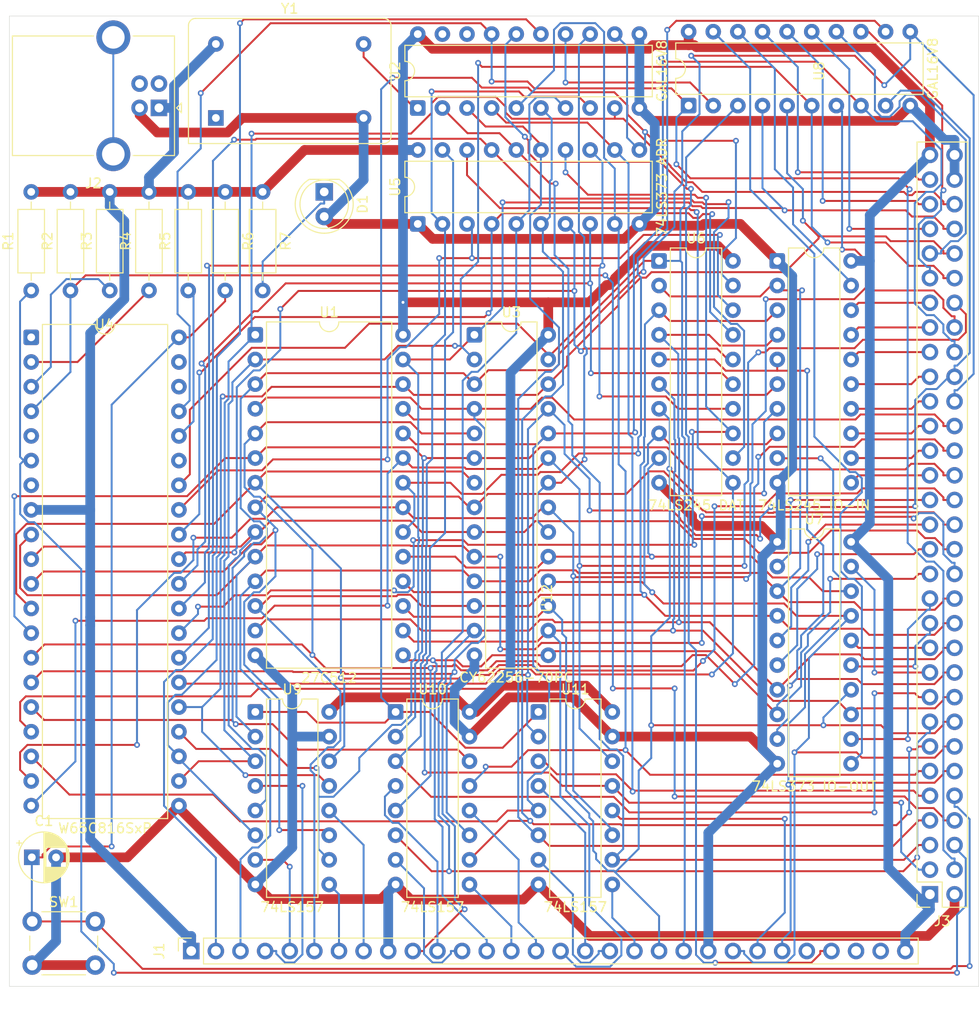
<source format=kicad_pcb>
(kicad_pcb (version 20241229) (generator "pcbnew") (generator_version "9.0")
  (layers (0 "F.Cu" signal) (2 "B.Cu" signal) (13 "F.Paste" user) (15 "B.Paste" user) (5 "F.SilkS" user "F.Silkscreen") (7 "B.SilkS" user "B.Silkscreen") (1 "F.Mask" user) (3 "B.Mask" user) (25 "Edge.Cuts" user))
  (net 0 "")
  (net 1 "A5")
  (net 2 "A0")
  (net 3 "D6")
  (net 4 "D5")
  (net 5 "A4")
  (net 6 "A1")
  (net 7 "A14")
  (net 8 "A7")
  (net 9 "A13")
  (net 10 "A10")
  (net 11 "A2")
  (net 12 "A9")
  (net 13 "A11")
  (net 14 "A12")
  (net 15 "D2")
  (net 16 "VCC")
  (net 17 "A15")
  (net 18 "D3")
  (net 19 "A8")
  (net 20 "A3")
  (net 21 "D7")
  (net 22 "ROM\\")
  (net 23 "D1")
  (net 24 "GND")
  (net 25 "D4")
  (net 26 "D0")
  (net 27 "A6")
  (net 28 "RAM\\")
  (net 29 "R{slash}W\\")
  (net 30 "CLK")
  (net 32 "CAS\\")
  (net 33 "A19")
  (net 34 "A16")
  (net 35 "A18")
  (net 36 "A17")
  (net 37 "CLK1")
  (net 38 "CLK3")
  (net 39 "RAS\\")
  (net 40 "A20")
  (net 41 "ROMIO\\")
  (net 42 "CLK3\\")
  (net 43 "A21")
  (net 44 "A22")
  (net 45 "CLK2")
  (net 46 "VPA")
  (net 47 "BA5")
  (net 49 "RES\\")
  (net 50 "VDA")
  (net 52 "BA3")
  (net 53 "BA7")
  (net 54 "BA2")
  (net 55 "Net-(U4-BE)")
  (net 56 "Net-(U4-RDY)")
  (net 57 "NMI\\")
  (net 59 "BA6")
  (net 60 "BA0")
  (net 61 "Net-(U4-~{ABORT})")
  (net 62 "BA4")
  (net 63 "BA1")
  (net 65 "A23")
  (net 66 "O1")
  (net 67 "O0")
  (net 68 "O2")
  (net 69 "O7")
  (net 70 "IO0\\")
  (net 71 "O3")
  (net 72 "O4")
  (net 73 "O5")
  (net 74 "O6")
  (net 75 "IO2\\")
  (net 76 "IO1\\")
  (net 77 "IO6\\")
  (net 78 "IO5\\")
  (net 79 "IO4\\")
  (net 80 "IO3\\")
  (net 81 "I3")
  (net 82 "I2")
  (net 83 "I5")
  (net 84 "I6")
  (net 85 "I7")
  (net 86 "I1")
  (net 87 "I4")
  (net 88 "I0")
  (net 89 "DA11")
  (net 90 "DA0")
  (net 91 "DA10")
  (net 93 "DA2")
  (net 94 "DA6")
  (net 96 "DA9")
  (net 98 "DA7")
  (net 99 "DA1")
  (net 100 "DA3")
  (net 101 "DA8")
  (net 102 "DA4")
  (net 103 "DA5")
  (net 105 "unconnected-(J2-Shield-Pad5)")
  (net 107 "IRQ\\")
  (net 108 "Net-(D1-K)")
  (footprint "Package_DIP:DIP-20_W7.62mm" (layer "F.Cu") (at 93.472 67.818)
    (property "Reference" "U7")
    (property "Value" "74LS373 IO-OUT")
  )
  (footprint "Package_DIP:DIP-20_W7.62mm" (layer "F.Cu") (at 56.388 23.109 90)
    (property "Reference" "U2")
    (property "Value" "GAL16V8")
  )
  (footprint "Package_DIP:DIP-20_W7.62mm" (layer "F.Cu") (at 84.328 22.86 90)
    (property "Reference" "U8")
    (property "Value" "GAL16V8")
  )
  (footprint "Package_DIP:DIP-28_W7.62mm" (layer "F.Cu") (at 62.23 46.482)
    (property "Reference" "U3")
    (property "Value" "CY62256-70PC")
  )
  (footprint "Package_DIP:DIP-20_W7.62mm" (layer "F.Cu") (at 93.472 38.862)
    (property "Reference" "U12")
    (property "Value" "74LS245 IO-IN")
  )
  (footprint "Package_DIP:DIP-20_W7.62mm" (layer "F.Cu") (at 56.388 35.052 90)
    (property "Reference" "U5")
    (property "Value" "74LS373 ADR")
  )
  (footprint "Resistor_THT:R_Axial_DIN0207_L6.3mm_D2.5mm_P10.16mm_Horizontal" (layer "F.Cu") (at 16.51 41.91 90)
    (property "Reference" "R1")
    (property "Value" "R")
  )
  (footprint "Resistor_THT:R_Axial_DIN0207_L6.3mm_D2.5mm_P10.16mm_Horizontal" (layer "F.Cu") (at 32.71 41.91 90)
    (property "Reference" "R5")
    (property "Value" "R")
  )
  (footprint "Connector_USB:USB_B_OST_USB-B1HSxx_Horizontal" (layer "F.Cu") (at 29.6915 23.094 180)
    (property "Reference" "J2")
    (property "Value" "USB_B")
  )
  (footprint "Connector_PinSocket_2.54mm:PinSocket_2x31_P2.54mm_Vertical" (layer "F.Cu") (at 109.22 104.14 180)
    (property "Reference" "J3")
    (property "Value" "Conn_02x31_Odd_Even")
  )
  (footprint "Resistor_THT:R_Axial_DIN0207_L6.3mm_D2.5mm_P10.16mm_Horizontal" (layer "F.Cu") (at 36.52 31.75 -90)
    (property "Reference" "R6")
    (property "Value" "R")
  )
  (footprint "Resistor_THT:R_Axial_DIN0207_L6.3mm_D2.5mm_P10.16mm_Horizontal" (layer "F.Cu") (at 24.61 41.91 90)
    (property "Reference" "R3")
    (property "Value" "R")
  )
  (footprint "Package_DIP:DIP-40_W15.24mm" (layer "F.Cu") (at 16.51 46.741)
    (property "Reference" "U4")
    (property "Value" "W65C816SxP")
  )
  (footprint "Resistor_THT:R_Axial_DIN0207_L6.3mm_D2.5mm_P10.16mm_Horizontal" (layer "F.Cu") (at 40.386 31.75 -90)
    (property "Reference" "R7")
    (property "Value" "R")
  )
  (footprint "Package_DIP:DIP-20_W7.62mm" (layer "F.Cu") (at 81.28 38.862)
    (property "Reference" "U6")
    (property "Value" "74LS245 DAT")
  )
  (footprint "Capacitor_THT:CP_Radial_D5.0mm_P2.50mm" (layer "F.Cu") (at 16.5749 100.33)
    (property "Reference" "C1")
    (property "Value" "C_Polarized")
  )
  (footprint "Connector_PinSocket_2.54mm:PinSocket_1x30_P2.54mm_Vertical" (layer "F.Cu") (at 33.02 109.982 90)
    (property "Reference" "J1")
    (property "Value" "Conn_01x30_Socket")
  )
  (footprint "Resistor_THT:R_Axial_DIN0207_L6.3mm_D2.5mm_P10.16mm_Horizontal" (layer "F.Cu") (at 28.66 41.91 90)
    (property "Reference" "R4")
    (property "Value" "R")
  )
  (footprint "Oscillator:Oscillator_DIP-14" (layer "F.Cu") (at 35.56 24.13)
    (property "Reference" "Y1")
    (property "Value" "CXO_DIP14")
  )
  (footprint "Resistor_THT:R_Axial_DIN0207_L6.3mm_D2.5mm_P10.16mm_Horizontal" (layer "F.Cu") (at 20.56 41.91 90)
    (property "Reference" "R2")
    (property "Value" "R")
  )
  (footprint "Button_Switch_THT:SW_PUSH_6mm" (layer "F.Cu") (at 16.614 106.934)
    (property "Reference" "SW1")
    (property "Value" "SW_Push")
  )
  (footprint "Package_DIP:DIP-16_W7.62mm" (layer "F.Cu") (at 54.102 85.344)
    (property "Reference" "U10")
    (property "Value" "74LS157")
  )
  (footprint "LED_THT:LED_D5.0mm_Clear" (layer "F.Cu") (at 46.736 31.75 -90)
    (property "Reference" "D1")
    (property "Value" "LED")
  )
  (footprint "Package_DIP:DIP-16_W7.62mm" (layer "F.Cu") (at 39.629 85.344)
    (property "Reference" "U9")
    (property "Value" "74LS157")
  )
  (footprint "Package_DIP:DIP-28_W15.24mm" (layer "F.Cu") (at 39.624 46.482)
    (property "Reference" "U1")
    (property "Value" "27C512")
  )
  (footprint "Package_DIP:DIP-16_W7.62mm" (layer "F.Cu") (at 68.834 85.344)
    (property "Reference" "U11")
    (property "Value" "74LS157")
  )
  (gr_rect (start 14.262 13.627) (end 114.262 113.627) (stroke (width 0.05)) (fill no) (layer "Edge.Cuts"))
  (segment (start 111.76 58.42) (end 110.6083 58.42) (width 0.2) (layer "F.Cu") (net 1))
  (segment (start 55.6244 55.4853) (end 56.7811 56.642) (width 0.2) (layer "F.Cu") (net 1))
  (segment (start 60.1461 80.4233) (end 60.2287 80.4233) (width 0.2) (layer "F.Cu") (net 1))
  (segment (start 86.1087 79.488) (end 89.0949 82.4742) (width 0.2) (layer "F.Cu") (net 1))
  (segment (start 109.7155 57.2587) (end 110.6083 58.1515) (width 0.2) (layer "F.Cu") (net 1))
  (segment (start 17.8834 78.3876) (end 16.51 79.761) (width 0.2) (layer "F.Cu") (net 1))
  (segment (start 64.5103 80.1118) (end 68.5291 80.1118) (width 0.2) (layer "F.Cu") (net 1))
  (segment (start 91.5152 59.0521) (end 91.6367 59.0521) (width 0.2) (layer "F.Cu") (net 1))
  (segment (start 46.8698 80.8214) (end 57.7018 80.8214) (width 0.2) (layer "F.Cu") (net 1))
  (segment (start 91.6367 59.0521) (end 92.669 58.0198) (width 0.2) (layer "F.Cu") (net 1))
  (segment (start 45.5227 79.4743) (end 44.436 78.3876) (width 0.2) (layer "F.Cu") (net 1))
  (segment (start 59.94 80.6294) (end 60.1461 80.4233) (width 0.2) (layer "F.Cu") (net 1))
  (segment (start 60.8576 81.0522) (end 63.5699 81.0522) (width 0.2) (layer "F.Cu") (net 1))
  (segment (start 110.6083 58.1515) (end 110.6083 58.42) (width 0.2) (layer "F.Cu") (net 1))
  (segment (start 69.0447 80.6274) (end 83.5993 80.6274) (width 0.2) (layer "F.Cu") (net 1))
  (segment (start 57.8938 80.6294) (end 59.94 80.6294) (width 0.2) (layer "F.Cu") (net 1))
  (segment (start 101.4422 58.0198) (end 102.2033 57.2587) (width 0.2) (layer "F.Cu") (net 1))
  (segment (start 56.7811 56.642) (end 62.23 56.642) (width 0.2) (layer "F.Cu") (net 1))
  (segment (start 92.669 58.0198) (end 101.4422 58.0198) (width 0.2) (layer "F.Cu") (net 1))
  (segment (start 102.2033 57.2587) (end 109.7155 57.2587) (width 0.2) (layer "F.Cu") (net 1))
  (segment (start 60.2287 80.4233) (end 60.8576 81.0522) (width 0.2) (layer "F.Cu") (net 1))
  (segment (start 45.5227 79.4743) (end 46.8698 80.8214) (width 0.2) (layer "F.Cu") (net 1))
  (segment (start 68.5291 80.1118) (end 69.0447 80.6274) (width 0.2) (layer "F.Cu") (net 1))
  (segment (start 63.5699 81.0522) (end 64.5103 80.1118) (width 0.2) (layer "F.Cu") (net 1))
  (segment (start 84.7387 79.488) (end 86.1087 79.488) (width 0.2) (layer "F.Cu") (net 1))
  (segment (start 57.7018 80.8214) (end 57.8938 80.6294) (width 0.2) (layer "F.Cu") (net 1))
  (segment (start 83.5993 80.6274) (end 84.7387 79.488) (width 0.2) (layer "F.Cu") (net 1))
  (segment (start 39.624 56.642) (end 40.7807 55.4853) (width 0.2) (layer "F.Cu") (net 1))
  (segment (start 40.7807 55.4853) (end 55.6244 55.4853) (width 0.2) (layer "F.Cu") (net 1))
  (segment (start 44.436 78.3876) (end 17.8834 78.3876) (width 0.2) (layer "F.Cu") (net 1))
  (via (at 45.5227 79.4743) (size 0.6) (drill 0.3) (layers "F.Cu" "B.Cu") (net 1))
  (via (at 91.5152 59.0521) (size 0.6) (drill 0.3) (layers "F.Cu" "B.Cu") (net 1))
  (via (at 89.0949 82.4742) (size 0.6) (drill 0.3) (layers "F.Cu" "B.Cu") (net 1))
  (via (at 57.7018 80.8214) (size 0.6) (drill 0.3) (layers "F.Cu" "B.Cu") (net 1))
  (segment (start 91.0962 62.2361) (end 91.0962 80.4729) (width 0.2) (layer "B.Cu") (net 1))
  (segment (start 57.7018 91.9042) (end 57.7018 80.8214) (width 0.2) (layer "B.Cu") (net 1))
  (segment (start 39.624 56.642) (end 38.5208 57.7452) (width 0.2) (layer "B.Cu") (net 1))
  (segment (start 38.5208 57.7452) (end 38.5208 62.1875) (width 0.2) (layer "B.Cu") (net 1))
  (segment (start 91.0962 80.4729) (end 89.0949 82.4742) (width 0.2) (layer "B.Cu") (net 1))
  (segment (start 91.5152 59.0521) (end 91.5152 61.8171) (width 0.2) (layer "B.Cu") (net 1))
  (segment (start 38.5208 62.1875) (end 39.4936 63.1603) (width 0.2) (layer "B.Cu") (net 1))
  (segment (start 45.5227 68.6026) (end 45.5227 79.4743) (width 0.2) (layer "B.Cu") (net 1))
  (segment (start 54.102 95.504) (end 57.7018 91.9042) (width 0.2) (layer "B.Cu") (net 1))
  (segment (start 91.5152 61.8171) (end 91.0962 62.2361) (width 0.2) (layer "B.Cu") (net 1))
  (segment (start 39.4936 63.1603) (end 40.0804 63.1603) (width 0.2) (layer "B.Cu") (net 1))
  (segment (start 40.0804 63.1603) (end 45.5227 68.6026) (width 0.2) (layer "B.Cu") (net 1))
  (segment (start 40.7807 68.1853) (end 55.6044 68.1853) (width 0.2) (layer "F.Cu") (net 2))
  (segment (start 69.1548 78.232) (end 85.6897 78.232) (width 0.2) (layer "F.Cu") (net 2))
  (segment (start 107.5425 65.405) (end 107.367 65.2295) (width 0.2) (layer "F.Cu") (net 2))
  (segment (start 68.5049 78.8819) (end 69.1548 78.232) (width 0.2) (layer "F.Cu") (net 2))
  (segment (start 35.647 73.319) (end 39.624 69.342) (width 0.2) (layer "F.Cu") (net 2))
  (segment (start 15.3702 72.5797) (end 16.1095 73.319) (width 0.2) (layer "F.Cu") (net 2))
  (segment (start 61.0567 68.2414) (end 62.1573 69.342) (width 0.2) (layer "F.Cu") (net 2))
  (segment (start 16.1095 73.319) (end 35.647 73.319) (width 0.2) (layer "F.Cu") (net 2))
  (segment (start 85.7484 65.2295) (end 85.6897 65.1708) (width 0.2) (layer "F.Cu") (net 2))
  (segment (start 55.6605 68.2414) (end 61.0567 68.2414) (width 0.2) (layer "F.Cu") (net 2))
  (segment (start 64.897 78.8819) (end 68.5049 78.8819) (width 0.2) (layer "F.Cu") (net 2))
  (segment (start 39.624 69.342) (end 40.7807 68.1853) (width 0.2) (layer "F.Cu") (net 2))
  (segment (start 15.3702 68.2008) (end 15.3702 72.5797) (width 0.2) (layer "F.Cu") (net 2))
  (segment (start 62.1573 69.342) (end 62.23 69.342) (width 0.2) (layer "F.Cu") (net 2))
  (segment (start 16.51 67.061) (end 15.3702 68.2008) (width 0.2) (layer "F.Cu") (net 2))
  (segment (start 55.6044 68.1853) (end 55.6605 68.2414) (width 0.2) (layer "F.Cu") (net 2))
  (segment (start 62.23 69.342) (end 64.897 69.342) (width 0.2) (layer "F.Cu") (net 2))
  (segment (start 107.367 65.2295) (end 85.7484 65.2295) (width 0.2) (layer "F.Cu") (net 2))
  (via (at 85.6897 65.1708) (size 0.6) (drill 0.3) (layers "F.Cu" "B.Cu") (net 2))
  (via (at 107.5425 65.405) (size 0.6) (drill 0.3) (layers "F.Cu" "B.Cu") (net 2))
  (via (at 64.897 69.342) (size 0.6) (drill 0.3) (layers "F.Cu" "B.Cu") (net 2))
  (via (at 85.6897 78.232) (size 0.6) (drill 0.3) (layers "F.Cu" "B.Cu") (net 2))
  (via (at 64.897 78.8819) (size 0.6) (drill 0.3) (layers "F.Cu" "B.Cu") (net 2))
  (segment (start 111.76 71.12) (end 111.76 69.9683) (width 0.2) (layer "B.Cu") (net 2))
  (segment (start 109.6605 64.8507) (end 110.6081 65.7983) (width 0.2) (layer "B.Cu") (net 2))
  (segment (start 111.4915 69.9683) (end 111.76 69.9683) (width 0.2) (layer "B.Cu") (net 2))
  (segment (start 110.6081 69.0849) (end 111.4915 69.9683) (width 0.2) (layer "B.Cu") (net 2))
  (segment (start 85.6897 78.232) (end 85.6897 65.1708) (width 0.2) (layer "B.Cu") (net 2))
  (segment (start 107.5425 65.405) (end 108.0968 64.8507) (width 0.2) (layer "B.Cu") (net 2))
  (segment (start 64.897 78.8819) (end 64.897 69.342) (width 0.2) (layer "B.Cu") (net 2))
  (segment (start 108.0968 64.8507) (end 109.6605 64.8507) (width 0.2) (layer "B.Cu") (net 2))
  (segment (start 39.629 87.884) (end 39.629 87.7706) (width 0.2) (layer "B.Cu") (net 2))
  (segment (start 37.6852 71.2808) (end 39.624 69.342) (width 0.2) (layer "B.Cu") (net 2))
  (segment (start 37.6852 85.8268) (end 37.6852 71.2808) (width 0.2) (layer "B.Cu") (net 2))
  (segment (start 110.6081 65.7983) (end 110.6081 69.0849) (width 0.2) (layer "B.Cu") (net 2))
  (segment (start 39.629 87.7706) (end 37.6852 85.8268) (width 0.2) (layer "B.Cu") (net 2))
  (segment (start 79.5168 71.9518) (end 80.5726 73.0076) (width 0.2) (layer "F.Cu") (net 3))
  (segment (start 92.3613 57.7527) (end 82.3907 57.7527) (width 0.2) (layer "F.Cu") (net 3))
  (segment (start 111.76 88.9) (end 110.6083 88.9) (width 0.2) (layer "F.Cu") (net 3))
  (segment (start 94.1761 74.168) (end 81.733 74.168) (width 0.2) (layer "F.Cu") (net 3))
  (segment (start 102.199 90.057) (end 101.6527 89.5107) (width 0.2) (layer "F.Cu") (net 3))
  (segment (start 69.9198 71.9518) (end 79.5168 71.9518) (width 0.2) (layer "F.Cu") (net 3))
  (segment (start 110.6083 88.9) (end 110.6083 89.1685) (width 0.2) (layer "F.Cu") (net 3))
  (segment (start 101.6527 89.5107) (end 95.25 89.5107) (width 0.2) (layer "F.Cu") (net 3))
  (segment (start 82.3907 57.7527) (end 81.28 56.642) (width 0.2) (layer "F.Cu") (net 3))
  (segment (start 93.472 56.642) (end 92.3613 57.7527) (width 0.2) (layer "F.Cu") (net 3))
  (segment (start 54.864 71.882) (end 55.9752 72.9932) (width 0.2) (layer "F.Cu") (net 3))
  (segment (start 69.85 71.882) (end 69.9198 71.9518) (width 0.2) (layer "F.Cu") (net 3))
  (segment (start 110.6083 89.1685) (end 109.7198 90.057) (width 0.2) (layer "F.Cu") (net 3))
  (segment (start 109.7198 90.057) (end 102.199 90.057) (width 0.2) (layer "F.Cu") (net 3))
  (segment (start 101.092 75.438) (end 95.4461 75.438) (width 0.2) (layer "F.Cu") (net 3))
  (segment (start 81.733 74.168) (end 80.5726 73.0076) (width 0.2) (layer "F.Cu") (net 3))
  (segment (start 95.4461 75.438) (end 94.1761 74.168) (width 0.2) (layer "F.Cu") (net 3))
  (segment (start 68.7388 72.9932) (end 69.85 71.882) (width 0.2) (layer "F.Cu") (net 3))
  (segment (start 55.9752 72.9932) (end 68.7388 72.9932) (width 0.2) (layer "F.Cu") (net 3))
  (via (at 80.5726 73.0076) (size 0.6) (drill 0.3) (layers "F.Cu" "B.Cu") (net 3))
  (via (at 95.25 89.5107) (size 0.6) (drill 0.3) (layers "F.Cu" "B.Cu") (net 3))
  (segment (start 80.1347 59.7311) (end 80.1347 57.7873) (width 0.2) (layer "B.Cu") (net 3))
  (segment (start 95.25 89.5107) (end 96.7364 88.0243) (width 0.2) (layer "B.Cu") (net 3))
  (segment (start 90.9592 111.1774) (end 94.4155 111.1774) (width 0.2) (layer "B.Cu") (net 3))
  (segment (start 90.0517 109.982) (end 90.0517 110.2699) (width 0.2) (layer "B.Cu") (net 3))
  (segment (start 96.7364 88.0243) (end 96.7364 79.7936) (width 0.2) (layer "B.Cu") (net 3))
  (segment (start 79.7675 72.2025) (end 79.7675 60.0983) (width 0.2) (layer "B.Cu") (net 3))
  (segment (start 94.4155 111.1774) (end 95.25 110.3429) (width 0.2) (layer "B.Cu") (net 3))
  (segment (start 95.25 110.3429) (end 95.25 89.5107) (width 0.2) (layer "B.Cu") (net 3))
  (segment (start 96.7364 79.7936) (end 101.092 75.438) (width 0.2) (layer "B.Cu") (net 3))
  (segment (start 79.7675 60.0983) (end 80.1347 59.7311) (width 0.2) (layer "B.Cu") (net 3))
  (segment (start 80.5726 73.0076) (end 79.7675 72.2025) (width 0.2) (layer "B.Cu") (net 3))
  (segment (start 90.0517 110.2699) (end 90.9592 111.1774) (width 0.2) (layer "B.Cu") (net 3))
  (segment (start 80.1347 57.7873) (end 81.28 56.642) (width 0.2) (layer "B.Cu") (net 3))
  (segment (start 88.9 109.982) (end 90.0517 109.982) (width 0.2) (layer "B.Cu") (net 3))
  (segment (start 55.9752 75.5332) (end 54.864 74.422) (width 0.2) (layer "F.Cu") (net 4))
  (segment (start 68.7388 75.5332) (end 55.9752 75.5332) (width 0.2) (layer "F.Cu") (net 4))
  (segment (start 84.8874 62.8252) (end 92.1169 62.8252) (width 0.2) (layer "F.Cu") (net 4))
  (segment (start 110.6083 86.36) (end 110.6083 86.6479) (width 0.2) (layer "F.Cu") (net 4))
  (segment (start 105.0008 87.5378) (end 104.1776 86.7146) (width 0.2) (layer "F.Cu") (net 4))
  (segment (start 109.7184 87.5378) (end 105.0008 87.5378) (width 0.2) (layer "F.Cu") (net 4))
  (segment (start 69.85 74.422) (end 68.7388 75.5332) (width 0.2) (layer "F.Cu") (net 4))
  (segment (start 104.1776 86.7146) (end 98.2322 86.7146) (width 0.2) (layer "F.Cu") (net 4))
  (segment (start 82.3429 60.2807) (end 84.8874 62.8252) (width 0.2) (layer "F.Cu") (net 4))
  (segment (start 98.2322 86.7146) (end 80.4718 86.7146) (width 0.2) (layer "F.Cu") (net 4))
  (segment (start 111.76 86.36) (end 110.6083 86.36) (width 0.2) (layer "F.Cu") (net 4))
  (segment (start 110.6083 86.6479) (end 109.7184 87.5378) (width 0.2) (layer "F.Cu") (net 4))
  (via (at 80.4718 86.7146) (size 0.6) (drill 0.3) (layers "F.Cu" "B.Cu") (net 4))
  (via (at 82.3429 60.2807) (size 0.6) (drill 0.3) (layers "F.Cu" "B.Cu") (net 4))
  (via (at 92.1169 62.8252) (size 0.6) (drill 0.3) (layers "F.Cu" "B.Cu") (net 4))
  (via (at 98.2322 86.7146) (size 0.6) (drill 0.3) (layers "F.Cu" "B.Cu") (net 4))
  (segment (start 74.7866 100.5124) (end 74.7866 99.9466) (width 0.2) (layer "B.Cu") (net 4))
  (segment (start 82.3817 60.2807) (end 82.3429 60.2807) (width 0.2) (layer "B.Cu") (net 4))
  (segment (start 71.6915 77.6876) (end 71.2898 77.2859) (width 0.2) (layer "B.Cu") (net 4))
  (segment (start 71.2898 75.8618) (end 69.85 74.422) (width 0.2) (layer "B.Cu") (net 4))
  (segment (start 76.6002 101.7051) (end 75.9793 101.7051) (width 0.2) (layer "B.Cu") (net 4))
  (segment (start 76.76 101.8648) (end 76.6002 101.7051) (width 0.2) (layer "B.Cu") (net 4))
  (segment (start 80.4718 86.7146) (end 80.4718 77.5317) (width 0.2) (layer "B.Cu") (net 4))
  (segment (start 76.76 101.8648) (end 79.1768 99.448) (width 0.2) (layer "B.Cu") (net 4))
  (segment (start 101.092 83.058) (end 98.2322 85.9178) (width 0.2) (layer "B.Cu") (net 4))
  (segment (start 74.4879 96.6245) (end 74.0862 96.2228) (width 0.2) (layer "B.Cu") (net 4))
  (segment (start 81.28 106.3849) (end 76.76 101.8648) (width 0.2) (layer "B.Cu") (net 4))
  (segment (start 92.1169 55.4571) (end 92.1169 62.8252) (width 0.2) (layer "B.Cu") (net 4))
  (segment (start 82.3817 75.6218) (end 82.3817 60.2807) (width 0.2) (layer "B.Cu") (net 4))
  (segment (start 81.28 109.982) (end 81.28 106.3849) (width 0.2) (layer "B.Cu") (net 4))
  (segment (start 82.3817 60.2807) (end 82.3817 55.2037) (width 0.2) (layer "B.Cu") (net 4))
  (segment (start 80.4718 90.0928) (end 80.4718 86.7146) (width 0.2) (layer "B.Cu") (net 4))
  (segment (start 74.7866 99.9466) (end 74.4879 99.6479) (width 0.2) (layer "B.Cu") (net 4))
  (segment (start 79.1768 91.3878) (end 80.4718 90.0928) (width 0.2) (layer "B.Cu") (net 4))
  (segment (start 75.9793 101.7051) (end 74.7866 100.5124) (width 0.2) (layer "B.Cu") (net 4))
  (segment (start 93.472 54.102) (end 92.1169 55.4571) (width 0.2) (layer "B.Cu") (net 4))
  (segment (start 74.4879 99.6479) (end 74.4879 96.6245) (width 0.2) (layer "B.Cu") (net 4))
  (segment (start 71.6915 93.4229) (end 71.6915 77.6876) (width 0.2) (layer "B.Cu") (net 4))
  (segment (start 79.1768 99.448) (end 79.1768 91.3878) (width 0.2) (layer "B.Cu") (net 4))
  (segment (start 82.3817 55.2037) (end 81.28 54.102) (width 0.2) (layer "B.Cu") (net 4))
  (segment (start 71.2898 77.2859) (end 71.2898 75.8618) (width 0.2) (layer "B.Cu") (net 4))
  (segment (start 80.4718 77.5317) (end 82.3817 75.6218) (width 0.2) (layer "B.Cu") (net 4))
  (segment (start 74.0862 95.8176) (end 71.6915 93.4229) (width 0.2) (layer "B.Cu") (net 4))
  (segment (start 74.0862 96.2228) (end 74.0862 95.8176) (width 0.2) (layer "B.Cu") (net 4))
  (segment (start 98.2322 85.9178) (end 98.2322 86.7146) (width 0.2) (layer "B.Cu") (net 4))
  (segment (start 68.9887 58.0781) (end 67.8848 59.182) (width 0.2) (layer "F.Cu") (net 5))
  (segment (start 106.7026 60.3516) (end 84.3669 60.3516) (width 0.2) (layer "F.Cu") (net 5))
  (segment (start 57.0077 59.182) (end 57.0429 59.182) (width 0.2) (layer "F.Cu") (net 5))
  (segment (start 84.3669 60.3516) (end 82.0934 58.0781) (width 0.2) (layer "F.Cu") (net 5))
  (segment (start 36.5142 59.182) (end 32.5852 63.111) (width 0.2) (layer "F.Cu") (net 5))
  (segment (start 40.7307 58.0753) (end 55.901 58.0753) (width 0.2) (layer "F.Cu") (net 5))
  (segment (start 110.6083 60.6915) (end 109.6895 59.7727) (width 0.2) (layer "F.Cu") (net 5))
  (segment (start 32.5852 63.111) (end 14.7739 63.111) (width 0.2) (layer "F.Cu") (net 5))
  (segment (start 57.0429 59.182) (end 62.23 59.182) (width 0.2) (layer "F.Cu") (net 5))
  (segment (start 107.2815 59.7727) (end 106.7026 60.3516) (width 0.2) (layer "F.Cu") (net 5))
  (segment (start 109.6895 59.7727) (end 107.2815 59.7727) (width 0.2) (layer "F.Cu") (net 5))
  (segment (start 39.624 59.182) (end 36.5142 59.182) (width 0.2) (layer "F.Cu") (net 5))
  (segment (start 110.6083 60.96) (end 110.6083 60.6915) (width 0.2) (layer "F.Cu") (net 5))
  (segment (start 67.8848 59.182) (end 62.23 59.182) (width 0.2) (layer "F.Cu") (net 5))
  (segment (start 111.76 60.96) (end 110.6083 60.96) (width 0.2) (layer "F.Cu") (net 5))
  (segment (start 55.901 58.0753) (end 57.0077 59.182) (width 0.2) (layer "F.Cu") (net 5))
  (segment (start 39.624 59.182) (end 40.7307 58.0753) (width 0.2) (layer "F.Cu") (net 5))
  (segment (start 82.0934 58.0781) (end 68.9887 58.0781) (width 0.2) (layer "F.Cu") (net 5))
  (via (at 57.0429 59.182) (size 0.6) (drill 0.3) (layers "F.Cu" "B.Cu") (net 5))
  (via (at 14.7739 63.111) (size 0.6) (drill 0.3) (layers "F.Cu" "B.Cu") (net 5))
  (segment (start 56.119 85.867) (end 54.102 87.884) (width 0.2) (layer "B.Cu") (net 5))
  (segment (start 56.913 59.3119) (end 56.913 68.0552) (width 0.2) (layer "B.Cu") (net 5))
  (segment (start 14.7755 64.5257) (end 14.774 64.5272) (width 0.2) (layer "B.Cu") (net 5))
  (segment (start 14.7755 63.111) (end 14.7755 64.5257) (width 0.2) (layer "B.Cu") (net 5))
  (segment (start 57.0429 59.182) (end 56.913 59.3119) (width 0.2) (layer "B.Cu") (net 5))
  (segment (start 56.913 68.0552) (end 56.8413 68.1269) (width 0.2) (layer "B.Cu") (net 5))
  (segment (start 14.774 65.7875) (end 14.7755 65.789) (width 0.2) (layer "B.Cu") (net 5))
  (segment (start 14.7739 63.111) (end 14.7755 63.111) (width 0.2) (layer "B.Cu") (net 5))
  (segment (start 14.7755 75.4865) (end 16.51 77.221) (width 0.2) (layer "B.Cu") (net 5))
  (segment (start 56.8413 68.1269) (end 56.8413 79.1371) (width 0.2) (layer "B.Cu") (net 5))
  (segment (start 56.8413 79.1371) (end 56.5405 79.4379) (width 0.2) (layer "B.Cu") (net 5))
  (segment (start 14.7755 65.789) (end 14.7755 75.4865) (width 0.2) (layer "B.Cu") (net 5))
  (segment (start 56.5405 79.9959) (end 56.119 80.4174) (width 0.2) (layer "B.Cu") (net 5))
  (segment (start 14.774 64.5272) (end 14.774 65.7875) (width 0.2) (layer "B.Cu") (net 5))
  (segment (start 56.5405 79.4379) (end 56.5405 79.9959) (width 0.2) (layer "B.Cu") (net 5))
  (segment (start 56.119 80.4174) (end 56.119 85.867) (width 0.2) (layer "B.Cu") (net 5))
  (segment (start 109.7446 67.4283) (end 110.6083 68.292) (width 0.2) (layer "F.Cu") (net 6))
  (segment (start 55.6146 65.6355) (end 56.7811 66.802) (width 0.2) (layer "F.Cu") (net 6))
  (segment (start 39.624 66.802) (end 40.0642 66.802) (width 0.2) (layer "F.Cu") (net 6))
  (segment (start 41.2307 65.6355) (end 55.6146 65.6355) (width 0.2) (layer "F.Cu") (net 6))
  (segment (start 107.9284 66.6484) (end 108.7083 67.4283) (width 0.2) (layer "F.Cu") (net 6))
  (segment (start 110.6083 68.292) (end 110.6083 68.58) (width 0.2) (layer "F.Cu") (net 6))
  (segment (start 83.0565 65.6877) (end 84.8862 67.5174) (width 0.2) (layer "F.Cu") (net 6))
  (segment (start 91.551 68.9469) (end 96.7112 68.9469) (width 0.2) (layer "F.Cu") (net 6))
  (segment (start 96.7112 68.9469) (end 99.0097 66.6484) (width 0.2) (layer "F.Cu") (net 6))
  (segment (start 38.123 68.303) (end 17.808 68.303) (width 0.2) (layer "F.Cu") (net 6))
  (segment (start 84.8862 67.5174) (end 90.1215 67.5174) (width 0.2) (layer "F.Cu") (net 6))
  (segment (start 40.0642 66.802) (end 41.2307 65.6355) (width 0.2) (layer "F.Cu") (net 6))
  (segment (start 99.0097 66.6484) (end 107.9284 66.6484) (width 0.2) (layer "F.Cu") (net 6))
  (segment (start 90.1215 67.5174) (end 91.551 68.9469) (width 0.2) (layer "F.Cu") (net 6))
  (segment (start 67.3807 66.802) (end 68.495 65.6877) (width 0.2) (layer "F.Cu") (net 6))
  (segment (start 111.76 68.58) (end 110.6083 68.58) (width 0.2) (layer "F.Cu") (net 6))
  (segment (start 62.23 66.802) (end 67.3807 66.802) (width 0.2) (layer "F.Cu") (net 6))
  (segment (start 68.495 65.6877) (end 83.0565 65.6877) (width 0.2) (layer "F.Cu") (net 6))
  (segment (start 56.7811 66.802) (end 62.23 66.802) (width 0.2) (layer "F.Cu") (net 6))
  (segment (start 108.7083 67.4283) (end 109.7446 67.4283) (width 0.2) (layer "F.Cu") (net 6))
  (segment (start 17.808 68.303) (end 16.51 69.601) (width 0.2) (layer "F.Cu") (net 6))
  (segment (start 39.624 66.802) (end 38.123 68.303) (width 0.2) (layer "F.Cu") (net 6))
  (segment (start 38.0715 69.1539) (end 38.0715 68.7239) (width 0.2) (layer "B.Cu") (net 6))
  (segment (start 40.735 89.9444) (end 39.9446 89.154) (width 0.2) (layer "B.Cu") (net 6))
  (segment (start 38.0715 68.7239) (end 39.624 67.1714) (width 0.2) (layer "B.Cu") (net 6))
  (segment (start 39.9446 89.154) (end 39.3107 89.154) (width 0.2) (layer "B.Cu") (net 6))
  (segment (start 39.629 95.504) (end 40.735 94.398) (width 0.2) (layer "B.Cu") (net 6))
  (segment (start 39.624 67.1714) (end 39.624 66.802) (width 0.2) (layer "B.Cu") (net 6))
  (segment (start 36.8818 70.2361) (end 37.6115 69.5064) (width 0.2) (layer "B.Cu") (net 6))
  (segment (start 37.6115 69.5064) (end 37.719 69.5064) (width 0.2) (layer "B.Cu") (net 6))
  (segment (start 36.8818 86.7251) (end 36.8818 70.2361) (width 0.2) (layer "B.Cu") (net 6))
  (segment (start 37.719 69.5064) (end 38.0715 69.1539) (width 0.2) (layer "B.Cu") (net 6))
  (segment (start 40.735 94.398) (end 40.735 89.9444) (width 0.2) (layer "B.Cu") (net 6))
  (segment (start 39.3107 89.154) (end 36.8818 86.7251) (width 0.2) (layer "B.Cu") (net 6))
  (segment (start 43.1624 91.1178) (end 41.1986 89.154) (width 0.2) (layer "F.Cu") (net 7))
  (segment (start 94.2359 33.6531) (end 106.7274 33.6531) (width 0.2) (layer "F.Cu") (net 7))
  (segment (start 41.1986 89.154) (end 33.523 89.154) (width 0.2) (layer "F.Cu") (net 7))
  (segment (start 85.7674 33.4136) (end 93.9964 33.4136) (width 0.2) (layer "F.Cu") (net 7))
  (segment (start 84.3462 32.8428) (end 84.734 33.2306) (width 0.2) (layer "F.Cu") (net 7))
  (segment (start 85.5844 33.2306) (end 85.7674 33.4136) (width 0.2) (layer "F.Cu") (net 7))
  (segment (start 93.9964 33.4136) (end 94.2359 33.6531) (width 0.2) (layer "F.Cu") (net 7))
  (segment (start 111.76 35.56) (end 110.6083 35.56) (width 0.2) (layer "F.Cu") (net 7))
  (segment (start 33.523 89.154) (end 31.75 87.381) (width 0.2) (layer "F.Cu") (net 7))
  (segment (start 65.1504 32.8428) (end 84.3462 32.8428) (width 0.2) (layer "F.Cu") (net 7))
  (segment (start 110.6083 35.2915) (end 110.6083 35.56) (width 0.2) (layer "F.Cu") (net 7))
  (segment (start 65.1365 32.8289) (end 65.1504 32.8428) (width 0.2) (layer "F.Cu") (net 7))
  (segment (start 107.3643 34.29) (end 109.6068 34.29) (width 0.2) (layer "F.Cu") (net 7))
  (segment (start 45.932 91.1178) (end 43.1624 91.1178) (width 0.2) (layer "F.Cu") (net 7))
  (segment (start 106.7274 33.6531) (end 107.3643 34.29) (width 0.2) (layer "F.Cu") (net 7))
  (segment (start 109.6068 34.29) (end 110.6083 35.2915) (width 0.2) (layer "F.Cu") (net 7))
  (segment (start 59.69 49.022) (end 54.864 49.022) (width 0.2) (layer "F.Cu") (net 7))
  (segment (start 62.23 46.482) (end 59.69 49.022) (width 0.2) (layer "F.Cu") (net 7))
  (segment (start 84.734 33.2306) (end 85.5844 33.2306) (width 0.2) (layer "F.Cu") (net 7))
  (via (at 45.932 91.1178) (size 0.6) (drill 0.3) (layers "F.Cu" "B.Cu") (net 7))
  (via (at 65.1365 32.8289) (size 0.6) (drill 0.3) (layers "F.Cu" "B.Cu") (net 7))
  (via (at 94.2359 33.6531) (size 0.6) (drill 0.3) (layers "F.Cu" "B.Cu") (net 7))
  (segment (start 65.1365 43.667) (end 62.3215 46.482) (width 0.2) (layer "B.Cu") (net 7))
  (segment (start 54.864 49.022) (end 56.4372 50.5952) (width 0.2) (layer "B.Cu") (net 7))
  (segment (start 56.5113 67.8889) (end 56.4372 67.963) (width 0.2) (layer "B.Cu") (net 7))
  (segment (start 56.4372 78.9732) (end 56.1388 79.2716) (width 0.2) (layer "B.Cu") (net 7))
  (segment (start 56.1388 79.821) (end 55.7173 80.2425) (width 0.2) (layer "B.Cu") (net 7))
  (segment (start 46.1345 91.3203) (end 45.932 91.1178) (width 0.2) (layer "B.Cu") (net 7))
  (segment (start 50.3545 90.0659) (end 50.3545 91.4236) (width 0.2) (layer "B.Cu") (net 7))
  (segment (start 56.1388 79.2716) (end 56.1388 79.821) (width 0.2) (layer "B.Cu") (net 7))
  (segment (start 46.1345 99.4695) (end 46.1345 94.0868) (width 0.2) (layer "B.Cu") (net 7))
  (segment (start 53.7424 86.678) (end 50.3545 90.0659) (width 0.2) (layer "B.Cu") (net 7))
  (segment (start 47.6913 94.0868) (end 46.1345 94.0868) (width 0.2) (layer "B.Cu") (net 7))
  (segment (start 47.249 100.584) (end 46.1345 99.4695) (width 0.2) (layer "B.Cu") (net 7))
  (segment (start 55.7173 85.6344) (end 54.6737 86.678) (width 0.2) (layer "B.Cu") (net 7))
  (segment (start 56.5113 67.3905) (end 56.5113 67.8889) (width 0.2) (layer "B.Cu") (net 7))
  (segment (start 56.4372 50.5952) (end 56.4372 67.3164) (width 0.2) (layer "B.Cu") (net 7))
  (segment (start 50.3545 91.4236) (end 47.6913 94.0868) (width 0.2) (layer "B.Cu") (net 7))
  (segment (start 65.1365 32.8289) (end 65.1365 43.667) (width 0.2) (layer "B.Cu") (net 7))
  (segment (start 54.6737 86.678) (end 53.7424 86.678) (width 0.2) (layer "B.Cu") (net 7))
  (segment (start 56.4372 67.963) (end 56.4372 78.9732) (width 0.2) (layer "B.Cu") (net 7))
  (segment (start 46.1345 94.0868) (end 46.1345 91.3203) (width 0.2) (layer "B.Cu") (net 7))
  (segment (start 55.7173 80.2425) (end 55.7173 85.6344) (width 0.2) (layer "B.Cu") (net 7))
  (segment (start 62.3215 46.482) (end 62.23 46.482) (width 0.2) (layer "B.Cu") (net 7))
  (segment (start 91.948 31.3652) (end 94.2359 33.6531) (width 0.2) (layer "B.Cu") (net 7))
  (segment (start 91.948 22.86) (end 91.948 31.3652) (width 0.2) (layer "B.Cu") (net 7))
  (segment (start 56.4372 67.3164) (end 56.5113 67.3905) (width 0.2) (layer "B.Cu") (net 7))
  (segment (start 37.6072 86.5997) (end 41.4014 86.5997) (width 0.2) (layer "F.Cu") (net 8))
  (segment (start 101.4763 17.7191) (end 84.5947 17.7191) (width 0.2) (layer "F.Cu") (net 8))
  (segment (start 61.1036 50.4356) (end 40.7504 50.4356) (width 0.2) (layer "F.Cu") (net 8))
  (segment (start 63.6683 50.1237) (end 70.3543 50.1237) (width 0.2) (layer "F.Cu") (net 8))
  (segment (start 62.23 51.562) (end 63.6683 50.1237) (width 0.2) (layer "F.Cu") (net 8))
  (segment (start 40.7504 50.4356) (end 39.624 51.562) (width 0.2) (layer "F.Cu") (net 8))
  (segment (start 44.0299 89.2282) (end 60.5262 89.2282) (width 0.2) (layer "F.Cu") (net 8))
  (segment (start 70.9517 48.4487) (end 79.4102 39.9902) (width 0.2) (layer "F.Cu") (net 8))
  (segment (start 104.5137 20.7565) (end 101.4763 17.7191) (width 0.2) (layer "F.Cu") (net 8))
  (segment (start 70.3543 50.1237) (end 70.9517 49.5263) (width 0.2) (layer "F.Cu") (net 8))
  (segment (start 70.9517 49.5263) (end 70.9517 48.4487) (width 0.2) (layer "F.Cu") (net 8))
  (segment (start 37.1787 86.1712) (end 37.6072 86.5997) (width 0.2) (layer "F.Cu") (net 8))
  (segment (start 60.5262 89.2282) (end 61.722 90.424) (width 0.2) (layer "F.Cu") (net 8))
  (segment (start 17.8402 86.1712) (end 37.1787 86.1712) (width 0.2) (layer "F.Cu") (net 8))
  (segment (start 16.51 84.841) (end 17.8402 86.1712) (width 0.2) (layer "F.Cu") (net 8))
  (segment (start 62.23 51.562) (end 61.1036 50.4356) (width 0.2) (layer "F.Cu") (net 8))
  (segment (start 79.4102 39.9902) (end 79.6811 39.9902) (width 0.2) (layer "F.Cu") (net 8))
  (segment (start 41.4014 86.5997) (end 44.0299 89.2282) (width 0.2) (layer "F.Cu") (net 8))
  (via (at 104.5137 20.7565) (size 0.6) (drill 0.3) (layers "F.Cu" "B.Cu") (net 8))
  (via (at 79.6811 39.9902) (size 0.6) (drill 0.3) (layers "F.Cu" "B.Cu") (net 8))
  (via (at 37.6072 86.5997) (size 0.6) (drill 0.3) (layers "F.Cu" "B.Cu") (net 8))
  (via (at 84.5947 17.7191) (size 0.6) (drill 0.3) (layers "F.Cu" "B.Cu") (net 8))
  (segment (start 38.4732 68.9202) (end 39.463 67.9304) (width 0.2) (layer "B.Cu") (net 8))
  (segment (start 104.5137 20.7565) (end 107.188 18.0822) (width 0.2) (layer "B.Cu") (net 8))
  (segment (start 82.8661 35.3722) (end 82.8661 31.7185) (width 0.2) (layer "B.Cu") (net 8))
  (segment (start 79.6811 38.5572) (end 82.8661 35.3722) (width 0.2) (layer "B.Cu") (net 8))
  (segment (start 79.6811 39.9902) (end 79.6811 38.5572) (width 0.2) (layer "B.Cu") (net 8))
  (segment (start 82.8661 31.7185) (end 83.672 30.9126) (width 0.2) (layer "B.Cu") (net 8))
  (segment (start 40.8154 66.4276) (end 40.0881 65.7003) (width 0.2) (layer "B.Cu") (net 8))
  (segment (start 83.672 30.9126) (end 83.672 25.5182) (width 0.2) (layer "B.Cu") (net 8))
  (segment (start 37.6072 86.5997) (end 37.2835 86.276) (width 0.2) (layer "B.Cu") (net 8))
  (segment (start 85.4545 23.7357) (end 85.4545 18.5789) (width 0.2) (layer "B.Cu") (net 8))
  (segment (start 38.1191 53.0669) (end 39.624 51.562) (width 0.2) (layer "B.Cu") (net 8))
  (segment (start 39.463 67.9304) (end 40.0615 67.9304) (width 0.2) (layer "B.Cu") (net 8))
  (segment (start 111.76 52.1883) (end 112.0479 52.1883) (width 0.2) (layer "B.Cu") (net 8))
  (segment (start 85.4545 18.5789) (end 84.5947 17.7191) (width 0.2) (layer "B.Cu") (net 8))
  (segment (start 38.4732 69.3202) (end 38.4732 68.9202) (width 0.2) (layer "B.Cu") (net 8))
  (segment (start 38.1191 64.3346) (end 38.1191 53.0669) (width 0.2) (layer "B.Cu") (net 8))
  (segment (start 40.0615 67.9304) (end 40.8154 67.1765) (width 0.2) (layer "B.Cu") (net 8))
  (segment (start 39.4848 65.7003) (end 38.1191 64.3346) (width 0.2) (layer "B.Cu") (net 8))
  (segment (start 83.672 25.5182) (end 85.4545 23.7357) (width 0.2) (layer "B.Cu") (net 8))
  (segment (start 40.8154 67.1765) (end 40.8154 66.4276) (width 0.2) (layer "B.Cu") (net 8))
  (segment (start 107.188 18.0822) (end 107.188 15.24) (width 0.2) (layer "B.Cu") (net 8))
  (segment (start 112.0479 52.1883) (end 113.7285 50.5077) (width 0.2) (layer "B.Cu") (net 8))
  (segment (start 40.0881 65.7003) (end 39.4848 65.7003) (width 0.2) (layer "B.Cu") (net 8))
  (segment (start 113.7285 21.7805) (end 107.188 15.24) (width 0.2) (layer "B.Cu") (net 8))
  (segment (start 37.2835 70.5099) (end 38.4732 69.3202) (width 0.2) (layer "B.Cu") (net 8))
  (segment (start 37.2835 86.276) (end 37.2835 70.5099) (width 0.2) (layer "B.Cu") (net 8))
  (segment (start 113.7285 50.5077) (end 113.7285 21.7805) (width 0.2) (layer "B.Cu") (net 8))
  (segment (start 111.76 53.34) (end 111.76 52.1883) (width 0.2) (layer "B.Cu") (net 8))
  (segment (start 79.9303 40.5919) (end 80.5007 40.0215) (width 0.2) (layer "F.Cu") (net 9))
  (segment (start 97.7344 36.5549) (end 97.7344 36.3379) (width 0.2) (layer "F.Cu") (net 9))
  (segment (start 71.804 48.7303) (end 77.0818 43.4525) (width 0.2) (layer "F.Cu") (net 9))
  (segment (start 94.2679 40.0214) (end 97.7344 36.5549) (width 0.2) (layer "F.Cu") (net 9))
  (segment (start 41.3069 51.8443) (end 40.3192 52.832) (width 0.2) (layer "F.Cu") (net 9))
  (segment (start 111.76 38.1) (end 110.6083 38.1) (width 0.2) (layer "F.Cu") (net 9))
  (segment (start 71.804 49.608) (end 71.804 48.7303) (width 0.2) (layer "F.Cu") (net 9))
  (segment (start 79.432 40.5919) (end 79.9303 40.5919) (width 0.2) (layer "F.Cu") (net 9))
  (segment (start 77.0818 43.4525) (end 77.0818 42.8866) (width 0.2) (layer "F.Cu") (net 9))
  (segment (start 77.0818 42.8866) (end 79.4042 40.5642) (width 0.2) (layer "F.Cu") (net 9))
  (segment (start 80.5007 40.0214) (end 94.2679 40.0214) (width 0.2) (layer "F.Cu") (net 9))
  (segment (start 96.1163 34.7198) (end 97.7344 36.3379) (width 0.2) (layer "F.Cu") (net 9))
  (segment (start 54.864 51.562) (end 54.864 51.8443) (width 0.2) (layer "F.Cu") (net 9))
  (segment (start 69.85 51.562) (end 71.804 49.608) (width 0.2) (layer "F.Cu") (net 9))
  (segment (start 40.3192 52.832) (end 36.2647 52.832) (width 0.2) (layer "F.Cu") (net 9))
  (segment (start 97.7344 36.3379) (end 104.6715 36.3379) (width 0.2) (layer "F.Cu") (net 9))
  (segment (start 55.1463 51.8443) (end 54.864 51.8443) (width 0.2) (layer "F.Cu") (net 9))
  (segment (start 105.1636 36.83) (end 109.6068 36.83) (width 0.2) (layer "F.Cu") (net 9))
  (segment (start 69.85 51.562) (end 68.7388 52.6732) (width 0.2) (layer "F.Cu") (net 9))
  (segment (start 68.7388 52.6732) (end 55.9752 52.6732) (width 0.2) (layer "F.Cu") (net 9))
  (segment (start 110.6083 37.8315) (end 110.6083 38.1) (width 0.2) (layer "F.Cu") (net 9))
  (segment (start 80.5007 40.0215) (end 80.5007 40.0214) (width 0.2) (layer "F.Cu") (net 9))
  (segment (start 104.6715 36.3379) (end 105.1636 36.83) (width 0.2) (layer "F.Cu") (net 9))
  (segment (start 109.6068 36.83) (end 110.6083 37.8315) (width 0.2) (layer "F.Cu") (net 9))
  (segment (start 79.4043 40.5642) (end 79.432 40.5919) (width 0.2) (layer "F.Cu") (net 9))
  (segment (start 79.4042 40.5642) (end 79.4043 40.5642) (width 0.2) (layer "F.Cu") (net 9))
  (segment (start 54.864 51.8443) (end 41.3069 51.8443) (width 0.2) (layer "F.Cu") (net 9))
  (segment (start 55.9752 52.6732) (end 55.1463 51.8443) (width 0.2) (layer "F.Cu") (net 9))
  (via (at 96.1163 34.7198) (size 0.6) (drill 0.3) (layers "F.Cu" "B.Cu") (net 9))
  (via (at 36.2647 52.832) (size 0.6) (drill 0.3) (layers "F.Cu" "B.Cu") (net 9))
  (segment (start 35.6347 69.4256) (end 36.0364 69.0239) (width 0.2) (layer "B.Cu") (net 9))
  (segment (start 96.1163 31.4613) (end 94.488 29.833) (width 0.2) (layer "B.Cu") (net 9))
  (segment (start 35.6347 79.9878) (end 35.6347 69.4256) (width 0.2) (layer "B.Cu") (net 9))
  (segment (start 94.488 29.833) (end 94.488 22.86) (width 0.2) (layer "B.Cu") (net 9))
  (segment (start 30.6151 84.3469) (end 31.391 83.571) (width 0.2) (layer "B.Cu") (net 9))
  (segment (start 31.75 89.921) (end 30.6151 88.7861) (width 0.2) (layer "B.Cu") (net 9))
  (segment (start 32.0515 83.571) (end 35.6347 79.9878) (width 0.2) (layer "B.Cu") (net 9))
  (segment (start 31.391 83.571) (end 32.0515 83.571) (width 0.2) (layer "B.Cu") (net 9))
  (segment (start 39.629 98.044) (end 31.75 90.165) (width 0.2) (layer "B.Cu") (net 9))
  (segment (start 36.0364 68.4893) (end 36.0646 68.4611) (width 0.2) (layer "B.Cu") (net 9))
  (segment (start 36.0364 69.0239) (end 36.0364 68.4893) (width 0.2) (layer "B.Cu") (net 9))
  (segment (start 36.0646 53.0321) (end 36.2647 52.832) (width 0.2) (layer "B.Cu") (net 9))
  (segment (start 30.6151 88.7861) (end 30.6151 84.3469) (width 0.2) (layer "B.Cu") (net 9))
  (segment (start 36.0646 68.4611) (end 36.0646 53.0321) (width 0.2) (layer "B.Cu") (net 9))
  (segment (start 31.75 90.165) (end 31.75 89.921) (width 0.2) (layer "B.Cu") (net 9))
  (segment (start 96.1163 34.7198) (end 96.1163 31.4613) (width 0.2) (layer "B.Cu") (net 9))
  (segment (start 68.1724 65.3717) (end 55.9737 65.3717) (width 0.2) (layer "F.Cu") (net 10))
  (segment (start 33.239 67.3882) (end 37.1835 67.3882) (width 0.2) (layer "F.Cu") (net 10))
  (segment (start 90.0826 71.4581) (end 90.2627 71.6382) (width 0.2) (layer "F.Cu") (net 10))
  (segment (start 109.6383 41.91) (end 110.6083 42.88) (width 0.2) (layer "F.Cu") (net 10))
  (segment (start 15.3652 89.4949) (end 16.1188 88.7413) (width 0.2) (layer "F.Cu") (net 10))
  (segment (start 102.952 41.91) (end 109.6383 41.91) (width 0.2) (layer "F.Cu") (net 10))
  (segment (start 102.632 41.59) (end 102.952 41.91) (width 0.2) (layer "F.Cu") (net 10))
  (segment (start 102.632 38.8439) (end 101.4829 37.6948) (width 0.2) (layer "F.Cu") (net 10))
  (segment (start 72.4295 71.3501) (end 72.5375 71.4581) (width 0.2) (layer "F.Cu") (net 10))
  (segment (start 15.3652 91.3162) (end 15.3652 89.4949) (width 0.2) (layer "F.Cu") (net 10))
  (segment (start 40.6625 65.4355) (end 41.836 64.262) (width 0.2) (layer "F.Cu") (net 10))
  (segment (start 55.9737 65.3717) (end 54.864 64.262) (width 0.2) (layer "F.Cu") (net 10))
  (segment (start 110.6083 43.7046) (end 111.472 44.5683) (width 0.2) (layer "F.Cu") (net 10))
  (segment (start 111.472 44.5683) (end 111.76 44.5683) (width 0.2) (layer "F.Cu") (net 10))
  (segment (start 69.2821 64.262) (end 68.1724 65.3717) (width 0.2) (layer "F.Cu") (net 10))
  (segment (start 101.4829 37.6948) (end 100.1568 37.6948) (width 0.2) (layer "F.Cu") (net 10))
  (segment (start 16.51 92.461) (end 15.3652 91.3162) (width 0.2) (layer "F.Cu") (net 10))
  (segment (start 102.632 41.59) (end 102.632 38.8439) (width 0.2) (layer "F.Cu") (net 10))
  (segment (start 92.2827 42.8086) (end 101.4134 42.8086) (width 0.2) (layer "F.Cu") (net 10))
  (segment (start 41.836 64.262) (end 54.864 64.262) (width 0.2) (layer "F.Cu") (net 10))
  (segment (start 72.5375 71.4581) (end 90.0826 71.4581) (width 0.2) (layer "F.Cu") (net 10))
  (segment (start 101.4134 42.8086) (end 102.632 41.59) (width 0.2) (layer "F.Cu") (net 10))
  (segment (start 16.1188 88.7413) (end 27.424 88.7413) (width 0.2) (layer "F.Cu") (net 10))
  (segment (start 37.1835 67.3882) (end 39.1362 65.4355) (width 0.2) (layer "F.Cu") (net 10))
  (segment (start 110.6083 42.88) (end 110.6083 43.7046) (width 0.2) (layer "F.Cu") (net 10))
  (segment (start 111.76 45.72) (end 111.76 44.5683) (width 0.2) (layer "F.Cu") (net 10))
  (segment (start 39.1362 65.4355) (end 40.6625 65.4355) (width 0.2) (layer "F.Cu") (net 10))
  (segment (start 69.85 64.262) (end 69.2821 64.262) (width 0.2) (layer "F.Cu") (net 10))
  (via (at 72.4295 71.3501) (size 0.6) (drill 0.3) (layers "F.Cu" "B.Cu") (net 10))
  (via (at 33.239 67.3882) (size 0.6) (drill 0.3) (layers "F.Cu" "B.Cu") (net 10))
  (via (at 100.1568 37.6948) (size 0.6) (drill 0.3) (layers "F.Cu" "B.Cu") (net 10))
  (via (at 92.2827 42.8086) (size 0.6) (drill 0.3) (layers "F.Cu" "B.Cu") (net 10))
  (via (at 27.424 88.7413) (size 0.6) (drill 0.3) (layers "F.Cu" "B.Cu") (net 10))
  (via (at 90.2627 71.6382) (size 0.6) (drill 0.3) (layers "F.Cu" "B.Cu") (net 10))
  (segment (start 100.1568 23.4488) (end 100.1568 37.6948) (width 0.2) (layer "B.Cu") (net 10))
  (segment (start 90.6945 71.2064) (end 90.2627 71.6382) (width 0.2) (layer "B.Cu") (net 10))
  (segment (start 72.4295 66.8415) (end 72.4295 71.3501) (width 0.2) (layer "B.Cu") (net 10))
  (segment (start 90.9135 55.7059) (end 90.9135 61.6506) (width 0.2) (layer "B.Cu") (net 10))
  (segment (start 31.9236 71.0125) (end 31.2554 71.0125) (width 0.2) (layer "B.Cu") (net 10))
  (segment (start 76.454 97.4761) (end 76.454 98.044) (width 0.2) (layer "B.Cu") (net 10))
  (segment (start 72.4295 71.3501) (end 72.4295 93.4516) (width 0.2) (layer "B.Cu") (net 10))
  (segment (start 72.4295 93.4516) (end 76.454 97.4761) (width 0.2) (layer "B.Cu") (net 10))
  (segment (start 99.568 22.86) (end 100.1568 23.4488) (width 0.2) (layer "B.Cu") (net 10))
  (segment (start 33.239 67.3882) (end 33.239 69.6971) (width 0.2) (layer "B.Cu") (net 10))
  (segment (start 33.239 69.6971) (end 31.9236 71.0125) (width 0.2) (layer "B.Cu") (net 10))
  (segment (start 90.9135 61.6506) (end 90.6945 61.8696) (width 0.2) (layer "B.Cu") (net 10))
  (segment (start 92.2827 54.3367) (end 90.9135 55.7059) (width 0.2) (layer "B.Cu") (net 10))
  (segment (start 27.424 74.8439) (end 27.424 88.7413) (width 0.2) (layer "B.Cu") (net 10))
  (segment (start 69.85 64.262) (end 72.4295 66.8415) (width 0.2) (layer "B.Cu") (net 10))
  (segment (start 31.2554 71.0125) (end 27.424 74.8439) (width 0.2) (layer "B.Cu") (net 10))
  (segment (start 90.6945 61.8696) (end 90.6945 71.2064) (width 0.2) (layer "B.Cu") (net 10))
  (segment (start 92.2827 42.8086) (end 92.2827 54.3367) (width 0.2) (layer "B.Cu") (net 10))
  (segment (start 17.78 70.871) (end 36.3544 70.871) (width 0.2) (layer "F.Cu") (net 11))
  (segment (start 86.1398 64.77) (end 85.9389 64.5691) (width 0.2) (layer "F.Cu") (net 11))
  (segment (start 109.6068 64.77) (end 93.1219 64.77) (width 0.2) (layer "F.Cu") (net 11))
  (segment (start 85.9389 64.5691) (end 85.7801 64.5691) (width 0.2) (layer "F.Cu") (net 11))
  (segment (start 92.508 64.77) (end 86.1398 64.77) (width 0.2) (layer "F.Cu") (net 11))
  (segment (start 77.8921 62.8786) (end 63.6134 62.8786) (width 0.2) (layer "F.Cu") (net 11))
  (segment (start 81.7626 60.5516) (end 80.2191 60.5516) (width 0.2) (layer "F.Cu") (net 11))
  (segment (start 39.1534 68.072) (end 40.2514 68.072) (width 0.2) (layer "F.Cu") (net 11))
  (segment (start 93.0641 64.8278) (end 92.5658 64.8278) (width 0.2) (layer "F.Cu") (net 11))
  (segment (start 80.2191 60.5516) (end 77.8921 62.8786) (width 0.2) (layer "F.Cu") (net 11))
  (segment (start 111.76 66.04) (end 110.6083 66.04) (width 0.2) (layer "F.Cu") (net 11))
  (segment (start 85.7801 64.5691) (end 81.7626 60.5516) (width 0.2) (layer "F.Cu") (net 11))
  (segment (start 40.2514 68.072) (end 41.7096 66.6138) (width 0.2) (layer "F.Cu") (net 11))
  (segment (start 40.7352 63.1508) (end 60.5981 63.1508) (width 0.2) (layer "F.Cu") (net 11))
  (segment (start 110.6083 66.04) (end 110.6083 65.7715) (width 0.2) (layer "F.Cu") (net 11))
  (segment (start 63.6134 62.8786) (end 62.23 64.262) (width 0.2) (layer "F.Cu") (net 11))
  (segment (start 36.3544 70.871) (end 39.1534 68.072) (width 0.2) (layer "F.Cu") (net 11))
  (segment (start 92.5658 64.8278) (end 92.508 64.77) (width 0.2) (layer "F.Cu") (net 11))
  (segment (start 60.5981 63.1508) (end 61.7093 64.262) (width 0.2) (layer "F.Cu") (net 11))
  (segment (start 42.1036 97.5179) (end 46.7229 97.5179) (width 0.2) (layer "F.Cu") (net 11))
  (segment (start 16.51 72.141) (end 17.78 70.871) (width 0.2) (layer "F.Cu") (net 11))
  (segment (start 46.7229 97.5179) (end 47.249 98.044) (width 0.2) (layer "F.Cu") (net 11))
  (segment (start 39.624 64.262) (end 40.7352 63.1508) (width 0.2) (layer "F.Cu") (net 11))
  (segment (start 93.1219 64.77) (end 93.0641 64.8278) (width 0.2) (layer "F.Cu") (net 11))
  (segment (start 61.7093 64.262) (end 62.23 64.262) (width 0.2) (layer "F.Cu") (net 11))
  (segment (start 110.6083 65.7715) (end 109.6068 64.77) (width 0.2) (layer "F.Cu") (net 11))
  (via (at 42.1036 97.5179) (size 0.6) (drill 0.3) (layers "F.Cu" "B.Cu") (net 11))
  (via (at 41.7096 66.6138) (size 0.6) (drill 0.3) (layers "F.Cu" "B.Cu") (net 11))
  (segment (start 39.4776 73.0104) (end 38.4886 73.9994) (width 0.2) (layer "B.Cu") (net 11))
  (segment (start 38.4886 73.9994) (end 38.4886 80.4771) (width 0.2) (layer "B.Cu") (net 11))
  (segment (start 39.624 64.262) (end 41.7096 66.3476) (width 0.2) (layer "B.Cu") (net 11))
  (segment (start 38.4886 80.4771) (end 42.1036 84.0921) (width 0.2) (layer "B.Cu") (net 11))
  (segment (start 41.7096 66.3476) (end 41.7096 66.6138) (width 0.2) (layer "B.Cu") (net 11))
  (segment (start 41.7096 66.6138) (end 41.7096 71.3642) (width 0.2) (layer "B.Cu") (net 11))
  (segment (start 42.1036 84.0921) (end 42.1036 97.5179) (width 0.2) (layer "B.Cu") (net 11))
  (segment (start 41.7096 71.3642) (end 40.0634 73.0104) (width 0.2) (layer "B.Cu") (net 11))
  (segment (start 40.0634 73.0104) (end 39.4776 73.0104) (width 0.2) (layer "B.Cu") (net 11))
  (segment (start 81.5023 17.932) (end 81.904 18.3337) (width 0.2) (layer "F.Cu") (net 12))
  (segment (start 35.3039 93.8602) (end 38.0587 96.615) (width 0.2) (layer "F.Cu") (net 12))
  (segment (start 64.5434 96.615) (end 65.6544 95.504) (width 0.2) (layer "F.Cu") (net 12))
  (segment (start 97.5817 18.3337) (end 102.108 22.86) (width 0.2) (layer "F.Cu") (net 12))
  (segment (start 69.85 56.642) (end 78.7069 56.642) (width 0.2) (layer "F.Cu") (net 12))
  (segment (start 78.7069 56.642) (end 78.8139 56.535) (width 0.2) (layer "F.Cu") (net 12))
  (segment (start 16.51 89.921) (end 20.4492 93.8602) (width 0.2) (layer "F.Cu") (net 12))
  (segment (start 81.904 18.3337) (end 97.5817 18.3337) (width 0.2) (layer "F.Cu") (net 12))
  (segment (start 54.864 56.642) (end 55.0688 56.642) (width 0.2) (layer "F.Cu") (net 12))
  (segment (start 56.183 57.7562) (end 68.7358 57.7562) (width 0.2) (layer "F.Cu") (net 12))
  (segment (start 55.0688 56.642) (end 56.183 57.7562) (width 0.2) (layer "F.Cu") (net 12))
  (segment (start 65.6544 95.504) (end 68.834 95.504) (width 0.2) (layer "F.Cu") (net 12))
  (segment (start 68.7358 57.7562) (end 69.85 56.642) (width 0.2) (layer "F.Cu") (net 12))
  (segment (start 20.4492 93.8602) (end 35.3039 93.8602) (width 0.2) (layer "F.Cu") (net 12))
  (segment (start 38.0587 96.615) (end 64.5434 96.615) (width 0.2) (layer "F.Cu") (net 12))
  (via (at 78.8139 56.535) (size 0.6) (drill 0.3) (layers "F.Cu" "B.Cu") (net 12))
  (via (at 81.5023 17.932) (size 0.6) (drill 0.3) (layers "F.Cu" "B.Cu") (net 12))
  (segment (start 110.6083 45.42) (end 110.6083 46.2446) (width 0.2) (layer "B.Cu") (net 12))
  (segment (start 107.4547 24.4718) (end 110.4086 27.4257) (width 0.2) (layer "B.Cu") (net 12))
  (segment (start 68.5045 91.694) (end 69.13 91.694) (width 0.2) (layer "B.Cu") (net 12))
  (segment (start 67.7249 94.3949) (end 67.7249 92.4736) (width 0.2) (layer "B.Cu") (net 12))
  (segment (start 110.6083 46.2446) (end 111.472 47.1083) (width 0.2) (layer "B.Cu") (net 12))
  (segment (start 103.7198 24.4718) (end 107.4547 24.4718) (width 0.2) (layer "B.Cu") (net 12))
  (segment (start 69.13 91.694) (end 69.9426 90.8814) (width 0.2) (layer "B.Cu") (net 12))
  (segment (start 107.6557 43.2517) (end 108.854 44.45) (width 0.2) (layer "B.Cu") (net 12))
  (segment (start 108.8259 31.75) (end 107.6557 32.9202) (width 0.2) (layer "B.Cu") (net 12))
  (segment (start 110.4086 30.9475) (end 109.6062 31.7499) (width 0.2) (layer "B.Cu") (net 12))
  (segment (start 108.854 44.45) (end 109.6383 44.45) (width 0.2) (layer "B.Cu") (net 12))
  (segment (start 68.2959 80.5743) (end 68.2959 58.1961) (width 0.2) (layer "B.Cu") (net 12))
  (segment (start 111.472 47.1083) (end 111.76 47.1083) (width 0.2) (layer "B.Cu") (net 12))
  (segment (start 78.6777 38.1837) (end 78.6777 56.3988) (width 0.2) (layer "B.Cu") (net 12))
  (segment (start 110.4086 27.4257) (end 110.4086 30.9475) (width 0.2) (layer "B.Cu") (net 12))
  (segment (start 81.5023 17.932) (end 81.6681 18.0978) (width 0.2) (layer "B.Cu") (net 12))
  (segment (start 68.2959 58.1961) (end 69.85 56.642) (width 0.2) (layer "B.Cu") (net 12))
  (segment (start 81.6681 35.1933) (end 78.6777 38.1837) (width 0.2) (layer "B.Cu") (net 12))
  (segment (start 67.7249 92.4736) (end 68.5045 91.694) (width 0.2) (layer "B.Cu") (net 12))
  (segment (start 109.6062 31.7499) (end 109.6062 31.75) (width 0.2) (layer "B.Cu") (net 12))
  (segment (start 69.9426 90.8814) (end 69.9426 82.221) (width 0.2) (layer "B.Cu") (net 12))
  (segment (start 111.76 48.26) (end 111.76 47.1083) (width 0.2) (layer "B.Cu") (net 12))
  (segment (start 107.6557 32.9202) (end 107.6557 43.2517) (width 0.2) (layer "B.Cu") (net 12))
  (segment (start 68.834 95.504) (end 67.7249 94.3949) (width 0.2) (layer "B.Cu") (net 12))
  (segment (start 102.108 22.86) (end 103.7198 24.4718) (width 0.2) (layer "B.Cu") (net 12))
  (segment (start 109.6383 44.45) (end 110.6083 45.42) (width 0.2) (layer "B.Cu") (net 12))
  (segment (start 69.9426 82.221) (end 68.2959 80.5743) (width 0.2) (layer "B.Cu") (net 12))
  (segment (start 78.6777 56.3988) (end 78.8139 56.535) (width 0.2) (layer "B.Cu") (net 12))
  (segment (start 109.6062 31.75) (end 108.8259 31.75) (width 0.2) (layer "B.Cu") (net 12))
  (segment (start 81.6681 18.0978) (end 81.6681 35.1933) (width 0.2) (layer "B.Cu") (net 12))
  (segment (start 40.3192 75.692) (end 34.6171 75.692) (width 0.2) (layer "F.Cu") (net 13))
  (segment (start 112.9351 44.3551) (end 111.76 43.18) (width 0.2) (layer "F.Cu") (net 13))
  (segment (start 73.0739 70.2899) (end 90.0927 70.2899) (width 0.2) (layer "F.Cu") (net 13))
  (segment (start 112.9351 46.2143) (end 112.9351 44.3551) (width 0.2) (layer "F.Cu") (net 13))
  (segment (start 92.2402 48.2886) (end 92.669 47.8598) (width 0.2) (layer "F.Cu") (net 13))
  (segment (start 53.2692 74.39) (end 41.6212 74.39) (width 0.2) (layer "F.Cu") (net 13))
  (segment (start 112.1594 46.99) (end 112.9351 46.2143) (width 0.2) (layer "F.Cu") (net 13))
  (segment (start 102.312 46.99) (end 112.1594 46.99) (width 0.2) (layer "F.Cu") (net 13))
  (segment (start 92.669 47.8598) (end 101.4422 47.8598) (width 0.2) (layer "F.Cu") (net 13))
  (segment (start 34.6171 75.692) (end 34.3589 75.9502) (width 0.2) (layer "F.Cu") (net 13))
  (segment (start 68.7296 60.3024) (end 69.85 59.182) (width 0.2) (layer "F.Cu") (net 13))
  (segment (start 41.6212 74.39) (end 40.3192 75.692) (width 0.2) (layer "F.Cu") (net 13))
  (segment (start 61.3763 60.3024) (end 68.7296 60.3024) (width 0.2) (layer "F.Cu") (net 13))
  (segment (start 34.3589 75.9502) (end 21.0737 75.9502) (width 0.2) (layer "F.Cu") (net 13))
  (segment (start 91.5271 48.2886) (end 92.2402 48.2886) (width 0.2) (layer "F.Cu") (net 13))
  (segment (start 54.864 59.182) (end 55.8348 60.1528) (width 0.2) (layer "F.Cu") (net 13))
  (segment (start 55.8348 60.1528) (end 61.2267 60.1528) (width 0.2) (layer "F.Cu") (net 13))
  (segment (start 101.4422 47.8598) (end 102.312 46.99) (width 0.2) (layer "F.Cu") (net 13))
  (segment (start 61.2267 60.1528) (end 61.3763 60.3024) (width 0.2) (layer "F.Cu") (net 13))
  (via (at 53.2692 74.39) (size 0.6) (drill 0.3) (layers "F.Cu" "B.Cu") (net 13))
  (via (at 21.0737 75.9502) (size 0.6) (drill 0.3) (layers "F.Cu" "B.Cu") (net 13))
  (via (at 73.0739 70.2899) (size 0.6) (drill 0.3) (layers "F.Cu" "B.Cu") (net 13))
  (via (at 91.5271 48.2886) (size 0.6) (drill 0.3) (layers "F.Cu" "B.Cu") (net 13))
  (via (at 90.0927 70.2899) (size 0.6) (drill 0.3) (layers "F.Cu" "B.Cu") (net 13))
  (segment (start 90.4688 49.3469) (end 90.4688 61.5273) (width 0.2) (layer "B.Cu") (net 13))
  (segment (start 73.0739 87.0439) (end 73.0739 70.2899) (width 0.2) (layer "B.Cu") (net 13))
  (segment (start 69.85 59.182) (end 73.0739 62.4059) (width 0.2) (layer "B.Cu") (net 13))
  (segment (start 21.0737 90.4373) (end 21.0737 75.9502) (width 0.2) (layer "B.Cu") (net 13))
  (segment (start 90.4688 61.5273) (end 90.0927 61.9034) (width 0.2) (layer "B.Cu") (net 13))
  (segment (start 53.2692 60.7768) (end 53.2692 74.39) (width 0.2) (layer "B.Cu") (net 13))
  (segment (start 90.0927 61.9034) (end 90.0927 70.2899) (width 0.2) (layer "B.Cu") (net 13))
  (segment (start 76.454 90.424) (end 73.0739 87.0439) (width 0.2) (layer "B.Cu") (net 13))
  (segment (start 91.5271 48.2886) (end 90.4688 49.3469) (width 0.2) (layer "B.Cu") (net 13))
  (segment (start 16.51 95.001) (end 21.0737 90.4373) (width 0.2) (layer "B.Cu") (net 13))
  (segment (start 73.0739 62.4059) (end 73.0739 70.2899) (width 0.2) (layer "B.Cu") (net 13))
  (segment (start 54.864 59.182) (end 53.2692 60.7768) (width 0.2) (layer "B.Cu") (net 13))
  (segment (start 107.0684 39.37) (end 109.6068 39.37) (width 0.2) (layer "F.Cu") (net 14))
  (segment (start 62.6118 18.4613) (end 63.0135 18.863) (width 0.2) (layer "F.Cu") (net 14))
  (segment (start 104.6597 36.9613) (end 107.0684 39.37) (width 0.2) (layer "F.Cu") (net 14))
  (segment (start 111.76 40.64) (end 110.6083 40.64) (width 0.2) (layer "F.Cu") (net 14))
  (segment (start 109.6068 39.37) (end 110.6083 40.3715) (width 0.2) (layer "F.Cu") (net 14))
  (segment (start 93.031 18.863) (end 97.028 22.86) (width 0.2) (layer "F.Cu") (net 14))
  (segment (start 39.624 49.022) (end 52.958 49.022) (width 0.2) (layer "F.Cu") (net 14))
  (segment (start 52.958 49.022) (end 54.368 47.612) (width 0.2) (layer "F.Cu") (net 14))
  (segment (start 63.0135 18.863) (end 93.031 18.863) (width 0.2) (layer "F.Cu") (net 14))
  (segment (start 54.368 47.612) (end 60.222 47.612) (width 0.2) (layer "F.Cu") (net 14))
  (segment (start 98.6542 36.9613) (end 104.6597 36.9613) (width 0.2) (layer "F.Cu") (net 14))
  (segment (start 31.75 92.461) (end 33.787 90.424) (width 0.2) (layer "F.Cu") (net 14))
  (segment (start 110.6083 40.3715) (end 110.6083 40.64) (width 0.2) (layer "F.Cu") (net 14))
  (segment (start 33.787 90.424) (end 39.629 90.424) (width 0.2) (layer "F.Cu") (net 14))
  (via (at 62.6118 18.4613) (size 0.6) (drill 0.3) (layers "F.Cu" "B.Cu") (net 14))
  (via (at 98.6542 36.9613) (size 0.6) (drill 0.3) (layers "F.Cu" "B.Cu") (net 14))
  (via (at 60.222 47.612) (size 0.6) (drill 0.3) (layers "F.Cu" "B.Cu") (net 14))
  (segment (start 60.82 47.612) (end 60.82 40.7459) (width 0.2) (layer "B.Cu") (net 14))
  (segment (start 62.23 49.022) (end 60.82 47.612) (width 0.2) (layer "B.Cu") (net 14))
  (segment (start 36.4381 69.7582) (end 36.868 69.3283) (width 0.2) (layer "B.Cu") (net 14))
  (segment (start 36.4381 87.2331) (end 36.4381 69.7582) (width 0.2) (layer "B.Cu") (net 14))
  (segment (start 36.868 53.6476) (end 37.2681 53.2475) (width 0.2) (layer "B.Cu") (net 14))
  (segment (start 97.028 22.86) (end 97.028 35.3351) (width 0.2) (layer "B.Cu") (net 14))
  (segment (start 62.6118 38.9541) (end 62.6118 18.4613) (width 0.2) (layer "B.Cu") (net 14))
  (segment (start 60.82 47.612) (end 60.222 47.612) (width 0.2) (layer "B.Cu") (net 14))
  (segment (start 36.868 69.3283) (end 36.868 53.6476) (width 0.2) (layer "B.Cu") (net 14))
  (segment (start 37.2681 51.3779) (end 39.624 49.022) (width 0.2) (layer "B.Cu") (net 14))
  (segment (start 39.629 90.424) (end 36.4381 87.2331) (width 0.2) (layer "B.Cu") (net 14))
  (segment (start 37.2681 53.2475) (end 37.2681 51.3779) (width 0.2) (layer "B.Cu") (net 14))
  (segment (start 60.82 40.7459) (end 62.6118 38.9541) (width 0.2) (layer "B.Cu") (net 14))
  (segment (start 97.028 35.3351) (end 98.6542 36.9613) (width 0.2) (layer "B.Cu") (net 14))
  (segment (start 55.6244 75.8053) (end 56.7811 76.962) (width 0.2) (layer "F.Cu") (net 15))
  (segment (start 86.514 76.1) (end 83.3223 76.1) (width 0.2) (layer "F.Cu") (net 15))
  (segment (start 56.7811 76.962) (end 62.23 76.962) (width 0.2) (layer "F.Cu") (net 15))
  (segment (start 40.7807 75.8053) (end 55.6244 75.8053) (width 0.2) (layer "F.Cu") (net 15))
  (segment (start 57.0317 109.982) (end 57.0317 109.7135) (width 0.2) (layer "F.Cu") (net 15))
  (segment (start 86.4307 46.482) (end 81.28 46.482) (width 0.2) (layer "F.Cu") (net 15))
  (segment (start 61.063 105.6822) (end 61.227 105.6822) (width 0.2) (layer "F.Cu") (net 15))
  (segment (start 97.1211 79.4089) (end 93.472 83.058) (width 0.2) (layer "F.Cu") (net 15))
  (segment (start 70.5461 76.1) (end 70.2843 75.8382) (width 0.2) (layer "F.Cu") (net 15))
  (segment (start 93.472 83.058) (end 86.514 76.1) (width 0.2) (layer "F.Cu") (net 15))
  (segment (start 101.957 79.4089) (end 97.1211 79.4089) (width 0.2) (layer "F.Cu") (net 15))
  (segment (start 57.0317 109.7135) (end 61.063 105.6822) (width 0.2) (layer "F.Cu") (net 15))
  (segment (start 102.4512 79.9031) (end 101.957 79.4089) (width 0.2) (layer "F.Cu") (net 15))
  (segment (start 110.6083 79.0085) (end 109.7137 79.9031) (width 0.2) (layer "F.Cu") (net 15))
  (segment (start 69.0086 75.8382) (end 67.8848 76.962) (width 0.2) (layer "F.Cu") (net 15))
  (segment (start 55.88 109.982) (end 57.0317 109.982) (width 0.2) (layer "F.Cu") (net 15))
  (segment (start 70.2843 75.8382) (end 69.0086 75.8382) (width 0.2) (layer "F.Cu") (net 15))
  (segment (start 93.472 46.482) (end 92.3676 47.5864) (width 0.2) (layer "F.Cu") (net 15))
  (segment (start 111.76 78.74) (end 110.6083 78.74) (width 0.2) (layer "F.Cu") (net 15))
  (segment (start 109.7137 79.9031) (end 102.4512 79.9031) (width 0.2) (layer "F.Cu") (net 15))
  (segment (start 39.624 76.962) (end 40.7807 75.8053) (width 0.2) (layer "F.Cu") (net 15))
  (segment (start 83.3223 76.1) (end 70.5461 76.1) (width 0.2) (layer "F.Cu") (net 15))
  (segment (start 92.3676 47.5864) (end 87.5351 47.5864) (width 0.2) (layer "F.Cu") (net 15))
  (segment (start 67.8848 76.962) (end 62.23 76.962) (width 0.2) (layer "F.Cu") (net 15))
  (segment (start 110.6083 78.74) (end 110.6083 79.0085) (width 0.2) (layer "F.Cu") (net 15))
  (segment (start 87.5351 47.5864) (end 86.4307 46.482) (width 0.2) (layer "F.Cu") (net 15))
  (via (at 83.3223 76.1) (size 0.6) (drill 0.3) (layers "F.Cu" "B.Cu") (net 15))
  (via (at 61.227 105.6822) (size 0.6) (drill 0.3) (layers "F.Cu" "B.Cu") (net 15))
  (segment (start 58.9399 82.5479) (end 58.9399 95.8392) (width 0.2) (layer "B.Cu") (net 15))
  (segment (start 83.2588 57.0671) (end 83.3463 57.1546) (width 0.2) (layer "B.Cu") (net 15))
  (segment (start 60.2185 104.6737) (end 61.227 105.6822) (width 0.2) (layer "B.Cu") (net 15))
  (segment (start 83.3463 57.1546) (end 83.3463 76.076) (width 0.2) (layer "B.Cu") (net 15))
  (segment (start 81.28 46.482) (end 83.2588 48.4608) (width 0.2) (layer "B.Cu") (net 15))
  (segment (start 83.2588 48.4608) (end 83.2588 57.0671) (width 0.2) (layer "B.Cu") (net 15))
  (segment (start 62.23 76.962) (end 59.2728 79.9192) (width 0.2) (layer "B.Cu") (net 15))
  (segment (start 59.2728 79.9192) (end 59.2728 82.215) (width 0.2) (layer "B.Cu") (net 15))
  (segment (start 83.3463 76.076) (end 83.3223 76.1) (width 0.2) (layer "B.Cu") (net 15))
  (segment (start 60.2185 97.1178) (end 60.2185 104.6737) (width 0.2) (layer "B.Cu") (net 15))
  (segment (start 59.2728 82.215) (end 58.9399 82.5479) (width 0.2) (layer "B.Cu") (net 15))
  (segment (start 58.9399 95.8392) (end 60.2185 97.1178) (width 0.2) (layer "B.Cu") (net 15))
  (segment (start 84.9216 16.6294) (end 84.328 16.6294) (width 1) (layer "F.Cu") (net 16))
  (segment (start 109.22 22.7593) (end 103.2901 16.8294) (width 1) (layer "F.Cu") (net 16))
  (segment (start 61.722 85.344) (end 62.4005 85.344) (width 1) (layer "F.Cu") (net 16))
  (segment (start 85.1216 16.8294) (end 84.9216 16.6294) (width 1) (layer "F.Cu") (net 16))
  (segment (start 103.2901 16.8294) (end 85.1216 16.8294) (width 1) (layer "F.Cu") (net 16))
  (segment (start 44.704 27.432) (end 40.386 31.75) (width 1) (layer "F.Cu") (net 16))
  (segment (start 48.7517 83.8413) (end 60.2193 83.8413) (width 1) (layer "F.Cu") (net 16))
  (segment (start 109.22 27.94) (end 109.22 22.7593) (width 1) (layer "F.Cu") (net 16))
  (segment (start 69.85 43.1353) (end 74.0803 43.1353) (width 1) (layer "F.Cu") (net 16))
  (segment (start 76.7321 40.6485) (end 80.0689 37.3117) (width 1) (layer "F.Cu") (net 16))
  (segment (start 62.4005 85.344) (end 65.1049 82.6396) (width 1) (layer "F.Cu") (net 16))
  (segment (start 56.388 27.432) (end 44.704 27.432) (width 1) (layer "F.Cu") (net 16))
  (segment (start 69.85 46.482) (end 69.85 43.1353) (width 1) (layer "F.Cu") (net 16))
  (segment (start 28.66 31.75) (end 32.71 31.75) (width 1) (layer "F.Cu") (net 16))
  (segment (start 69.85 43.1353) (end 54.864 43.1353) (width 1) (layer "F.Cu") (net 16))
  (segment (start 80.6192 16.6294) (end 80.2458 17.0028) (width 1) (layer "F.Cu") (net 16))
  (segment (start 76.1453 41.3532) (end 76.7321 40.7664) (width 1) (layer "F.Cu") (net 16))
  (segment (start 80.0689 37.3117) (end 87.3497 37.3117) (width 1) (layer "F.Cu") (net 16))
  (segment (start 20.56 31.75) (end 24.61 31.75) (width 1) (layer "F.Cu") (net 16))
  (segment (start 47.249 85.344) (end 48.7517 83.8413) (width 1) (layer "F.Cu") (net 16))
  (segment (start 24.61 31.75) (end 28.66 31.75) (width 1) (layer "F.Cu") (net 16))
  (segment (start 73.7496 82.6396) (end 76.454 85.344) (width 1) (layer "F.Cu") (net 16))
  (segment (start 80.2458 17.0028) (end 57.9018 17.0028) (width 1) (layer "F.Cu") (net 16))
  (segment (start 76.7321 40.7664) (end 76.7321 40.6485) (width 1) (layer "F.Cu") (net 16))
  (segment (start 87.3497 37.3117) (end 88.9 38.862) (width 1) (layer "F.Cu") (net 16))
  (segment (start 32.71 31.75) (end 36.52 31.75) (width 1) (layer "F.Cu") (net 16))
  (segment (start 57.9018 17.0028) (end 56.388 15.489) (width 1) (layer "F.Cu") (net 16))
  (segment (start 60.2193 83.8413) (end 61.722 85.344) (width 1) (layer "F.Cu") (net 16))
  (segment (start 84.328 16.6294) (end 80.6192 16.6294) (width 1) (layer "F.Cu") (net 16))
  (segment (start 16.51 31.75) (end 20.56 31.75) (width 1) (layer "F.Cu") (net 16))
  (segment (start 65.1049 82.6396) (end 73.7496 82.6396) (width 1) (layer "F.Cu") (net 16))
  (segment (start 84.328 15.24) (end 84.328 16.6294) (width 1) (layer "F.Cu") (net 16))
  (segment (start 36.52 31.75) (end 40.386 31.75) (width 1) (layer "F.Cu") (net 16))
  (segment (start 75.8624 41.3532) (end 76.1453 41.3532) (width 1) (layer "F.Cu") (net 16))
  (segment (start 74.0803 43.1353) (end 75.8624 41.3532) (width 1) (layer "F.Cu") (net 16))
  (via (at 54.864 43.1353) (size 0.6) (drill 0.3) (layers "F.Cu" "B.Cu") (net 16))
  (segment (start 109.22 27.94) (end 103.017 34.143) (width 1) (layer "B.Cu") (net 16))
  (segment (start 22.5968 75.5825) (end 22.5968 64.521) (width 1) (layer "B.Cu") (net 16))
  (segment (start 31.2432 23.094) (end 31.2432 27.6651) (width 1) (layer "B.Cu") (net 16))
  (segment (start 24.61 31.75) (end 24.61 33.2517) (width 1) (layer "B.Cu") (net 16))
  (segment (start 54.864 46.482) (end 54.864 43.1353) (width 1) (layer "B.Cu") (net 16))
  (segment (start 54.864 27.432) (end 54.864 17.013) (width 1) (layer "B.Cu") (net 16))
  (segment (start 103.017 38.862) (end 101.092 38.862) (width 1) (layer "B.Cu") (net 16))
  (segment (start 33.02 109.982) (end 33.02 108.4303) (width 1) (layer "B.Cu") (net 16))
  (segment (start 109.22 105.6917) (end 106.68 108.2317) (width 1) (layer "B.Cu") (net 16))
  (segment (start 65.9524 50.3796) (end 65.9524 81.1136) (width 1) (layer "B.Cu") (net 16))
  (segment (start 106.68 108.2317) (end 106.68 109.982) (width 1) (layer "B.Cu") (net 16))
  (segment (start 22.5983 76.4099) (end 22.5983 75.584) (width 1) (layer "B.Cu") (net 16))
  (segment (start 26.1168 42.8034) (end 26.1168 34.7585) (width 1) (layer "B.Cu") (net 16))
  (segment (start 16.51 64.521) (end 22.5968 64.521) (width 1) (layer "B.Cu") (net 16))
  (segment (start 54.864 43.1353) (end 54.864 27.432) (width 1) (layer "B.Cu") (net 16))
  (segment (start 31.2432 20.8268) (end 31.2432 23.094) (width 1) (layer "B.Cu") (net 16))
  (segment (start 104.928 71.654) (end 101.092 67.818) (width 1) (layer "B.Cu") (net 16))
  (segment (start 103.017 34.143) (end 103.017 38.862) (width 1) (layer "B.Cu") (net 16))
  (segment (start 109.22 104.14) (end 109.22 105.6917) (width 1) (layer "B.Cu") (net 16))
  (segment (start 33.02 108.4303) (end 32.5449 108.4303) (width 1) (layer "B.Cu") (net 16))
  (segment (start 28.66 31.75) (end 28.66 30.2483) (width 1) (layer "B.Cu") (net 16))
  (segment (start 22.5968 98.4822) (end 22.5968 76.4114) (width 1) (layer "B.Cu") (net 16))
  (segment (start 29.6915 23.094) (end 31.2432 23.094) (width 1) (layer "B.Cu") (net 16))
  (segment (start 22.5968 64.521) (end 22.5968 46.3234) (width 1) (layer "B.Cu") (net 16))
  (segment (start 22.5983 75.584) (end 22.5968 75.5825) (width 1) (layer "B.Cu") (net 16))
  (segment (start 101.092 67.818) (end 103.017 65.893) (width 1) (layer "B.Cu") (net 16))
  (segment (start 35.56 16.51) (end 31.2432 20.8268) (width 1) (layer "B.Cu") (net 16))
  (segment (start 103.017 65.893) (end 103.017 38.862) (width 1) (layer "B.Cu") (net 16))
  (segment (start 31.2432 27.6651) (end 28.66 30.2483) (width 1) (layer "B.Cu") (net 16))
  (segment (start 32.5449 108.4303) (end 22.5968 98.4822) (width 1) (layer "B.Cu") (net 16))
  (segment (start 69.85 46.482) (end 65.9524 50.3796) (width 1) (layer "B.Cu") (net 16))
  (segment (start 104.928 101.3997) (end 104.928 71.654) (width 1) (layer "B.Cu") (net 16))
  (segment (start 22.5968 76.4114) (end 22.5983 76.4099) (width 1) (layer "B.Cu") (net 16))
  (segment (start 26.1168 34.7585) (end 24.61 33.2517) (width 1) (layer "B.Cu") (net 16))
  (segment (start 54.864 27.432) (end 56.388 27.432) (width 1) (layer "B.Cu") (net 16))
  (segment (start 22.5968 46.3234) (end 26.1168 42.8034) (width 1) (layer "B.Cu") (net 16))
  (segment (start 65.9524 81.1136) (end 61.722 85.344) (width 1) (layer "B.Cu") (net 16))
  (segment (start 54.864 17.013) (end 56.388 15.489) (width 1) (layer "B.Cu") (net 16))
  (segment (start 109.22 105.6917) (end 104.928 101.3997) (width 1) (layer "B.Cu") (net 16))
  (segment (start 109.6068 31.75) (end 107.7082 31.75) (width 0.2) (layer "F.Cu") (net 17))
  (segment (start 55.6873 25.7447) (end 57.8198 23.6122) (width 0.2) (layer "F.Cu") (net 17))
  (segment (start 85.7308 31.7515) (end 84.732 30.7527) (width 0.2) (layer "F.Cu") (net 17))
  (segment (start 47.249 92.964) (end 46.1439 91.8589) (width 0.2) (layer "F.Cu") (net 17))
  (segment (start 84.732 30.7527) (end 84.0681 30.7527) (width 0.2) (layer "F.Cu") (net 17))
  (segment (start 84.0681 30.7527) (end 82.4642 29.1488) (width 0.2) (layer "F.Cu") (net 17))
  (segment (start 106.5394 31.7515) (end 85.7308 31.7515) (width 0.2) (layer "F.Cu") (net 17))
  (segment (start 76.708 23.109) (end 76.708 24.2107) (width 0.2) (layer "F.Cu") (net 17))
  (segment (start 107.3722 32.086) (end 106.8739 32.086) (width 0.2) (layer "F.Cu") (net 17))
  (segment (start 65.4463 23.5653) (end 66.0917 24.2107) (width 0.2) (layer "F.Cu") (net 17))
  (segment (start 110.6083 32.7515) (end 109.6068 31.75) (width 0.2) (layer "F.Cu") (net 17))
  (segment (start 110.6083 33.02) (end 110.6083 32.7515) (width 0.2) (layer "F.Cu") (net 17))
  (segment (start 39.239 25.7447) (end 55.6873 25.7447) (width 0.2) (layer "F.Cu") (net 17))
  (segment (start 58.4643 21.971) (end 64.4511 21.971) (width 0.2) (layer "F.Cu") (net 17))
  (segment (start 65.4463 22.9662) (end 65.4463 23.5653) (width 0.2) (layer "F.Cu") (net 17))
  (segment (start 82.4642 29.0725) (end 77.6024 24.2107) (width 0.2) (layer "F.Cu") (net 17))
  (segment (start 111.76 33.02) (end 110.6083 33.02) (width 0.2) (layer "F.Cu") (net 17))
  (segment (start 46.1439 91.8589) (end 38.6136 91.8589) (width 0.2) (layer "F.Cu") (net 17))
  (segment (start 57.8198 23.6122) (end 57.8198 22.6155) (width 0.2) (layer "F.Cu") (net 17))
  (segment (start 107.7082 31.75) (end 107.3722 32.086) (width 0.2) (layer "F.Cu") (net 17))
  (segment (start 57.8198 22.6155) (end 58.4643 21.971) (width 0.2) (layer "F.Cu") (net 17))
  (segment (start 64.4511 21.971) (end 65.4463 22.9662) (width 0.2) (layer "F.Cu") (net 17))
  (segment (start 106.8739 32.086) (end 106.5394 31.7515) (width 0.2) (layer "F.Cu") (net 17))
  (segment (start 82.4642 29.1488) (end 82.4642 29.0725) (width 0.2) (layer "F.Cu") (net 17))
  (segment (start 66.0917 24.2107) (end 76.708 24.2107) (width 0.2) (layer "F.Cu") (net 17))
  (segment (start 77.6024 24.2107) (end 76.708 24.2107) (width 0.2) (layer "F.Cu") (net 17))
  (via (at 38.6136 91.8589) (size 0.6) (drill 0.3) (layers "F.Cu" "B.Cu") (net 17))
  (via (at 39.239 25.7447) (size 0.6) (drill 0.3) (layers "F.Cu" "B.Cu") (net 17))
  (segment (start 36.4663 53.4812) (end 36.5138 53.4337) (width 0.2) (layer "B.Cu") (net 17))
  (segment (start 34.14 84.841) (end 34.14 87.3853) (width 0.2) (layer "B.Cu") (net 17))
  (segment (start 39.239 46.097) (end 39.239 25.7447) (width 0.2) (layer "B.Cu") (net 17))
  (segment (start 36.0364 82.9446) (end 36.0364 69.5919) (width 0.2) (layer "B.Cu") (net 17))
  (segment (start 36.0364 69.5919) (end 36.4381 69.1902) (width 0.2) (layer "B.Cu") (net 17))
  (segment (start 39.624 46.482) (end 39.239 46.097) (width 0.2) (layer "B.Cu") (net 17))
  (segment (start 36.8664 53.0812) (end 36.8664 49.2396) (width 0.2) (layer "B.Cu") (net 17))
  (segment (start 34.14 87.3853) (end 38.6136 91.8589) (width 0.2) (layer "B.Cu") (net 17))
  (segment (start 36.4381 68.6556) (end 36.4663 68.6274) (width 0.2) (layer "B.Cu") (net 17))
  (segment (start 36.8664 49.2396) (end 39.624 46.482) (width 0.2) (layer "B.Cu") (net 17))
  (segment (start 36.4663 68.6274) (end 36.4663 53.4812) (width 0.2) (layer "B.Cu") (net 17))
  (segment (start 34.14 84.841) (end 36.0364 82.9446) (width 0.2) (layer "B.Cu") (net 17))
  (segment (start 36.4381 69.1902) (end 36.4381 68.6556) (width 0.2) (layer "B.Cu") (net 17))
  (segment (start 36.5139 53.4337) (end 36.8664 53.0812) (width 0.2) (layer "B.Cu") (net 17))
  (segment (start 36.5138 53.4337) (end 36.5139 53.4337) (width 0.2) (layer "B.Cu") (net 17))
  (segment (start 31.75 84.841) (end 34.14 84.841) (width 0.2) (layer "B.Cu") (net 17))
  (segment (start 93.472 85.598) (end 86.9603 79.0863) (width 0.2) (layer "F.Cu") (net 18))
  (segment (start 93.472 49.022) (end 93.472 50.1769) (width 0.2) (layer "F.Cu") (net 18))
  (segment (start 62.9239 80.6448) (end 61.0182 80.6448) (width 0.2) (layer "F.Cu") (net 18))
  (segment (start 101.7109 81.9489) (end 95.4577 81.9489) (width 0.2) (layer "F.Cu") (net 18))
  (segment (start 86.9603 79.0863) (end 70.2657 79.0863) (width 0.2) (layer "F.Cu") (net 18))
  (segment (start 111.76 81.28) (end 110.6083 81.28) (width 0.2) (layer "F.Cu") (net 18))
  (segment (start 86.9903 49.022) (end 88.1452 50.1769) (width 0.2) (layer "F.Cu") (net 18))
  (segment (start 60.393 80.0196) (end 57.9456 80.0196) (width 0.2) (layer "F.Cu") (net 18))
  (segment (start 93.472 50.1769) (end 96.5558 50.1769) (width 0.2) (layer "F.Cu") (net 18))
  (segment (start 61.0182 80.6448) (end 60.393 80.0196) (width 0.2) (layer "F.Cu") (net 18))
  (segment (start 95.4577 81.9489) (end 94.782 82.6246) (width 0.2) (layer "F.Cu") (net 18))
  (segment (start 64.0667 79.502) (end 62.9239 80.6448) (width 0.2) (layer "F.Cu") (net 18))
  (segment (start 88.1452 50.1769) (end 93.472 50.1769) (width 0.2) (layer "F.Cu") (net 18))
  (segment (start 81.28 49.022) (end 86.9903 49.022) (width 0.2) (layer "F.Cu") (net 18))
  (segment (start 70.2657 79.0863) (end 69.85 79.502) (width 0.2) (layer "F.Cu") (net 18))
  (segment (start 110.6083 81.28) (end 110.6083 81.5485) (width 0.2) (layer "F.Cu") (net 18))
  (segment (start 109.6819 82.4749) (end 102.2369 82.4749) (width 0.2) (layer "F.Cu") (net 18))
  (segment (start 69.85 79.502) (end 64.0667 79.502) (width 0.2) (layer "F.Cu") (net 18))
  (segment (start 57.9456 80.0196) (end 55.3816 80.0196) (width 0.2) (layer "F.Cu") (net 18))
  (segment (start 55.3816 80.0196) (end 54.864 79.502) (width 0.2) (layer "F.Cu") (net 18))
  (segment (start 102.2369 82.4749) (end 101.7109 81.9489) (width 0.2) (layer "F.Cu") (net 18))
  (segment (start 110.6083 81.5485) (end 109.6819 82.4749) (width 0.2) (layer "F.Cu") (net 18))
  (via (at 96.5558 50.1769) (size 0.6) (drill 0.3) (layers "F.Cu" "B.Cu") (net 18))
  (via (at 57.9456 80.0196) (size 0.6) (drill 0.3) (layers "F.Cu" "B.Cu") (net 18))
  (via (at 94.782 82.6246) (size 0.6) (drill 0.3) (layers "F.Cu" "B.Cu") (net 18))
  (segment (start 95.7315 78.8604) (end 95.9315 78.6604) (width 0.2) (layer "B.Cu") (net 18))
  (segment (start 58.3238 80.3978) (end 57.9456 80.0196) (width 0.2) (layer "B.Cu") (net 18))
  (segment (start 96.5558 66.5385) (end 96.5558 50.1769) (width 0.2) (layer "B.Cu") (net 18))
  (segment (start 95.9315 77.4693) (end 98.2182 75.1826) (width 0.2) (layer "B.Cu") (net 18))
  (segment (start 58.1365 96.3813) (end 58.1365 81.2798) (width 0.2) (layer "B.Cu") (net 18))
  (segment (start 63.5 108.8303) (end 58.9399 104.2702) (width 0.2) (layer "B.Cu") (net 18))
  (segment (start 98.2182 75.1826) (end 98.2182 68.2009) (width 0.2) (layer "B.Cu") (net 18))
  (segment (start 98.2182 68.2009) (end 96.5558 66.5385) (width 0.2) (layer "B.Cu") (net 18))
  (segment (start 63.5 109.982) (end 63.5 108.8303) (width 0.2) (layer "B.Cu") (net 18))
  (segment (start 94.782 82.6246) (end 95.5313 81.8753) (width 0.2) (layer "B.Cu") (net 18))
  (segment (start 95.9315 78.6604) (end 95.9315 77.4693) (width 0.2) (layer "B.Cu") (net 18))
  (segment (start 95.5313 79.0246) (end 95.6955 78.8604) (width 0.2) (layer "B.Cu") (net 18))
  (segment (start 93.472 85.598) (end 93.472 84.6181) (width 0.2) (layer "B.Cu") (net 18))
  (segment (start 58.1365 81.2798) (end 58.3238 81.0925) (width 0.2) (layer "B.Cu") (net 18))
  (segment (start 58.3238 81.0925) (end 58.3238 80.3978) (width 0.2) (layer "B.Cu") (net 18))
  (segment (start 93.472 84.6181) (end 94.6194 83.4707) (width 0.2) (layer "B.Cu") (net 18))
  (segment (start 95.6955 78.8604) (end 95.7315 78.8604) (width 0.2) (layer "B.Cu") (net 18))
  (segment (start 58.9399 97.1847) (end 58.1365 96.3813) (width 0.2) (layer "B.Cu") (net 18))
  (segment (start 58.9399 104.2702) (end 58.9399 97.1847) (width 0.2) (layer "B.Cu") (net 18))
  (segment (start 94.6194 82.7872) (end 94.782 82.6246) (width 0.2) (layer "B.Cu") (net 18))
  (segment (start 95.5313 81.8753) (end 95.5313 79.0246) (width 0.2) (layer "B.Cu") (net 18))
  (segment (start 94.6194 83.4707) (end 94.6194 82.7872) (width 0.2) (layer "B.Cu") (net 18))
  (segment (start 15.9501 83.7393) (end 39.1536 83.7393) (width 0.2) (layer "F.Cu") (net 19))
  (segment (start 82.6417 64.5825) (end 83.4582 65.399) (width 0.2) (layer "F.Cu") (net 19))
  (segment (start 15.3723 86.2433) (end 15.3723 84.3171) (width 0.2) (layer "F.Cu") (net 19))
  (segment (start 74.112 64.5825) (end 82.6417 64.5825) (width 0.2) (layer "F.Cu") (net 19))
  (segment (start 64.7506 81.8601) (end 65.0833 81.5274) (width 0.2) (layer "F.Cu") (net 19))
  (segment (start 39.9322 82.9607) (end 63.65 82.9607) (width 0.2) (layer "F.Cu") (net 19))
  (segment (start 54.864 54.102) (end 55.9676 55.2056) (width 0.2) (layer "F.Cu") (net 19))
  (segment (start 83.4582 65.399) (end 83.4582 65.5214) (width 0.2) (layer "F.Cu") (net 19))
  (segment (start 64.7505 81.8602) (end 64.7506 81.8602) (width 0.2) (layer "F.Cu") (net 19))
  (segment (start 64.7506 81.8602) (end 64.7506 81.8601) (width 0.2) (layer "F.Cu") (net 19))
  (segment (start 15.3723 84.3171) (end 15.9501 83.7393) (width 0.2) (layer "F.Cu") (net 19))
  (segment (start 107.6176 64.2261) (end 92.8149 64.2261) (width 0.2) (layer "F.Cu") (net 19))
  (segment (start 16.51 87.381) (end 15.3723 86.2433) (width 0.2) (layer "F.Cu") (net 19))
  (segment (start 107.6956 64.1481) (end 107.6176 64.2261) (width 0.2) (layer "F.Cu") (net 19))
  (segment (start 39.1536 83.7393) (end 39.9322 82.9607) (width 0.2) (layer "F.Cu") (net 19))
  (segment (start 55.9676 55.2056) (end 68.7464 55.2056) (width 0.2) (layer "F.Cu") (net 19))
  (segment (start 91.3313 67.1157) (end 91.7099 67.4943) (width 0.2) (layer "F.Cu") (net 19))
  (segment (start 63.65 82.9607) (end 64.7505 81.8602) (width 0.2) (layer "F.Cu") (net 19))
  (segment (start 68.7464 55.2056) (end 69.85 54.102) (width 0.2) (layer "F.Cu") (net 19))
  (segment (start 85.0525 67.1157) (end 91.3313 67.1157) (width 0.2) (layer "F.Cu") (net 19))
  (segment (start 83.4582 65.5214) (end 85.0525 67.1157) (width 0.2) (layer "F.Cu") (net 19))
  (segment (start 65.0833 81.5274) (end 67.7575 81.5274) (width 0.2) (layer "F.Cu") (net 19))
  (via (at 74.112 64.5825) (size 0.6) (drill 0.3) (layers "F.Cu" "B.Cu") (net 19))
  (via (at 91.7099 67.4943) (size 0.6) (drill 0.3) (layers "F.Cu" "B.Cu") (net 19))
  (via (at 107.6956 64.1481) (size 0.6) (drill 0.3) (layers "F.Cu" "B.Cu") (net 19))
  (via (at 92.8149 64.2261) (size 0.6) (drill 0.3) (layers "F.Cu" "B.Cu") (net 19))
  (via (at 67.7575 81.5274) (size 0.6) (drill 0.3) (layers "F.Cu" "B.Cu") (net 19))
  (segment (start 68.834 87.884) (end 67.6753 86.7253) (width 0.2) (layer "B.Cu") (net 19))
  (segment (start 106.1903 21.3177) (end 108.4188 21.3177) (width 0.2) (layer "B.Cu") (net 19))
  (segment (start 69.85 54.102) (end 67.7575 56.1945) (width 0.2) (layer "B.Cu") (net 19))
  (segment (start 91.7099 65.3311) (end 91.7099 67.4943) (width 0.2) (layer "B.Cu") (net 19))
  (segment (start 109.9141 52.07) (end 108.8334 52.07) (width 0.2) (layer "B.Cu") (net 19))
  (segment (start 113.3253 26.2242) (end 113.3253 48.3515) (width 0.2) (layer "B.Cu") (net 19))
  (segment (start 71.527 58.7416) (end 71.527 55.779) (width 0.2) (layer "B.Cu") (net 19))
  (segment (start 92.8149 64.2261) (end 91.7099 65.3311) (width 0.2) (layer "B.Cu") (net 19))
  (segment (start 67.6753 81.6096) (end 67.7575 81.5274) (width 0.2) (layer "B.Cu") (net 19))
  (segment (start 67.7575 56.1945) (end 67.7575 81.5274) (width 0.2) (layer "B.Cu") (net 19))
  (segment (start 71.527 55.779) (end 69.85 54.102) (width 0.2) (layer "B.Cu") (net 19))
  (segment (start 74.112 61.3266) (end 71.527 58.7416) (width 0.2) (layer "B.Cu") (net 19))
  (segment (start 111.76 50.2241) (end 109.9141 52.07) (width 0.2) (layer "B.Cu") (net 19))
  (segment (start 111.76 50.2241) (end 111.76 49.6483) (width 0.2) (layer "B.Cu") (net 19))
  (segment (start 107.6956 53.2078) (end 107.6956 64.1481) (width 0.2) (layer "B.Cu") (net 19))
  (segment (start 113.3253 48.3515) (end 112.0285 49.6483) (width 0.2) (layer "B.Cu") (net 19))
  (segment (start 112.0285 49.6483) (end 111.76 49.6483) (width 0.2) (layer "B.Cu") (net 19))
  (segment (start 104.648 22.86) (end 106.1903 21.3177) (width 0.2) (layer "B.Cu") (net 19))
  (segment (start 74.112 64.5825) (end 74.112 61.3266) (width 0.2) (layer "B.Cu") (net 19))
  (segment (start 108.4188 21.3177) (end 113.3253 26.2242) (width 0.2) (layer "B.Cu") (net 19))
  (segment (start 67.6753 86.7253) (end 67.6753 81.6096) (width 0.2) (layer "B.Cu") (net 19))
  (segment (start 108.8334 52.07) (end 107.6956 53.2078) (width 0.2) (layer "B.Cu") (net 19))
  (segment (start 111.76 50.8) (end 111.76 50.2241) (width 0.2) (layer "B.Cu") (net 19))
  (segment (start 63.7362 81.5365) (end 64.7529 80.5198) (width 0.2) (layer "F.Cu") (net 20))
  (segment (start 61.0007 60.5653) (end 62.1574 61.722) (width 0.2) (layer "F.Cu") (net 20))
  (segment (start 64.7529 80.5198) (end 68.1692 80.5198) (width 0.2) (layer "F.Cu") (net 20))
  (segment (start 101.7183 62.8237) (end 93.3665 62.8237) (width 0.2) (layer "F.Cu") (net 20))
  (segment (start 39.624 61.722) (end 35.3867 65.9593) (width 0.2) (layer "F.Cu") (net 20))
  (segment (start 39.624 61.722) (end 40.7807 60.5653) (width 0.2) (layer "F.Cu") (net 20))
  (segment (start 14.9685 67.0285) (end 14.9685 73.1395) (width 0.2) (layer "F.Cu") (net 20))
  (segment (start 48.4618 81.8249) (end 48.5449 81.908) (width 0.2) (layer "F.Cu") (net 20))
  (segment (start 60.6334 81.908) (end 61.0049 81.5365) (width 0.2) (layer "F.Cu") (net 20))
  (segment (start 40.7807 60.5653) (end 61.0007 60.5653) (width 0.2) (layer "F.Cu") (net 20))
  (segment (start 62.1574 61.722) (end 62.23 61.722) (width 0.2) (layer "F.Cu") (net 20))
  (segment (start 16.0377 65.9593) (end 14.9685 67.0285) (width 0.2) (layer "F.Cu") (net 20))
  (segment (start 35.3867 65.9593) (end 16.0377 65.9593) (width 0.2) (layer "F.Cu") (net 20))
  (segment (start 68.7285 81.0791) (end 84.8193 81.0791) (width 0.2) (layer "F.Cu") (net 20))
  (segment (start 93.3665 62.8237) (end 92.0422 64.148) (width 0.2) (layer "F.Cu") (net 20))
  (segment (start 92.0422 64.148) (end 92.0422 64.1481) (width 0.2) (layer "F.Cu") (net 20))
  (segment (start 92.0422 64.1481) (end 86.9944 64.1481) (width 0.2) (layer "F.Cu") (net 20))
  (segment (start 68.1692 80.5198) (end 68.7285 81.0791) (width 0.2) (layer "F.Cu") (net 20))
  (segment (start 61.0049 81.5365) (end 63.7362 81.5365) (width 0.2) (layer "F.Cu") (net 20))
  (segment (start 110.6083 63.2315) (end 109.681 62.3042) (width 0.2) (layer "F.Cu") (net 20))
  (segment (start 48.5449 81.908) (end 60.6334 81.908) (width 0.2) (layer "F.Cu") (net 20))
  (segment (start 109.681 62.3042) (end 102.2378 62.3042) (width 0.2) (layer "F.Cu") (net 20))
  (segment (start 110.6083 63.5) (end 110.6083 63.2315) (width 0.2) (layer "F.Cu") (net 20))
  (segment (start 102.2378 62.3042) (end 101.7183 62.8237) (width 0.2) (layer "F.Cu") (net 20))
  (segment (start 111.76 63.5) (end 110.6083 63.5) (width 0.2) (layer "F.Cu") (net 20))
  (segment (start 14.9685 73.1395) (end 16.51 74.681) (width 0.2) (layer "F.Cu") (net 20))
  (segment (start 84.8193 81.0791) (end 85.8087 80.0897) (width 0.2) (layer "F.Cu") (net 20))
  (via (at 85.8087 80.0897) (size 0.6) (drill 0.3) (layers "F.Cu" "B.Cu") (net 20))
  (via (at 48.4618 81.8249) (size 0.6) (drill 0.3) (layers "F.Cu" "B.Cu") (net 20))
  (via (at 86.9944 64.1481) (size 0.6) (drill 0.3) (layers "F.Cu" "B.Cu") (net 20))
  (segment (start 48.4618 70.5598) (end 48.4618 81.8249) (width 0.2) (layer "B.Cu") (net 20))
  (segment (start 48.8081 88.8649) (end 47.249 90.424) (width 0.2) (layer "B.Cu") (net 20))
  (segment (start 39.624 61.722) (end 48.4618 70.5598) (width 0.2) (layer "B.Cu") (net 20))
  (segment (start 86.9944 78.904) (end 85.8087 80.0897) (width 0.2) (layer "B.Cu") (net 20))
  (segment (start 48.8081 82.1712) (end 48.8081 88.8649) (width 0.2) (layer "B.Cu") (net 20))
  (segment (start 86.9944 64.1481) (end 86.9944 78.904) (width 0.2) (layer "B.Cu") (net 20))
  (segment (start 48.4618 81.8249) (end 48.8081 82.1712) (width 0.2) (layer "B.Cu") (net 20))
  (segment (start 54.864 69.342) (end 60.2559 69.342) (width 0.2) (layer "F.Cu") (net 21))
  (segment (start 98.1699 72.898) (end 101.092 72.898) (width 0.2) (layer "F.Cu") (net 21))
  (segment (start 90.8399 69.342) (end 92.9843 71.4864) (width 0.2) (layer "F.Cu") (net 21))
  (segment (start 60.2559 69.342) (end 61.3776 70.4637) (width 0.2) (layer "F.Cu") (net 21))
  (segment (start 61.3776 70.4637) (end 68.7283 70.4637) (width 0.2) (layer "F.Cu") (net 21))
  (segment (start 80.5364 69.342) (end 90.8399 69.342) (width 0.2) (layer "F.Cu") (net 21))
  (segment (start 69.85 69.342) (end 80.5364 69.342) (width 0.2) (layer "F.Cu") (net 21))
  (segment (start 97.9409 59.2053) (end 93.4953 59.2053) (width 0.2) (layer "F.Cu") (net 21))
  (segment (start 68.7283 70.4637) (end 69.85 69.342) (width 0.2) (layer "F.Cu") (net 21))
  (segment (start 94.6194 92.8382) (end 94.8195 92.6381) (width 0.2) (layer "F.Cu") (net 21))
  (segment (start 110.6083 91.7279) (end 110.6083 91.44) (width 0.2) (layer "F.Cu") (net 21))
  (segment (start 111.76 91.44) (end 110.6083 91.44) (width 0.2) (layer "F.Cu") (net 21))
  (segment (start 92.9843 71.4864) (end 96.7583 71.4864) (width 0.2) (layer "F.Cu") (net 21))
  (segment (start 109.6981 92.6381) (end 110.6083 91.7279) (width 0.2) (layer "F.Cu") (net 21))
  (segment (start 96.7583 71.4864) (end 98.1699 72.898) (width 0.2) (layer "F.Cu") (net 21))
  (segment (start 94.8195 92.6381) (end 109.6981 92.6381) (width 0.2) (layer "F.Cu") (net 21))
  (segment (start 93.4953 59.2053) (end 93.472 59.182) (width 0.2) (layer "F.Cu") (net 21))
  (via (at 80.5364 69.342) (size 0.6) (drill 0.3) (layers "F.Cu" "B.Cu") (net 21))
  (via (at 94.6194 92.8382) (size 0.6) (drill 0.3) (layers "F.Cu" "B.Cu") (net 21))
  (via (at 97.9409 59.2053) (size 0.6) (drill 0.3) (layers "F.Cu" "B.Cu") (net 21))
  (segment (start 94.8476 107.9627) (end 94.8476 93.0664) (width 0.2) (layer "B.Cu") (net 21))
  (segment (start 93.98 109.982) (end 93.98 108.8303) (width 0.2) (layer "B.Cu") (net 21))
  (segment (start 80.5364 69.342) (end 80.1692 68.9748) (width 0.2) (layer "B.Cu") (net 21))
  (segment (start 96.3347 79.3932) (end 99.9877 75.7402) (width 0.2) (layer "B.Cu") (net 21))
  (segment (start 99.2444 70.7885) (end 99.2444 60.5088) (width 0.2) (layer "B.Cu") (net 21))
  (segment (start 99.9877 72.898) (end 101.092 72.898) (width 0.2) (layer "B.Cu") (net 21))
  (segment (start 99.9877 72.898) (end 99.9877 71.5318) (width 0.2) (layer "B.Cu") (net 21))
  (segment (start 93.98 108.8303) (end 94.8476 107.9627) (width 0.2) (layer "B.Cu") (net 21))
  (segment (start 99.9877 71.5318) (end 99.2444 70.7885) (width 0.2) (layer "B.Cu") (net 21))
  (segment (start 80.1692 60.2928) (end 81.28 59.182) (width 0.2) (layer "B.Cu") (net 21))
  (segment (start 94.6194 92.8382) (end 94.6224 92.8352) (width 0.2) (layer "B.Cu") (net 21))
  (segment (start 96.3347 84.8641) (end 96.3347 79.3932) (width 0.2) (layer "B.Cu") (net 21))
  (segment (start 99.9877 75.7402) (end 99.9877 72.898) (width 0.2) (layer "B.Cu") (net 21))
  (segment (start 80.1692 68.9748) (end 80.1692 60.2928) (width 0.2) (layer "B.Cu") (net 21))
  (segment (start 94.6224 92.8352) (end 94.6224 86.5764) (width 0.2) (layer "B.Cu") (net 21))
  (segment (start 94.8476 93.0664) (end 94.6194 92.8382) (width 0.2) (layer "B.Cu") (net 21))
  (segment (start 99.2444 60.5088) (end 97.9409 59.2053) (width 0.2) (layer "B.Cu") (net 21))
  (segment (start 94.6224 86.5764) (end 96.3347 84.8641) (width 0.2) (layer "B.Cu") (net 21))
  (segment (start 83.0524 14.1218) (end 82.1194 15.0548) (width 0.2) (layer "F.Cu") (net 22))
  (segment (start 69.0381 60.6203) (end 71.0745 60.6203) (width 0.2) (layer "F.Cu") (net 22))
  (segment (start 59.7607 61.722) (end 60.91 62.8713) (width 0.2) (layer "F.Cu") (net 22))
  (segment (start 103.5298 14.1218) (end 83.0524 14.1218) (width 0.2) (layer "F.Cu") (net 22))
  (segment (start 63.0459 62.8713) (end 65.0086 60.9086) (width 0.2) (layer "F.Cu") (net 22))
  (segment (start 68.7498 60.9086) (end 69.0381 60.6203) (width 0.2) (layer "F.Cu") (net 22))
  (segment (start 71.0745 60.6203) (end 72.9851 58.7097) (width 0.2) (layer "F.Cu") (net 22))
  (segment (start 54.864 61.722) (end 59.7607 61.722) (width 0.2) (layer "F.Cu") (net 22))
  (segment (start 65.0086 60.9086) (end 68.7498 60.9086) (width 0.2) (layer "F.Cu") (net 22))
  (segment (start 104.648 15.24) (end 103.5298 14.1218) (width 0.2) (layer "F.Cu") (net 22))
  (segment (start 72.9851 58.7097) (end 79.1313 58.7097) (width 0.2) (layer "F.Cu") (net 22))
  (segment (start 60.91 62.8713) (end 63.0459 62.8713) (width 0.2) (layer "F.Cu") (net 22))
  (via (at 79.1313 58.7097) (size 0.6) (drill 0.3) (layers "F.Cu" "B.Cu") (net 22))
  (via (at 82.1194 15.0548) (size 0.6) (drill 0.3) (layers "F.Cu" "B.Cu") (net 22))
  (segment (start 79.1313 57.0685) (end 79.1313 58.7097) (width 0.2) (layer "B.Cu") (net 22))
  (segment (start 56.0338 65.6322) (end 54.864 66.802) (width 0.2) (layer "B.Cu") (net 22))
  (segment (start 79.0794 38.5662) (end 79.0794 40.2393) (width 0.2) (layer "B.Cu") (net 22))
  (segment (start 79.0794 40.2393) (end 79.4156 40.5755) (width 0.2) (layer "B.Cu") (net 22))
  (segment (start 79.4156 56.7842) (end 79.1313 57.0685) (width 0.2) (layer "B.Cu") (net 22))
  (segment (start 56.0338 62.8918) (end 56.0338 65.6322) (width 0.2) (layer "B.Cu") (net 22))
  (segment (start 82.1194 35.5262) (end 79.0794 38.5662) (width 0.2) (layer "B.Cu") (net 22))
  (segment (start 79.4156 40.5755) (end 79.4156 56.7842) (width 0.2) (layer "B.Cu") (net 22))
  (segment (start 82.1194 15.0548) (end 82.1194 35.5262) (width 0.2) (layer "B.Cu") (net 22))
  (segment (start 54.864 61.722) (end 56.0338 62.8918) (width 0.2) (layer "B.Cu") (net 22))
  (segment (start 39.624 74.422) (end 40.1921 74.422) (width 0.2) (layer "F.Cu") (net 23))
  (segment (start 69.0295 73.2773) (end 79.758 73.2773) (width 0.2) (layer "F.Cu") (net 23))
  (segment (start 93.472 43.942) (end 92.3608 45.0532) (width 0.2) (layer "F.Cu") (net 23))
  (segment (start 102.9599 77.3989) (end 109.6779 77.3989) (width 0.2) (layer "F.Cu") (net 23))
  (segment (start 55.6245 73.2654) (end 56.7811 74.422) (width 0.2) (layer "F.Cu") (net 23))
  (segment (start 93.472 75.438) (end 94.8004 76.7664) (width 0.2) (layer "F.Cu") (net 23))
  (segment (start 40.1921 74.422) (end 41.1959 73.4182) (width 0.2) (layer "F.Cu") (net 23))
  (segment (start 94.8004 76.7664) (end 102.3274 76.7664) (width 0.2) (layer "F.Cu") (net 23))
  (segment (start 109.6779 77.3989) (end 110.6083 76.4685) (width 0.2) (layer "F.Cu") (net 23))
  (segment (start 82.3912 45.0532) (end 81.28 43.942) (width 0.2) (layer "F.Cu") (net 23))
  (segment (start 110.6083 76.4685) (end 110.6083 76.2) (width 0.2) (layer "F.Cu") (net 23))
  (segment (start 79.758 73.2773) (end 81.9187 75.438) (width 0.2) (layer "F.Cu") (net 23))
  (segment (start 67.8848 74.422) (end 69.0295 73.2773) (width 0.2) (layer "F.Cu") (net 23))
  (segment (start 81.9187 75.438) (end 93.472 75.438) (width 0.2) (layer "F.Cu") (net 23))
  (segment (start 41.1959 73.4182) (end 54.193 73.4182) (width 0.2) (layer "F.Cu") (net 23))
  (segment (start 54.193 73.4182) (end 54.3458 73.2654) (width 0.2) (layer "F.Cu") (net 23))
  (segment (start 54.3458 73.2654) (end 55.6245 73.2654) (width 0.2) (layer "F.Cu") (net 23))
  (segment (start 92.3608 45.0532) (end 82.3912 45.0532) (width 0.2) (layer "F.Cu") (net 23))
  (segment (start 62.23 74.422) (end 67.8848 74.422) (width 0.2) (layer "F.Cu") (net 23))
  (segment (start 102.3274 76.7664) (end 102.9599 77.3989) (width 0.2) (layer "F.Cu") (net 23))
  (segment (start 111.76 76.2) (end 110.6083 76.2) (width 0.2) (layer "F.Cu") (net 23))
  (segment (start 56.7811 74.422) (end 62.23 74.422) (width 0.2) (layer "F.Cu") (net 23))
  (via (at 79.758 73.2773) (size 0.6) (drill 0.3) (layers "F.Cu" "B.Cu") (net 23))
  (segment (start 48.4064 83.2088) (end 48.4064 88.2847) (width 0.2) (layer "B.Cu") (net 23))
  (segment (start 79.8173 56.9505) (end 79.8173 45.4047) (width 0.2) (layer "B.Cu") (net 23))
  (segment (start 45.3303 91.3669) (end 45.7199 91.7565) (width 0.2) (layer "B.Cu") (net 23))
  (segment (start 79.8173 45.4047) (end 81.28 43.942) (width 0.2) (layer "B.Cu") (net 23))
  (segment (start 45.72 91.7565) (end 45.72 109.982) (width 0.2) (layer "B.Cu") (net 23))
  (segment (start 39.624 74.4264) (end 48.4064 83.2088) (width 0.2) (layer "B.Cu") (net 23))
  (segment (start 39.624 74.422) (end 39.624 74.4264) (width 0.2) (layer "B.Cu") (net 23))
  (segment (start 79.733 57.0348) (end 79.8173 56.9505) (width 0.2) (layer "B.Cu") (net 23))
  (segment (start 47.7054 88.9857) (end 47.111 88.9857) (width 0.2) (layer "B.Cu") (net 23))
  (segment (start 47.111 88.9857) (end 45.3303 90.7664) (width 0.2) (layer "B.Cu") (net 23))
  (segment (start 48.4064 88.2847) (end 47.7054 88.9857) (width 0.2) (layer "B.Cu") (net 23))
  (segment (start 45.3303 90.7664) (end 45.3303 91.3669) (width 0.2) (layer "B.Cu") (net 23))
  (segment (start 45.7199 91.7565) (end 45.72 91.7565) (width 0.2) (layer "B.Cu") (net 23))
  (segment (start 79.758 73.2773) (end 79.3643 72.8836) (width 0.2) (layer "B.Cu") (net 23))
  (segment (start 79.733 59.5647) (end 79.733 57.0348) (width 0.2) (layer "B.Cu") (net 23))
  (segment (start 79.3643 59.9334) (end 79.733 59.5647) (width 0.2) (layer "B.Cu") (net 23))
  (segment (start 79.3643 72.8836) (end 79.3643 59.9334) (width 0.2) (layer "B.Cu") (net 23))
  (segment (start 55.6573 104.6793) (end 54.102 103.124) (width 1) (layer "F.Cu") (net 24))
  (segment (start 67.2787 104.6793) (end 55.6573 104.6793) (width 1) (layer "F.Cu") (net 24))
  (segment (start 93.472 67.818) (end 91.8266 66.1726) (width 1) (layer "F.Cu") (net 24))
  (segment (start 52.6003 104.6257) (end 41.1307 104.6257) (width 1) (layer "F.Cu") (net 24))
  (segment (start 91.8266 66.1726) (end 85.2431 66.1726) (width 1) (layer "F.Cu") (net 24))
  (segment (start 56.388 35.052) (end 47.498 35.052) (width 1) (layer "F.Cu") (net 24))
  (segment (start 31.628 95.123) (end 26.421 100.33) (width 1) (layer "F.Cu") (net 24))
  (segment (start 29.5159 25.6317) (end 27.6915 23.8073) (width 1) (layer "F.Cu") (net 24))
  (segment (start 65.7647 83.8413) (end 61.722 87.884) (width 1) (layer "F.Cu") (net 24))
  (segment (start 109.0214 108.4303) (end 86.36 108.4303) (width 1) (layer "F.Cu") (net 24))
  (segment (start 76.454 87.884) (end 90.678 87.884) (width 1) (layer "F.Cu") (net 24))
  (segment (start 54.102 103.124) (end 52.6003 104.6257) (width 1) (layer "F.Cu") (net 24))
  (segment (start 89.662 35.052) (end 93.472 38.862) (width 1) (layer "F.Cu") (net 24))
  (segment (start 23.114 111.434) (end 16.614 111.434) (width 1) (layer "F.Cu") (net 24))
  (segment (start 90.678 87.884) (end 93.472 90.678) (width 1) (layer "F.Cu") (net 24))
  (segment (start 31.628 95.123) (end 39.629 103.124) (width 1) (layer "F.Cu") (net 24))
  (segment (start 57.9278 36.5918) (end 56.388 35.052) (width 1) (layer "F.Cu") (net 24))
  (segment (start 107.188 22.86) (end 105.6158 24.4322) (width 1) (layer "F.Cu") (net 24))
  (segment (start 85.2431 66.1726) (end 84.688 65.6175) (width 1) (layer "F.Cu") (net 24))
  (segment (start 79.248 35.052) (end 77.7082 36.5918) (width 1) (layer "F.Cu") (net 24))
  (segment (start 105.6158 24.4322) (end 80.5712 24.4322) (width 1) (layer "F.Cu") (net 24))
  (segment (start 41.1307 104.6257) (end 39.629 103.124) (width 1) (layer "F.Cu") (net 24))
  (segment (start 27.6915 23.8073) (end 27.6915 23.094) (width 1) (layer "F.Cu") (net 24))
  (segment (start 80.5712 24.4322) (end 79.248 23.109) (width 1) (layer "F.Cu") (net 24))
  (segment (start 84.688 65.6175) (end 84.688 65.13) (width 1) (layer "F.Cu") (net 24))
  (segment (start 79.248 35.052) (end 79.4318 35.2358) (width 1) (layer "F.Cu") (net 24))
  (segment (start 72.4113 83.8413) (end 65.7647 83.8413) (width 1) (layer "F.Cu") (net 24))
  (segment (start 74.1403 108.4303) (end 68.834 103.124) (width 1) (layer "F.Cu") (net 24))
  (segment (start 85.7404 35.2358) (end 85.9242 35.052) (width 1) (layer "F.Cu") (net 24))
  (segment (start 111.76 104.14) (end 111.76 105.6917) (width 1) (layer "F.Cu") (net 24))
  (segment (start 76.454 87.884) (end 72.4113 83.8413) (width 1) (layer "F.Cu") (net 24))
  (segment (start 86.36 109.982) (end 86.36 108.4303) (width 1) (layer "F.Cu") (net 24))
  (segment (start 50.8 24.13) (end 38.2665 24.13) (width 1) (layer "F.Cu") (net 24))
  (segment (start 26.421 100.33) (end 19.0749 100.33) (width 1) (layer "F.Cu") (net 24))
  (segment (start 38.2665 24.13) (end 36.7648 25.6317) (width 1) (layer "F.Cu") (net 24))
  (segment (start 79.4318 35.2358) (end 85.7404 35.2358) (width 1) (layer "F.Cu") (net 24))
  (segment (start 36.7648 25.6317) (end 29.5159 25.6317) (width 1) (layer "F.Cu") (net 24))
  (segment (start 84.688 65.13) (end 81.28 61.722) (width 1) (layer "F.Cu") (net 24))
  (segment (start 77.7082 36.5918) (end 57.9278 36.5918) (width 1) (layer "F.Cu") (net 24))
  (segment (start 31.75 95.001) (end 31.628 95.123) (width 1) (layer "F.Cu") (net 24))
  (segment (start 85.9242 35.052) (end 89.662 35.052) (width 1) (layer "F.Cu") (net 24))
  (segment (start 68.834 103.124) (end 67.2787 104.6793) (width 1) (layer "F.Cu") (net 24))
  (segment (start 47.498 35.052) (end 46.736 34.29) (width 1) (layer "F.Cu") (net 24))
  (segment (start 86.36 108.4303) (end 74.1403 108.4303) (width 1) (layer "F.Cu") (net 24))
  (segment (start 111.76 105.6917) (end 109.0214 108.4303) (width 1) (layer "F.Cu") (net 24))
  (segment (start 91.9309 69.3591) (end 91.9309 89.1369) (width 1) (layer "B.Cu") (net 24))
  (segment (start 53.34 103.886) (end 53.34 109.982) (width 1) (layer "B.Cu") (net 24))
  (segment (start 93.472 90.678) (end 86.36 97.79) (width 1) (layer "B.Cu") (net 24))
  (segment (start 61.722 87.884) (end 60.1815 86.3435) (width 1) (layer "B.Cu") (net 24))
  (segment (start 79.248 23.109) (end 80.8358 24.6968) (width 1) (layer "B.Cu") (net 24))
  (segment (start 16.614 111.434) (end 19.0749 108.9731) (width 1) (layer "B.Cu") (net 24))
  (segment (start 43.439 83.317) (end 43.439 87.884) (width 1) (layer "B.Cu") (net 24))
  (segment (start 86.36 109.982) (end 86.36 108.4303) (width 1) (layer "B.Cu") (net 24))
  (segment (start 80.8358 33.4642) (end 79.248 35.052) (width 1) (layer "B.Cu") (net 24))
  (segment (start 110.7163 26.3883) (end 107.188 22.86) (width 1) (layer "B.Cu") (net 24))
  (segment (start 111.76 26.3883) (end 110.7163 26.3883) (width 1) (layer "B.Cu") (net 24))
  (segment (start 43.439 87.884) (end 47.249 87.884) (width 1) (layer "B.Cu") (net 24))
  (segment (start 39.624 79.502) (end 43.439 83.317) (width 1) (layer "B.Cu") (net 24))
  (segment (start 93.472 38.862) (end 95.0137 40.4037) (width 1) (layer "B.Cu") (net 24))
  (segment (start 47.0289 34.29) (end 46.736 34.29) (width 1) (layer "B.Cu") (net 24))
  (segment (start 111.76 30.48) (end 111.76 27.94) (width 1) (layer "B.Cu") (net 24))
  (segment (start 93.8166 62.0666) (end 93.472 61.722) (width 1) (layer "B.Cu") (net 24))
  (segment (start 93.8166 67.4734) (end 93.8166 62.0666) (width 1) (layer "B.Cu") (net 24))
  (segment (start 95.0137 40.4037) (end 95.0137 60.1803) (width 1) (layer "B.Cu") (net 24))
  (segment (start 19.0749 108.9731) (end 19.0749 100.33) (width 1) (layer "B.Cu") (net 24))
  (segment (start 93.472 67.818) (end 93.8166 67.4734) (width 1) (layer "B.Cu") (net 24))
  (segment (start 86.36 97.79) (end 86.36 108.4303) (width 1) (layer "B.Cu") (net 24))
  (segment (start 60.1815 86.3435) (end 60.1815 83.0081) (width 1) (layer "B.Cu") (net 24))
  (segment (start 93.472 67.818) (end 91.9309 69.3591) (width 1) (layer "B.Cu") (net 24))
  (segment (start 95.0137 60.1803) (end 93.472 61.722) (width 1) (layer "B.Cu") (net 24))
  (segment (start 91.9309 89.1369) (end 93.472 90.678) (width 1) (layer "B.Cu") (net 24))
  (segment (start 62.23 80.9596) (end 62.23 79.502) (width 1) (layer "B.Cu") (net 24))
  (segment (start 60.1815 83.0081) (end 62.23 80.9596) (width 1) (layer "B.Cu") (net 24))
  (segment (start 111.76 27.94) (end 111.76 26.3883) (width 1) (layer "B.Cu") (net 24))
  (segment (start 54.102 103.124) (end 53.34 103.886) (width 1) (layer "B.Cu") (net 24))
  (segment (start 50.8 24.13) (end 50.8 30.5189) (width 1) (layer "B.Cu") (net 24))
  (segment (start 80.8358 24.6968) (end 80.8358 33.4642) (width 1) (layer "B.Cu") (net 24))
  (segment (start 43.439 99.314) (end 39.629 103.124) (width 1) (layer "B.Cu") (net 24))
  (segment (start 43.439 87.884) (end 43.439 99.314) (width 1) (layer "B.Cu") (net 24))
  (segment (start 50.8 30.5189) (end 47.0289 34.29) (width 1) (layer "B.Cu") (net 24))
  (segment (start 79.248 15.489) (end 79.248 23.109) (width 1) (layer "B.Cu") (net 24))
  (segment (start 81.3186 51.562) (end 81.28 51.562) (width 0.2) (layer "F.Cu") (net 25))
  (segment (start 69.85 76.962) (end 82.7206 76.962) (width 0.2) (layer "F.Cu") (net 25))
  (segment (start 68.7194 78.0926) (end 69.85 76.962) (width 0.2) (layer "F.Cu") (net 25))
  (segment (start 111.76 83.82) (end 110.6083 83.82) (width 0.2) (layer "F.Cu") (net 25))
  (segment (start 82.4297 52.6731) (end 81.3186 51.562) (width 0.2) (layer "F.Cu") (net 25))
  (segment (start 110.6083 84.108) (end 109.7446 84.9717) (width 0.2) (layer "F.Cu") (net 25))
  (segment (start 93.472 51.562) (end 92.3609 52.6731) (width 0.2) (layer "F.Cu") (net 25))
  (segment (start 110.6083 83.82) (end 110.6083 84.108) (width 0.2) (layer "F.Cu") (net 25))
  (segment (start 101.7183 84.9717) (end 101.092 85.598) (width 0.2) (layer "F.Cu") (net 25))
  (segment (start 109.7446 84.9717) (end 101.7183 84.9717) (width 0.2) (layer "F.Cu") (net 25))
  (segment (start 85.807 76.962) (end 93.0507 84.2057) (width 0.2) (layer "F.Cu") (net 25))
  (segment (start 54.864 76.962) (end 55.9946 78.0926) (width 0.2) (layer "F.Cu") (net 25))
  (segment (start 93.0507 84.2057) (end 99.6997 84.2057) (width 0.2) (layer "F.Cu") (net 25))
  (segment (start 99.6997 84.2057) (end 101.092 85.598) (width 0.2) (layer "F.Cu") (net 25))
  (segment (start 55.9946 78.0926) (end 68.7194 78.0926) (width 0.2) (layer "F.Cu") (net 25))
  (segment (start 82.7206 76.962) (end 85.807 76.962) (width 0.2) (layer "F.Cu") (net 25))
  (segment (start 92.3609 52.6731) (end 82.4297 52.6731) (width 0.2) (layer "F.Cu") (net 25))
  (via (at 82.7206 76.962) (size 0.6) (drill 0.3) (layers "F.Cu" "B.Cu") (net 25))
  (segment (start 69.85 76.962) (end 71.0899 78.2019) (width 0.2) (layer "B.Cu") (net 25))
  (segment (start 72.7335 111.5955) (end 71.12 109.982) (width 0.2) (layer "B.Cu") (net 25))
  (segment (start 71.0899 78.2019) (end 71.0899 94.0205) (width 0.2) (layer "B.Cu") (net 25))
  (segment (start 82.9446 57.3209) (end 82.9446 60.5299) (width 0.2) (layer "B.Cu") (net 25))
  (segment (start 82.9446 60.5299) (end 82.8401 60.6344) (width 0.2) (layer "B.Cu") (net 25))
  (segment (start 76.2231 111.5955) (end 72.7335 111.5955) (width 0.2) (layer "B.Cu") (net 25))
  (segment (start 82.8401 60.6344) (end 82.8401 75.7314) (width 0.2) (layer "B.Cu") (net 25))
  (segment (start 74.0862 105.2918) (end 77.3925 108.5981) (width 0.2) (layer "B.Cu") (net 25))
  (segment (start 82.8571 57.2334) (end 82.9446 57.3209) (width 0.2) (layer "B.Cu") (net 25))
  (segment (start 77.3925 110.4261) (end 76.2231 111.5955) (width 0.2) (layer "B.Cu") (net 25))
  (segment (start 77.3925 108.5981) (end 77.3925 110.4261) (width 0.2) (layer "B.Cu") (net 25))
  (segment (start 74.0862 97.0168) (end 74.0862 105.2918) (width 0.2) (layer "B.Cu") (net 25))
  (segment (start 82.7206 75.8509) (end 82.7206 76.962) (width 0.2) (layer "B.Cu") (net 25))
  (segment (start 81.28 51.562) (end 82.8571 53.1391) (width 0.2) (layer "B.Cu") (net 25))
  (segment (start 82.8571 53.1391) (end 82.8571 57.2334) (width 0.2) (layer "B.Cu") (net 25))
  (segment (start 71.0899 94.0205) (end 74.0862 97.0168) (width 0.2) (layer "B.Cu") (net 25))
  (segment (start 82.8401 75.7314) (end 82.7206 75.8509) (width 0.2) (layer "B.Cu") (net 25))
  (segment (start 40.7337 70.7723) (end 61.0817 70.7723) (width 0.2) (layer "F.Cu") (net 26))
  (segment (start 62.1914 71.882) (end 62.23 71.882) (width 0.2) (layer "F.Cu") (net 26))
  (segment (start 102.199 74.817) (end 101.4084 74.0264) (width 0.2) (layer "F.Cu") (net 26))
  (segment (start 109.7198 74.817) (end 102.199 74.817) (width 0.2) (layer "F.Cu") (net 26))
  (segment (start 93.5235 72.898) (end 93.472 72.898) (width 0.2) (layer "F.Cu") (net 26))
  (segment (start 82.3986 42.5206) (end 81.28 41.402) (width 0.2) (layer "F.Cu") (net 26))
  (segment (start 101.4084 74.0264) (end 94.6519 74.0264) (width 0.2) (layer "F.Cu") (net 26))
  (segment (start 93.472 41.402) (end 92.8385 41.402) (width 0.2) (layer "F.Cu") (net 26))
  (segment (start 72.6787 70.7484) (end 69.0184 70.7484) (width 0.2) (layer "F.Cu") (net 26))
  (segment (start 111.76 73.66) (end 110.6083 73.66) (width 0.2) (layer "F.Cu") (net 26))
  (segment (start 93.472 72.898) (end 91.594 71.02) (width 0.2) (layer "F.Cu") (net 26))
  (segment (start 94.6519 74.0264) (end 93.5235 72.898) (width 0.2) (layer "F.Cu") (net 26))
  (segment (start 91.7199 42.5206) (end 82.3986 42.5206) (width 0.2) (layer "F.Cu") (net 26))
  (segment (start 93.964 41.894) (end 96.0268 41.894) (width 0.2) (layer "F.Cu") (net 26))
  (segment (start 93.472 41.402) (end 93.964 41.894) (width 0.2) (layer "F.Cu") (net 26))
  (segment (start 39.624 71.882) (end 40.7337 70.7723) (width 0.2) (layer "F.Cu") (net 26))
  (segment (start 91.594 71.02) (end 72.9503 71.02) (width 0.2) (layer "F.Cu") (net 26))
  (segment (start 61.0817 70.7723) (end 62.1914 71.882) (width 0.2) (layer "F.Cu") (net 26))
  (segment (start 92.8385 41.402) (end 91.7199 42.5206) (width 0.2) (layer "F.Cu") (net 26))
  (segment (start 110.6083 73.9285) (end 109.7198 74.817) (width 0.2) (layer "F.Cu") (net 26))
  (segment (start 69.0184 70.7484) (end 67.8848 71.882) (width 0.2) (layer "F.Cu") (net 26))
  (segment (start 110.6083 73.66) (end 110.6083 73.9285) (width 0.2) (layer "F.Cu") (net 26))
  (segment (start 72.9503 71.02) (end 72.6787 70.7484) (width 0.2) (layer "F.Cu") (net 26))
  (segment (start 67.8848 71.882) (end 62.23 71.882) (width 0.2) (layer "F.Cu") (net 26))
  (via (at 96.0268 41.894) (size 0.6) (drill 0.3) (layers "F.Cu" "B.Cu") (net 26))
  (segment (start 38.0869 80.9261) (end 41.1681 84.0073) (width 0.2) (layer "B.Cu") (net 26))
  (segment (start 38.0869 73.4191) (end 38.0869 80.9261) (width 0.2) (layer "B.Cu") (net 26))
  (segment (start 39.3212 99.314) (end 38.1 100.5352) (width 0.2) (layer "B.Cu") (net 26))
  (segment (start 39.9376 99.314) (end 39.3212 99.314) (width 0.2) (layer "B.Cu") (net 26))
  (segment (start 41.1681 84.0073) (end 41.1681 98.0835) (width 0.2) (layer "B.Cu") (net 26))
  (segment (start 95.8375 42.0833) (end 96.0268 41.894) (width 0.2) (layer "B.Cu") (net 26))
  (segment (start 39.624 71.882) (end 38.0869 73.4191) (width 0.2) (layer "B.Cu") (net 26))
  (segment (start 41.1681 98.0835) (end 39.9376 99.314) (width 0.2) (layer "B.Cu") (net 26))
  (segment (start 93.472 72.898) (end 95.8375 70.5325) (width 0.2) (layer "B.Cu") (net 26))
  (segment (start 95.8375 70.5325) (end 95.8375 42.0833) (width 0.2) (layer "B.Cu") (net 26))
  (segment (start 38.1 100.5352) (end 38.1 109.982) (width 0.2) (layer "B.Cu") (net 26))
  (segment (start 43.4597 81.1564) (end 43.5265 81.2232) (width 0.2) (layer "F.Cu") (net 27))
  (segment (start 111.76 55.88) (end 110.6083 55.88) (width 0.2) (layer "F.Cu") (net 27))
  (segment (start 110.6083 55.88) (end 110.6083 55.5921) (width 0.2) (layer "F.Cu") (net 27))
  (segment (start 56.7811 54.102) (end 62.23 54.102) (width 0.2) (layer "F.Cu") (net 27))
  (segment (start 72.5117 55.2056) (end 70.2615 52.9554) (width 0.2) (layer "F.Cu") (net 27))
  (segment (start 48.711 81.2232) (end 48.911 81.4232) (width 0.2) (layer "F.Cu") (net 27))
  (segment (start 59.9921 81.4232) (end 60.1841 81.2312) (width 0.2) (layer "F.Cu") (net 27))
  (segment (start 110.6083 55.5921) (end 109.7058 54.6896) (width 0.2) (layer "F.Cu") (net 27))
  (segment (start 101.5465 55.2056) (end 72.5117 55.2056) (width 0.2) (layer "F.Cu") (net 27))
  (segment (start 17.6546 81.1564) (end 43.4597 81.1564) (width 0.2) (layer "F.Cu") (net 27))
  (segment (start 69.1966 52.9554) (end 68.05 54.102) (width 0.2) (layer "F.Cu") (net 27))
  (segment (start 68.05 54.102) (end 62.23 54.102) (width 0.2) (layer "F.Cu") (net 27))
  (segment (start 70.2615 52.9554) (end 69.1966 52.9554) (width 0.2) (layer "F.Cu") (net 27))
  (segment (start 40.7791 52.9469) (end 55.626 52.9469) (width 0.2) (layer "F.Cu") (net 27))
  (segment (start 102.0625 54.6896) (end 101.5465 55.2056) (width 0.2) (layer "F.Cu") (net 27))
  (segment (start 55.626 52.9469) (end 56.7811 54.102) (width 0.2) (layer "F.Cu") (net 27))
  (segment (start 39.624 54.102) (end 40.7791 52.9469) (width 0.2) (layer "F.Cu") (net 27))
  (segment (start 43.5265 81.2232) (end 48.711 81.2232) (width 0.2) (layer "F.Cu") (net 27))
  (segment (start 16.51 82.301) (end 17.6546 81.1564) (width 0.2) (layer "F.Cu") (net 27))
  (segment (start 109.7058 54.6896) (end 102.0625 54.6896) (width 0.2) (layer "F.Cu") (net 27))
  (segment (start 48.911 81.4232) (end 59.9921 81.4232) (width 0.2) (layer "F.Cu") (net 27))
  (via (at 60.1841 81.2312) (size 0.6) (drill 0.3) (layers "F.Cu" "B.Cu") (net 27))
  (segment (start 61.9212 78.232) (end 60.1841 79.9691) (width 0.2) (layer "B.Cu") (net 27))
  (segment (start 62.6001 78.232) (end 61.9212 78.232) (width 0.2) (layer "B.Cu") (net 27))
  (segment (start 61.722 98.044) (end 59.3729 95.6949) (width 0.2) (layer "B.Cu") (net 27))
  (segment (start 63.3355 56.1814) (end 63.3355 77.4966) (width 0.2) (layer "B.Cu") (net 27))
  (segment (start 59.7746 81.6407) (end 60.1841 81.2312) (width 0.2) (layer "B.Cu") (net 27))
  (segment (start 62.23 55.0759) (end 63.3355 56.1814) (width 0.2) (layer "B.Cu") (net 27))
  (segment (start 62.23 54.102) (end 62.23 55.0759) (width 0.2) (layer "B.Cu") (net 27))
  (segment (start 59.3729 82.683) (end 59.7746 82.2813) (width 0.2) (layer "B.Cu") (net 27))
  (segment (start 60.1841 79.9691) (end 60.1841 81.2312) (width 0.2) (layer "B.Cu") (net 27))
  (segment (start 59.3729 95.6949) (end 59.3729 82.683) (width 0.2) (layer "B.Cu") (net 27))
  (segment (start 59.7746 82.2813) (end 59.7746 81.6407) (width 0.2) (layer "B.Cu") (net 27))
  (segment (start 63.3355 77.4966) (end 62.6001 78.232) (width 0.2) (layer "B.Cu") (net 27))
  (segment (start 71.1912 61.722) (end 73.6002 59.313) (width 0.2) (layer "F.Cu") (net 28))
  (segment (start 69.85 61.722) (end 71.1912 61.722) (width 0.2) (layer "F.Cu") (net 28))
  (via (at 73.6002 59.313) (size 0.6) (drill 0.3) (layers "F.Cu" "B.Cu") (net 28))
  (segment (start 74.168 15.489) (end 73.0067 16.6503) (width 0.2) (layer "B.Cu") (net 28))
  (segment (start 73.5592 36.4173) (end 73.5592 47.6544) (width 0.2) (layer "B.Cu") (net 28))
  (segment (start 69.85 66.802) (end 68.7328 65.6848) (width 0.2) (layer "B.Cu") (net 28))
  (segment (start 73.5592 48.6772) (end 73.5592 59.272) (width 0.2) (layer "B.Cu") (net 28))
  (segment (start 73.8214 47.9166) (end 73.8214 48.415) (width 0.2) (layer "B.Cu") (net 28))
  (segment (start 73.0067 35.8648) (end 73.5592 36.4173) (width 0.2) (layer "B.Cu") (net 28))
  (segment (start 68.7328 65.6848) (end 68.7328 62.8392) (width 0.2) (layer "B.Cu") (net 28))
  (segment (start 73.5592 59.272) (end 73.6002 59.313) (width 0.2) (layer "B.Cu") (net 28))
  (segment (start 73.0067 16.6503) (end 73.0067 35.8648) (width 0.2) (layer "B.Cu") (net 28))
  (segment (start 73.5592 47.6544) (end 73.8214 47.9166) (width 0.2) (layer "B.Cu") (net 28))
  (segment (start 73.8214 48.415) (end 73.5592 48.6772) (width 0.2) (layer "B.Cu") (net 28))
  (segment (start 68.7328 62.8392) (end 69.85 61.722) (width 0.2) (layer "B.Cu") (net 28))
  (segment (start 69.85 48.5109) (end 69.85 49.022) (width 0.2) (layer "F.Cu") (net 29))
  (segment (start 32.873 60.858) (end 32.873 54.2003) (width 0.2) (layer "F.Cu") (net 29))
  (segment (start 66.6734 45.3343) (end 69.85 48.5109) (width 0.2) (layer "F.Cu") (net 29))
  (segment (start 79.7702 38.862) (end 81.28 38.862) (width 0.2) (layer "F.Cu") (net 29))
  (segment (start 70.1213 48.5109) (end 79.7702 38.862) (width 0.2) (layer "F.Cu") (net 29))
  (segment (start 51.3648 45.3343) (end 66.6734 45.3343) (width 0.2) (layer "F.Cu") (net 29))
  (segment (start 31.75 61.981) (end 32.873 60.858) (width 0.2) (layer "F.Cu") (net 29))
  (segment (start 48.8831 47.816) (end 51.3648 45.3343) (width 0.2) (layer "F.Cu") (net 29))
  (segment (start 32.873 54.2003) (end 39.2573 47.816) (width 0.2) (layer "F.Cu") (net 29))
  (segment (start 39.2573 47.816) (end 48.8831 47.816) (width 0.2) (layer "F.Cu") (net 29))
  (segment (start 69.85 48.5109) (end 70.1213 48.5109) (width 0.2) (layer "F.Cu") (net 29))
  (segment (start 83.924 108.7263) (end 83.82 108.8303) (width 0.2) (layer "B.Cu") (net 29))
  (segment (start 83.924 67.685) (end 83.912 67.697) (width 0.2) (layer "B.Cu") (net 29))
  (segment (start 83.4793 38.862) (end 83.6605 39.0432) (width 0.2) (layer "B.Cu") (net 29))
  (segment (start 84.0737 28.1943) (end 89.408 22.86) (width 0.2) (layer "B.Cu") (net 29))
  (segment (start 83.6605 39.0432) (end 83.6605 56.9008) (width 0.2) (layer "B.Cu") (net 29))
  (segment (start 83.912 67.697) (end 83.912 68.5346) (width 0.2) (layer "B.Cu") (net 29))
  (segment (start 81.28 38.862) (end 83.4793 38.862) (width 0.2) (layer "B.Cu") (net 29))
  (segment (start 83.4793 33.6005) (end 83.881 33.1988) (width 0.2) (layer "B.Cu") (net 29))
  (segment (start 83.924 68.5466) (end 83.924 108.7263) (width 0.2) (layer "B.Cu") (net 29))
  (segment (start 84.0737 31.0789) (end 84.0737 28.1943) (width 0.2) (layer "B.Cu") (net 29))
  (segment (start 83.881 33.1988) (end 83.881 31.2716) (width 0.2) (layer "B.Cu") (net 29))
  (segment (start 83.82 109.982) (end 83.82 108.8303) (width 0.2) (layer "B.Cu") (net 29))
  (segment (start 83.4793 38.862) (end 83.4793 33.6005) (width 0.2) (layer "B.Cu") (net 29))
  (segment (start 83.912 68.5346) (end 83.924 68.5466) (width 0.2) (layer "B.Cu") (net 29))
  (segment (start 83.924 57.1643) (end 83.924 67.685) (width 0.2) (layer "B.Cu") (net 29))
  (segment (start 83.881 31.2716) (end 84.0737 31.0789) (width 0.2) (layer "B.Cu") (net 29))
  (segment (start 83.6605 56.9008) (end 83.924 57.1643) (width 0.2) (layer "B.Cu") (net 29))
  (segment (start 50.8 17.8494) (end 56.0596 23.109) (width 0.2) (layer "F.Cu") (net 30))
  (segment (start 50.8 16.51) (end 50.8 17.8494) (width 0.2) (layer "F.Cu") (net 30))
  (segment (start 56.0596 23.109) (end 56.388 23.109) (width 0.2) (layer "F.Cu") (net 30))
  (segment (start 38.4475 13.9698) (end 38.0458 14.3715) (width 0.2) (layer "F.Cu") (net 32))
  (segment (start 69.088 15.489) (end 67.5688 13.9698) (width 0.2) (layer "F.Cu") (net 32))
  (segment (start 67.5688 13.9698) (end 38.4475 13.9698) (width 0.2) (layer "F.Cu") (net 32))
  (via (at 38.0458 14.3715) (size 0.6) (drill 0.3) (layers "F.Cu" "B.Cu") (net 32))
  (segment (start 31.4337 81.031) (end 32.0514 81.031) (width 0.2) (layer "B.Cu") (net 32))
  (segment (start 30.2119 82.2528) (end 31.4337 81.031) (width 0.2) (layer "B.Cu") (net 32))
  (segment (start 35.56 109.982) (end 35.56 100.369) (width 0.2) (layer "B.Cu") (net 32))
  (segment (start 35.233 77.8494) (end 35.233 69.2593) (width 0.2) (layer "B.Cu") (net 32))
  (segment (start 32.0514 81.031) (end 35.233 77.8494) (width 0.2) (layer "B.Cu") (net 32))
  (segment (start 35.6347 68.8576) (end 35.6347 68.323) (width 0.2) (layer "B.Cu") (net 32))
  (segment (start 30.2119 95.0209) (end 30.2119 82.2528) (width 0.2) (layer "B.Cu") (net 32))
  (segment (start 35.233 69.2593) (end 35.6347 68.8576) (width 0.2) (layer "B.Cu") (net 32))
  (segment (start 38.0458 46.3927) (end 38.0458 14.3715) (width 0.2) (layer "B.Cu") (net 32))
  (segment (start 35.6629 68.2948) (end 35.6629 48.7756) (width 0.2) (layer "B.Cu") (net 32))
  (segment (start 35.56 100.369) (end 30.2119 95.0209) (width 0.2) (layer "B.Cu") (net 32))
  (segment (start 35.6629 48.7756) (end 38.0458 46.3927) (width 0.2) (layer "B.Cu") (net 32))
  (segment (start 35.6347 68.323) (end 35.6629 68.2948) (width 0.2) (layer "B.Cu") (net 32))
  (segment (start 77.8207 89.2828) (end 67.7615 89.2828) (width 0.2) (layer "F.Cu") (net 33))
  (segment (start 77.8207 89.2828) (end 77.8207 89.2671) (width 0.2) (layer "F.Cu") (net 33))
  (segment (start 108.0683 91.44) (end 107.6912 91.8171) (width 0.2) (layer "F.Cu") (net 33))
  (segment (start 67.7615 89.2828) (end 66.0562 90.9881) (width 0.2) (layer "F.Cu") (net 33))
  (segment (start 107.6912 91.8171) (end 80.355 91.8171) (width 0.2) (layer "F.Cu") (net 33))
  (segment (start 66.0562 90.9881) (end 63.3924 90.9881) (width 0.2) (layer "F.Cu") (net 33))
  (segment (start 80.355 91.8171) (end 77.8207 89.2828) (width 0.2) (layer "F.Cu") (net 33))
  (segment (start 109.22 91.44) (end 108.0683 91.44) (width 0.2) (layer "F.Cu") (net 33))
  (via (at 77.8207 89.2671) (size 0.6) (drill 0.3) (layers "F.Cu" "B.Cu") (net 33))
  (via (at 63.3924 90.9881) (size 0.6) (drill 0.3) (layers "F.Cu" "B.Cu") (net 33))
  (segment (start 71.12 14.3614) (end 74.7005 14.3614) (width 0.2) (layer "B.Cu") (net 33))
  (segment (start 77.1097 35.4537) (end 76.708 35.052) (width 0.2) (layer "B.Cu") (net 33))
  (segment (start 70.4389 19.2181) (end 70.4389 15.0425) (width 0.2) (layer "B.Cu") (net 33))
  (segment (start 77.8207 89.2671) (end 77.8207 60.5403) (width 0.2) (layer "B.Cu") (net 33))
  (segment (start 61.722 92.964) (end 63.3924 91.2936) (width 0.2) (layer "B.Cu") (net 33))
  (segment (start 74.7005 14.3614) (end 75.6063 15.2672) (width 0.2) (layer "B.Cu") (net 33))
  (segment (start 76.708 29.35) (end 76.708 35.052) (width 0.2) (layer "B.Cu") (net 33))
  (segment (start 66.548 23.109) (end 70.4389 19.2181) (width 0.2) (layer "B.Cu") (net 33))
  (segment (start 63.3924 91.2936) (end 63.3924 90.9881) (width 0.2) (layer "B.Cu") (net 33))
  (segment (start 75.6063 15.2672) (end 75.6063 28.2483) (width 0.2) (layer "B.Cu") (net 33))
  (segment (start 75.6063 28.2483) (end 76.708 29.35) (width 0.2) (layer "B.Cu") (net 33))
  (segment (start 70.4389 15.0425) (end 71.12 14.3614) (width 0.2) (layer "B.Cu") (net 33))
  (segment (start 77.1097 59.8293) (end 77.1097 35.4537) (width 0.2) (layer "B.Cu") (net 33))
  (segment (start 77.8207 60.5403) (end 77.1097 59.8293) (width 0.2) (layer "B.Cu") (net 33))
  (segment (start 67.3723 21.9464) (end 66.83 21.4041) (width 0.2) (layer "F.Cu") (net 34))
  (segment (start 57.7704 94.0924) (end 76.6074 94.0924) (width 0.2) (layer "F.Cu") (net 34))
  (segment (start 54.102 90.424) (end 57.7704 94.0924) (width 0.2) (layer "F.Cu") (net 34))
  (segment (start 74.168 23.109) (end 73.0054 21.9464) (width 0.2) (layer "F.Cu") (net 34))
  (segment (start 109.22 83.82) (end 108.0683 83.82) (width 0.2) (layer "F.Cu") (net 34))
  (segment (start 66.83 21.4041) (end 57.8135 21.4041) (width 0.2) (layer "F.Cu") (net 34))
  (segment (start 78.2122 95.6972) (end 103.5015 95.6972) (width 0.2) (layer "F.Cu") (net 34))
  (segment (start 76.6074 94.0924) (end 78.2122 95.6972) (width 0.2) (layer "F.Cu") (net 34))
  (segment (start 103.5015 83.4154) (end 107.6637 83.4154) (width 0.2) (layer "F.Cu") (net 34))
  (segment (start 107.6637 83.4154) (end 108.0683 83.82) (width 0.2) (layer "F.Cu") (net 34))
  (segment (start 73.0054 21.9464) (end 67.3723 21.9464) (width 0.2) (layer "F.Cu") (net 34))
  (via (at 103.5015 83.4154) (size 0.6) (drill 0.3) (layers "F.Cu" "B.Cu") (net 34))
  (via (at 103.5015 95.6972) (size 0.6) (drill 0.3) (layers "F.Cu" "B.Cu") (net 34))
  (via (at 57.8135 21.4041) (size 0.6) (drill 0.3) (layers "F.Cu" "B.Cu") (net 34))
  (segment (start 57.3147 59.8257) (end 57.3147 68.2215) (width 0.2) (layer "B.Cu") (net 34))
  (segment (start 58.928 35.052) (end 57.8135 33.9375) (width 0.2) (layer "B.Cu") (net 34))
  (segment (start 57.243 79.3034) (end 56.9422 79.6042) (width 0.2) (layer "B.Cu") (net 34))
  (segment (start 57.243 68.2932) (end 57.243 79.3034) (width 0.2) (layer "B.Cu") (net 34))
  (segment (start 56.9422 80.1622) (end 56.6984 80.406) (width 0.2) (layer "B.Cu") (net 34))
  (segment (start 57.8784 59.262) (end 57.3147 59.8257) (width 0.2) (layer "B.Cu") (net 34))
  (segment (start 57.3147 68.2215) (end 57.243 68.2932) (width 0.2) (layer "B.Cu") (net 34))
  (segment (start 56.9422 79.6042) (end 56.9422 80.1622) (width 0.2) (layer "B.Cu") (net 34))
  (segment (start 59.2 46.4759) (end 57.8784 47.7975) (width 0.2) (layer "B.Cu") (net 34))
  (segment (start 57.8784 47.7975) (end 57.8784 59.262) (width 0.2) (layer "B.Cu") (net 34))
  (segment (start 58.928 35.052) (end 59.2 35.324) (width 0.2) (layer "B.Cu") (net 34))
  (segment (start 59.2 35.324) (end 59.2 46.4759) (width 0.2) (layer "B.Cu") (net 34))
  (segment (start 56.6984 80.406) (end 56.6984 87.8276) (width 0.2) (layer "B.Cu") (net 34))
  (segment (start 57.8135 33.9375) (end 57.8135 21.4041) (width 0.2) (layer "B.Cu") (net 34))
  (segment (start 103.5015 95.6972) (end 103.5015 83.4154) (width 0.2) (layer "B.Cu") (net 34))
  (segment (start 56.6984 87.8276) (end 54.102 90.424) (width 0.2) (layer "B.Cu") (net 34))
  (segment (start 109.22 88.9) (end 108.0683 88.9) (width 0.2) (layer "F.Cu") (net 35))
  (segment (start 107.7708 89.1975) (end 107.0821 89.1975) (width 0.2) (layer "F.Cu") (net 35))
  (segment (start 68.3351 96.9155) (end 67.9913 96.5717) (width 0.2) (layer "F.Cu") (net 35))
  (segment (start 77.3936 97.0095) (end 77.2996 96.9155) (width 0.2) (layer "F.Cu") (net 35))
  (segment (start 107.0821 95.6972) (end 105.7698 97.0095) (width 0.2) (layer "F.Cu") (net 35))
  (segment (start 67.9913 96.5717) (end 67.9913 96.5716) (width 0.2) (layer "F.Cu") (net 35))
  (segment (start 65.7343 96.5717) (end 67.9913 96.5717) (width 0.2) (layer "F.Cu") (net 35))
  (segment (start 105.7698 97.0095) (end 77.3936 97.0095) (width 0.2) (layer "F.Cu") (net 35))
  (segment (start 108.0683 88.9) (end 107.7708 89.1975) (width 0.2) (layer "F.Cu") (net 35))
  (segment (start 61.722 100.584) (end 65.7343 96.5717) (width 0.2) (layer "F.Cu") (net 35))
  (segment (start 77.2996 96.9155) (end 68.3351 96.9155) (width 0.2) (layer "F.Cu") (net 35))
  (via (at 67.9913 96.5716) (size 0.6) (drill 0.3) (layers "F.Cu" "B.Cu") (net 35))
  (via (at 107.0821 95.6972) (size 0.6) (drill 0.3) (layers "F.Cu" "B.Cu") (net 35))
  (via (at 107.0821 89.1975) (size 0.6) (drill 0.3) (layers "F.Cu" "B.Cu") (net 35))
  (segment (start 107.0821 95.6972) (end 107.0821 89.1975) (width 0.2) (layer "B.Cu") (net 35))
  (segment (start 69.288 37.9037) (end 71.3696 39.9853) (width 0.2) (layer "B.Cu") (net 35))
  (segment (start 69.288 35.052) (end 69.088 35.052) (width 0.2) (layer "B.Cu") (net 35))
  (segment (start 70.165 52.832) (end 69.5543 52.832) (width 0.2) (layer "B.Cu") (net 35))
  (segment (start 69.288 35.052) (end 69.288 37.9037) (width 0.2) (layer "B.Cu") (net 35))
  (segment (start 70.0121 30.6445) (end 70.1992 30.4574) (width 0.2) (layer "B.Cu") (net 35))
  (segment (start 71.3696 51.6274) (end 70.165 52.832) (width 0.2) (layer "B.Cu") (net 35))
  (segment (start 67.1558 55.2305) (end 67.1558 95.7361) (width 0.2) (layer "B.Cu") (net 35))
  (segment (start 71.3696 39.9853) (end 71.3696 51.6274) (width 0.2) (layer "B.Cu") (net 35))
  (segment (start 70.1992 30.4574) (end 70.1992 24.2202) (width 0.2) (layer "B.Cu") (net 35))
  (segment (start 69.288 35.052) (end 70.0121 34.3279) (width 0.2) (layer "B.Cu") (net 35))
  (segment (start 70.1992 24.2202) (end 69.088 23.109) (width 0.2) (layer "B.Cu") (net 35))
  (segment (start 67.1558 95.7361) (end 67.9913 96.5716) (width 0.2) (layer "B.Cu") (net 35))
  (segment (start 69.5543 52.832) (end 67.1558 55.2305) (width 0.2) (layer "B.Cu") (net 35))
  (segment (start 70.0121 34.3279) (end 70.0121 30.6445) (width 0.2) (layer "B.Cu") (net 35))
  (segment (start 107.9091 100.33) (end 106.4804 101.7587) (width 0.2) (layer "F.Cu") (net 36))
  (segment (start 59.6167 101.7587) (end 57.8167 101.7587) (width 0.2) (layer "F.Cu") (net 36))
  (segment (start 106.4804 101.7587) (end 59.6167 101.7587) (width 0.2) (layer "F.Cu") (net 36))
  (segment (start 57.8167 101.7587) (end 54.102 98.044) (width 0.2) (layer "F.Cu") (net 36))
  (via (at 59.6167 101.7587) (size 0.6) (drill 0.3) (layers "F.Cu" "B.Cu") (net 36))
  (via (at 107.9091 100.33) (size 0.6) (drill 0.3) (layers "F.Cu" "B.Cu") (net 36))
  (segment (start 107.9091 88.5347) (end 108.9321 87.5117) (width 0.2) (layer "B.Cu") (net 36))
  (segment (start 58.5382 82.3816) (end 58.5382 96.0148) (width 0.2) (layer "B.Cu") (net 36))
  (segment (start 58.8711 82.0487) (end 58.5382 82.3816) (width 0.2) (layer "B.Cu") (net 36))
  (segment (start 66.548 46.3109) (end 62.5669 50.292) (width 0.2) (layer "B.Cu") (net 36))
  (segment (start 61.0187 51.2115) (end 61.0187 77.073) (width 0.2) (layer "B.Cu") (net 36))
  (segment (start 67.8994 25.6813) (end 67.8994 22.7341) (width 0.2) (layer "B.Cu") (net 36))
  (segment (start 108.9321 87.5117) (end 109.22 87.5117) (width 0.2) (layer "B.Cu") (net 36))
  (segment (start 58.8711 79.2206) (end 58.8711 82.0487) (width 0.2) (layer "B.Cu") (net 36))
  (segment (start 67.8994 26.4461) (end 68.0326 26.3129) (width 0.2) (layer "B.Cu") (net 36))
  (segment (start 66.548 35.052) (end 66.548 46.3109) (width 0.2) (layer "B.Cu") (net 36))
  (segment (start 68.0326 26.3129) (end 68.0326 25.8145) (width 0.2) (layer "B.Cu") (net 36))
  (segment (start 70.5006 21.9816) (end 71.628 23.109) (width 0.2) (layer "B.Cu") (net 36))
  (segment (start 67.8994 22.7341) (end 68.6519 21.9816) (width 0.2) (layer "B.Cu") (net 36))
  (segment (start 107.9091 100.33) (end 107.9091 88.5347) (width 0.2) (layer "B.Cu") (net 36))
  (segment (start 61.9382 50.292) (end 61.0187 51.2115) (width 0.2) (layer "B.Cu") (net 36))
  (segment (start 68.0326 25.8145) (end 67.8994 25.6813) (width 0.2) (layer "B.Cu") (net 36))
  (segment (start 109.22 86.36) (end 109.22 87.5117) (width 0.2) (layer "B.Cu") (net 36))
  (segment (start 67.8994 33.641) (end 67.8994 26.4461) (width 0.2) (layer "B.Cu") (net 36))
  (segment (start 59.6167 97.0933) (end 59.6167 101.7587) (width 0.2) (layer "B.Cu") (net 36))
  (segment (start 66.548 34.9924) (end 67.8994 33.641) (width 0.2) (layer "B.Cu") (net 36))
  (segment (start 66.548 35.052) (end 66.548 34.9924) (width 0.2) (layer "B.Cu") (net 36))
  (segment (start 61.0187 77.073) (end 58.8711 79.2206) (width 0.2) (layer "B.Cu") (net 36))
  (segment (start 62.5669 50.292) (end 61.9382 50.292) (width 0.2) (layer "B.Cu") (net 36))
  (segment (start 58.5382 96.0148) (end 59.6167 97.0933) (width 0.2) (layer "B.Cu") (net 36))
  (segment (start 68.6519 21.9816) (end 70.5006 21.9816) (width 0.2) (layer "B.Cu") (net 36))
  (segment (start 105.9897 30.351) (end 84.5172 30.351) (width 0.2) (layer "F.Cu") (net 38))
  (segment (start 41.2013 14.3715) (end 33.9988 21.574) (width 0.2) (layer "F.Cu") (net 38))
  (segment (start 62.8905 14.3715) (end 41.2013 14.3715) (width 0.2) (layer "F.Cu") (net 38))
  (segment (start 107.123 31.4843) (end 105.9897 30.351) (width 0.2) (layer "F.Cu") (net 38))
  (segment (start 64.008 15.489) (end 62.8905 14.3715) (width 0.2) (layer "F.Cu") (net 38))
  (segment (start 67.7062 20.376) (end 64.008 20.376) (width 0.2) (layer "F.Cu") (net 38))
  (segment (start 84.5172 30.351) (end 83.0659 28.8997) (width 0.2) (layer "F.Cu") (net 38))
  (segment (start 84.328 22.86) (end 82.5488 21.0808) (width 0.2) (layer "F.Cu") (net 38))
  (segment (start 68.411 21.0808) (end 67.7062 20.376) (width 0.2) (layer "F.Cu") (net 38))
  (segment (start 82.5488 21.0808) (end 68.411 21.0808) (width 0.2) (layer "F.Cu") (net 38))
  (via (at 33.9988 21.574) (size 0.6) (drill 0.3) (layers "F.Cu" "B.Cu") (net 38))
  (via (at 83.0659 28.8997) (size 0.6) (drill 0.3) (layers "F.Cu" "B.Cu") (net 38))
  (via (at 107.123 31.4843) (size 0.6) (drill 0.3) (layers "F.Cu" "B.Cu") (net 38))
  (via (at 64.008 20.376) (size 0.6) (drill 0.3) (layers "F.Cu" "B.Cu") (net 38))
  (segment (start 108.854 69.85) (end 109.6383 69.85) (width 0.2) (layer "B.Cu") (net 38))
  (segment (start 107.123 31.4843) (end 106.9211 31.6862) (width 0.2) (layer "B.Cu") (net 38))
  (segment (start 111.472 100.4483) (end 111.76 100.4483) (width 0.2) (layer "B.Cu") (net 38))
  (segment (start 31.6061 29.6657) (end 31.6061 44.3345) (width 0.2) (layer "B.Cu") (net 38))
  (segment (start 109.6383 69.85) (end 110.6083 70.82) (width 0.2) (layer "B.Cu") (net 38))
  (segment (start 106.9211 31.6862) (end 106.9211 67.9171) (width 0.2) (layer "B.Cu") (net 38))
  (segment (start 32.8526 53.2584) (end 31.75 54.361) (width 0.2) (layer "B.Cu") (net 38))
  (segment (start 106.9211 67.9171) (end 108.854 69.85) (width 0.2) (layer "B.Cu") (net 38))
  (segment (start 33.9988 21.574) (end 33.9988 27.273) (width 0.2) (layer "B.Cu") (net 38))
  (segment (start 110.6083 70.82) (end 110.6083 99.5846) (width 0.2) (layer "B.Cu") (net 38))
  (segment (start 64.008 15.489) (end 64.008 20.376) (width 0.2) (layer "B.Cu") (net 38))
  (segment (start 83.0659 24.1221) (end 84.328 22.86) (width 0.2) (layer "B.Cu") (net 38))
  (segment (start 110.6083 99.5846) (end 111.472 100.4483) (width 0.2) (layer "B.Cu") (net 38))
  (segment (start 33.9988 27.273) (end 31.6061 29.6657) (width 0.2) (layer "B.Cu") (net 38))
  (segment (start 31.6061 44.3345) (end 32.8526 45.581) (width 0.2) (layer "B.Cu") (net 38))
  (segment (start 111.76 101.6) (end 111.76 100.4483) (width 0.2) (layer "B.Cu") (net 38))
  (segment (start 83.0659 28.8997) (end 83.0659 24.1221) (width 0.2) (layer "B.Cu") (net 38))
  (segment (start 32.8526 45.581) (end 32.8526 53.2584) (width 0.2) (layer "B.Cu") (net 38))
  (segment (start 97.9083 110.2699) (end 96.993 111.1852) (width 0.2) (layer "F.Cu") (net 39))
  (segment (start 84.1643 31.4377) (end 84.566 31.4377) (width 0.2) (layer "F.Cu") (net 39))
  (segment (start 96.993 111.1852) (end 87.0721 111.1852) (width 0.2) (layer "F.Cu") (net 39))
  (segment (start 81.3755 28.6489) (end 84.1643 31.4377) (width 0.2) (layer "F.Cu") (net 39))
  (segment (start 99.06 109.982) (end 97.9083 109.982) (width 0.2) (layer "F.Cu") (net 39))
  (segment (start 67.818 26.4508) (end 67.818 27.7467) (width 0.2) (layer "F.Cu") (net 39))
  (segment (start 68.7202 28.6489) (end 81.3755 28.6489) (width 0.2) (layer "F.Cu") (net 39))
  (segment (start 97.9083 109.982) (end 97.9083 110.2699) (width 0.2) (layer "F.Cu") (net 39))
  (segment (start 67.4309 26.0637) (end 67.818 26.4508) (width 0.2) (layer "F.Cu") (net 39))
  (segment (start 67.818 27.7467) (end 68.7202 28.6489) (width 0.2) (layer "F.Cu") (net 39))
  (via (at 84.566 31.4377) (size 0.6) (drill 0.3) (layers "F.Cu" "B.Cu") (net 39))
  (via (at 87.0721 111.1852) (size 0.6) (drill 0.3) (layers "F.Cu" "B.Cu") (net 39))
  (via (at 67.4309 26.0637) (size 0.6) (drill 0.3) (layers "F.Cu" "B.Cu") (net 39))
  (segment (start 84.566 33.0818) (end 84.0622 33.5856) (width 0.2) (layer "B.Cu") (net 39))
  (segment (start 84.3137 68.3683) (end 84.3353 68.3899) (width 0.2) (layer "B.Cu") (net 39))
  (segment (start 67.4309 26.0637) (end 65.4272 24.06) (width 0.2) (layer "B.Cu") (net 39))
  (segment (start 84.3353 78.2341) (end 85.09 78.9888) (width 0.2) (layer "B.Cu") (net 39))
  (segment (start 65.4272 16.6098) (end 66.548 15.489) (width 0.2) (layer "B.Cu") (net 39))
  (segment (start 84.0622 33.5856) (end 84.0622 56.7345) (width 0.2) (layer "B.Cu") (net 39))
  (segment (start 85.8948 111.1852) (end 87.0721 111.1852) (width 0.2) (layer "B.Cu") (net 39))
  (segment (start 84.3137 67.8633) (end 84.3137 68.3683) (width 0.2) (layer "B.Cu") (net 39))
  (segment (start 84.566 31.4377) (end 84.566 33.0818) (width 0.2) (layer "B.Cu") (net 39))
  (segment (start 85.09 78.9888) (end 85.09 110.3804) (width 0.2) (layer "B.Cu") (net 39))
  (segment (start 84.3353 68.3899) (end 84.3353 78.2341) (width 0.2) (layer "B.Cu") (net 39))
  (segment (start 84.3353 67.8417) (end 84.3137 67.8633) (width 0.2) (layer "B.Cu") (net 39))
  (segment (start 84.0622 56.7345) (end 84.3353 57.0076) (width 0.2) (layer "B.Cu") (net 39))
  (segment (start 85.09 110.3804) (end 85.8948 111.1852) (width 0.2) (layer "B.Cu") (net 39))
  (segment (start 65.4272 24.06) (end 65.4272 16.6098) (width 0.2) (layer "B.Cu") (net 39))
  (segment (start 84.3353 57.0076) (end 84.3353 67.8417) (width 0.2) (layer "B.Cu") (net 39))
  (segment (start 109.22 93.98) (end 108.0683 93.98) (width 0.2) (layer "F.Cu") (net 40))
  (segment (start 78.5549 93.4792) (end 76.8477 91.772) (width 0.2) (layer "F.Cu") (net 40))
  (segment (start 76.8477 91.772) (end 70.75 91.772) (width 0.2) (layer "F.Cu") (net 40))
  (segment (start 107.5406 93.4523) (end 78.6549 93.4523) (width 0.2) (layer "F.Cu") (net 40))
  (segment (start 70.75 91.772) (end 69.402 90.424) (width 0.2) (layer "F.Cu") (net 40))
  (segment (start 64.008 23.109) (end 65.5114 24.6124) (width 0.2) (layer "F.Cu") (net 40))
  (segment (start 108.0683 93.98) (end 107.5406 93.4523) (width 0.2) (layer "F.Cu") (net 40))
  (segment (start 73.8884 24.6124) (end 76.708 27.432) (width 0.2) (layer "F.Cu") (net 40))
  (segment (start 78.6549 93.4523) (end 78.5549 93.5523) (width 0.2) (layer "F.Cu") (net 40))
  (segment (start 69.402 90.424) (end 68.834 90.424) (width 0.2) (layer "F.Cu") (net 40))
  (segment (start 78.5549 93.5523) (end 78.5549 93.4792) (width 0.2) (layer "F.Cu") (net 40))
  (segment (start 65.5114 24.6124) (end 73.8884 24.6124) (width 0.2) (layer "F.Cu") (net 40))
  (via (at 78.5549 93.5523) (size 0.6) (drill 0.3) (layers "F.Cu" "B.Cu") (net 40))
  (segment (start 78.5296 93.527) (end 78.5549 93.5523) (width 0.2) (layer "B.Cu") (net 40))
  (segment (start 78.5296 57.103) (end 78.5296 93.527) (width 0.2) (layer "B.Cu") (net 40))
  (segment (start 78.1279 28.8519) (end 78.1279 56.7013) (width 0.2) (layer "B.Cu") (net 40))
  (segment (start 78.1279 56.7013) (end 78.5296 57.103) (width 0.2) (layer "B.Cu") (net 40))
  (segment (start 76.708 27.432) (end 78.1279 28.8519) (width 0.2) (layer "B.Cu") (net 40))
  (segment (start 84.487 20.479) (end 71.628 20.479) (width 0.2) (layer "F.Cu") (net 41))
  (segment (start 86.868 22.86) (end 84.487 20.479) (width 0.2) (layer "F.Cu") (net 41))
  (via (at 71.628 20.479) (size 0.6) (drill 0.3) (layers "F.Cu" "B.Cu") (net 41))
  (segment (start 71.628 15.489) (end 71.628 20.479) (width 0.2) (layer "B.Cu") (net 41))
  (segment (start 57.6131 85.344) (end 54.102 85.344) (width 0.2) (layer "F.Cu") (net 42))
  (segment (start 62.987 21.0024) (end 67.7645 21.0024) (width 0.2) (layer "F.Cu") (net 42))
  (segment (start 46.0295 86.4457) (end 53.0003 86.4457) (width 0.2) (layer "F.Cu") (net 42))
  (segment (start 61.9758 19.9912) (end 62.987 21.0024) (width 0.2) (layer "F.Cu") (net 42))
  (segment (start 67.7645 21.0024) (end 68.2446 21.4825) (width 0.2) (layer "F.Cu") (net 42))
  (segment (start 53.0003 86.4457) (end 54.102 85.344) (width 0.2) (layer "F.Cu") (net 42))
  (segment (start 39.629 85.344) (end 44.9278 85.344) (width 0.2) (layer "F.Cu") (net 42))
  (segment (start 65.1452 89.0328) (end 61.3019 89.0328) (width 0.2) (layer "F.Cu") (net 42))
  (segment (start 80.7379 26.4831) (end 79.8337 25.5789) (width 0.2) (layer "F.Cu") (net 42))
  (segment (start 68.2446 21.4825) (end 76.6618 21.4825) (width 0.2) (layer "F.Cu") (net 42))
  (segment (start 78.0166 22.8373) (end 78.0166 23.7618) (width 0.2) (layer "F.Cu") (net 42))
  (segment (start 76.6618 21.4825) (end 78.0166 22.8373) (width 0.2) (layer "F.Cu") (net 42))
  (segment (start 53.7926 19.9912) (end 61.9758 19.9912) (width 0.2) (layer "F.Cu") (net 42))
  (segment (start 61.3019 89.0328) (end 57.6131 85.344) (width 0.2) (layer "F.Cu") (net 42))
  (segment (start 78.0166 23.7618) (end 79.8337 25.5789) (width 0.2) (layer "F.Cu") (net 42))
  (segment (start 68.834 85.344) (end 65.1452 89.0328) (width 0.2) (layer "F.Cu") (net 42))
  (segment (start 44.9278 85.344) (end 46.0295 86.4457) (width 0.2) (layer "F.Cu") (net 42))
  (segment (start 89.2088 26.4831) (end 80.7379 26.4831) (width 0.2) (layer "F.Cu") (net 42))
  (via (at 89.2088 26.4831) (size 0.6) (drill 0.3) (layers "F.Cu" "B.Cu") (net 42))
  (via (at 79.8337 25.5789) (size 0.6) (drill 0.3) (layers "F.Cu" "B.Cu") (net 42))
  (via (at 53.7926 19.9912) (size 0.6) (drill 0.3) (layers "F.Cu" "B.Cu") (net 42))
  (segment (start 89.2088 36.5063) (end 89.2088 26.4831) (width 0.2) (layer "B.Cu") (net 42))
  (segment (start 79.8337 26.8463) (end 79.8337 25.5789) (width 0.2) (layer "B.Cu") (net 42))
  (segment (start 77.978 26.162) (end 77.978 16.759) (width 0.2) (layer "B.Cu") (net 42))
  (segment (start 52.6098 21.174) (end 53.7926 19.9912) (width 0.2) (layer "B.Cu") (net 42))
  (segment (start 79.248 27.432) (end 79.8337 26.8463) (width 0.2) (layer "B.Cu") (net 42))
  (segment (start 87.7494 37.9657) (end 89.2088 36.5063) (width 0.2) (layer "B.Cu") (net 42))
  (segment (start 79.248 27.432) (end 77.978 26.162) (width 0.2) (layer "B.Cu") (net 42))
  (segment (start 77.978 16.759) (end 76.708 15.489) (width 0.2) (layer "B.Cu") (net 42))
  (segment (start 88.9 41.402) (end 87.7494 40.2514) (width 0.2) (layer "B.Cu") (net 42))
  (segment (start 54.102 85.344) (end 52.6098 83.8518) (width 0.2) (layer "B.Cu") (net 42))
  (segment (start 52.6098 83.8518) (end 52.6098 21.174) (width 0.2) (layer "B.Cu") (net 42))
  (segment (start 87.7494 40.2514) (end 87.7494 37.9657) (width 0.2) (layer "B.Cu") (net 42))
  (segment (start 61.468 23.109) (end 63.3731 25.0141) (width 0.2) (layer "F.Cu") (net 43))
  (segment (start 105.4409 99.1474) (end 69.9374 99.1474) (width 0.2) (layer "F.Cu") (net 43))
  (segment (start 67.2322 25.0141) (end 69.088 26.8699) (width 0.2) (layer "F.Cu") (net 43))
  (segment (start 63.3731 25.0141) (end 67.2322 25.0141) (width 0.2) (layer "F.Cu") (net 43))
  (segment (start 109.22 96.52) (end 108.0683 96.52) (width 0.2) (layer "F.Cu") (net 43))
  (segment (start 108.0683 96.52) (end 105.4409 99.1474) (width 0.2) (layer "F.Cu") (net 43))
  (segment (start 69.9374 99.1474) (end 68.834 98.044) (width 0.2) (layer "F.Cu") (net 43))
  (segment (start 69.088 26.8699) (end 69.088 27.432) (width 0.2) (layer "F.Cu") (net 43))
  (segment (start 70.9549 45.7271) (end 70.9549 49.5036) (width 0.2) (layer "B.Cu") (net 43))
  (segment (start 67.9819 42.7541) (end 70.9549 45.7271) (width 0.2) (layer "B.Cu") (net 43))
  (segment (start 68.6129 98.044) (end 68.834 98.044) (width 0.2) (layer "B.Cu") (net 43))
  (segment (start 66.7541 53.0846) (end 66.7541 96.1852) (width 0.2) (layer "B.Cu") (net 43))
  (segment (start 69.5467 50.292) (end 66.7541 53.0846) (width 0.2) (layer "B.Cu") (net 43))
  (segment (start 66.7541 96.1852) (end 68.6129 98.044) (width 0.2) (layer "B.Cu") (net 43))
  (segment (start 69.088 33.0779) (end 67.9819 34.184) (width 0.2) (layer "B.Cu") (net 43))
  (segment (start 70.9549 49.5036) (end 70.1665 50.292) (width 0.2) (layer "B.Cu") (net 43))
  (segment (start 67.9819 34.184) (end 67.9819 42.7541) (width 0.2) (layer "B.Cu") (net 43))
  (segment (start 69.088 27.432) (end 69.088 33.0779) (width 0.2) (layer "B.Cu") (net 43))
  (segment (start 70.1665 50.292) (end 69.5467 50.292) (width 0.2) (layer "B.Cu") (net 43))
  (segment (start 61.5225 25.7035) (end 58.928 23.109) (width 0.2) (layer "F.Cu") (net 44))
  (segment (start 70.6138 30.8936) (end 70.0096 30.8936) (width 0.2) (layer "F.Cu") (net 44))
  (segment (start 64.8195 25.7035) (end 61.5225 25.7035) (width 0.2) (layer "F.Cu") (net 44))
  (segment (start 108.0683 99.06) (end 106.5443 100.584) (width 0.2) (layer "F.Cu") (net 44))
  (segment (start 66.548 27.432) (end 64.8195 25.7035) (width 0.2) (layer "F.Cu") (net 44))
  (segment (start 106.5443 100.584) (end 76.454 100.584) (width 0.2) (layer "F.Cu") (net 44))
  (segment (start 70.0096 30.8936) (end 66.548 27.432) (width 0.2) (layer "F.Cu") (net 44))
  (segment (start 109.22 99.06) (end 108.0683 99.06) (width 0.2) (layer "F.Cu") (net 44))
  (via (at 70.6138 30.8936) (size 0.6) (drill 0.3) (layers "F.Cu" "B.Cu") (net 44))
  (segment (start 76.9106 89.2077) (end 76.2197 89.2077) (width 0.2) (layer "B.Cu") (net 44))
  (segment (start 72.3289 58.8929) (end 72.3289 55.7757) (width 0.2) (layer "B.Cu") (net 44))
  (segment (start 72.3289 55.7757) (end 71.9272 55.374) (width 0.2) (layer "B.Cu") (net 44))
  (segment (start 75.15 88.138) (end 75.15 61.714) (width 0.2) (layer "B.Cu") (net 44))
  (segment (start 77.5783 99.4597) (end 77.5783 89.8755) (width 0.2) (layer "B.Cu") (net 44))
  (segment (start 77.5783 89.8755) (end 76.9106 89.2078) (width 0.2) (layer "B.Cu") (net 44))
  (segment (start 75.15 61.714) (end 72.3289 58.8929) (width 0.2) (layer "B.Cu") (net 44))
  (segment (start 70.4992 38.2613) (end 70.4992 31.0082) (width 0.2) (layer "B.Cu") (net 44))
  (segment (start 76.9106 89.2078) (end 76.9106 89.2077) (width 0.2) (layer "B.Cu") (net 44))
  (segment (start 70.4992 31.0082) (end 70.6138 30.8936) (width 0.2) (layer "B.Cu") (net 44))
  (segment (start 71.9272 39.6893) (end 70.4992 38.2613) (width 0.2) (layer "B.Cu") (net 44))
  (segment (start 76.2197 89.2077) (end 75.15 88.138) (width 0.2) (layer "B.Cu") (net 44))
  (segment (start 76.454 100.584) (end 77.5783 99.4597) (width 0.2) (layer "B.Cu") (net 44))
  (segment (start 71.9272 55.374) (end 71.9272 39.6893) (width 0.2) (layer "B.Cu") (net 44))
  (segment (start 33.7161 74.4923) (end 36.3185 74.4923) (width 0.2) (layer "F.Cu") (net 47))
  (segment (start 61.0936 67.6397) (end 61.5731 68.1192) (width 0.2) (layer "F.Cu") (net 47))
  (segment (start 88.7434 56.4854) (end 88.9 56.642) (width 0.2) (layer "F.Cu") (net 47))
  (segment (start 55.9096 67.6397) (end 61.0936 67.6397) (width 0.2) (layer "F.Cu") (net 47))
  (segment (start 40.7256 73.3203) (end 41.2294 72.8165) (width 0.2) (layer "F.Cu") (net 47))
  (segment (start 61.5731 68.1192) (end 84.9154 68.1192) (width 0.2) (layer "F.Cu") (net 47))
  (segment (start 85.2683 32.3579) (end 86.1319 32.3579) (width 0.2) (layer "F.Cu") (net 47))
  (segment (start 84.9498 32.0394) (end 85.2683 32.3579) (width 0.2) (layer "F.Cu") (net 47))
  (segment (start 73.9303 32.0394) (end 84.9498 32.0394) (width 0.2) (layer "F.Cu") (net 47))
  (segment (start 41.2294 72.8165) (end 53.9438 72.8165) (width 0.2) (layer "F.Cu") (net 47))
  (segment (start 37.4905 73.3203) (end 40.7256 73.3203) (width 0.2) (layer "F.Cu") (net 47))
  (segment (start 36.3185 74.4923) (end 37.4905 73.3203) (width 0.2) (layer "F.Cu") (net 47))
  (segment (start 84.6639 56.4854) (end 88.7434 56.4854) (width 0.2) (layer "F.Cu") (net 47))
  (segment (start 71.628 29.7371) (end 73.9303 32.0394) (width 0.2) (layer "F.Cu") (net 47))
  (via (at 55.9096 67.6397) (size 0.6) (drill 0.3) (layers "F.Cu" "B.Cu") (net 47))
  (via (at 84.6639 56.4854) (size 0.6) (drill 0.3) (layers "F.Cu" "B.Cu") (net 47))
  (via (at 84.9154 68.1192) (size 0.6) (drill 0.3) (layers "F.Cu" "B.Cu") (net 47))
  (via (at 33.7161 74.4923) (size 0.6) (drill 0.3) (layers "F.Cu" "B.Cu") (net 47))
  (via (at 53.9438 72.8165) (size 0.6) (drill 0.3) (layers "F.Cu" "B.Cu") (net 47))
  (via (at 71.628 29.7371) (size 0.6) (drill 0.3) (layers "F.Cu" "B.Cu") (net 47))
  (via (at 86.1319 32.3579) (size 0.6) (drill 0.3) (layers "F.Cu" "B.Cu") (net 47))
  (segment (start 88.9 56.642) (end 86.1319 53.8739) (width 0.2) (layer "B.Cu") (net 47))
  (segment (start 71.628 27.432) (end 71.628 29.7371) (width 0.2) (layer "B.Cu") (net 47))
  (segment (start 55.3734 73.0044) (end 55.9657 72.4121) (width 0.2) (layer "B.Cu") (net 47))
  (segment (start 53.9438 72.8165) (end 54.1317 73.0044) (width 0.2) (layer "B.Cu") (net 47))
  (segment (start 84.6639 56.4854) (end 84.759 56.5805) (width 0.2) (layer "B.Cu") (net 47))
  (segment (start 86.1319 53.8739) (end 86.1319 32.3579) (width 0.2) (layer "B.Cu") (net 47))
  (segment (start 84.759 67.9628) (end 84.9154 68.1192) (width 0.2) (layer "B.Cu") (net 47))
  (segment (start 54.1317 73.0044) (end 55.3734 73.0044) (width 0.2) (layer "B.Cu") (net 47))
  (segment (start 84.759 56.5805) (end 84.759 67.9628) (width 0.2) (layer "B.Cu") (net 47))
  (segment (start 33.7161 75.2549) (end 33.7161 74.4923) (width 0.2) (layer "B.Cu") (net 47))
  (segment (start 55.9657 67.6958) (end 55.9096 67.6397) (width 0.2) (layer "B.Cu") (net 47))
  (segment (start 31.75 77.221) (end 33.7161 75.2549) (width 0.2) (layer "B.Cu") (net 47))
  (segment (start 55.9657 72.4121) (end 55.9657 67.6958) (width 0.2) (layer "B.Cu") (net 47))
  (segment (start 31.75 46.741) (end 32.7907 46.741) (width 0.2) (layer "F.Cu") (net 49))
  (segment (start 111.6496 111.5335) (end 113.3157 111.5335) (width 0.2) (layer "F.Cu") (net 49))
  (segment (start 32.7907 46.741) (end 36.52 43.0117) (width 0.2) (layer "F.Cu") (net 49))
  (segment (start 23.114 106.934) (end 27.9971 111.8171) (width 0.2) (layer "F.Cu") (net 49))
  (segment (start 16.614 106.934) (end 23.114 106.934) (width 0.2) (layer "F.Cu") (net 49))
  (segment (start 27.9971 111.8171) (end 111.366 111.8171) (width 0.2) (layer "F.Cu") (net 49))
  (segment (start 111.366 111.8171) (end 111.6496 111.5335) (width 0.2) (layer "F.Cu") (net 49))
  (segment (start 36.52 41.91) (end 36.52 43.0117) (width 0.2) (layer "F.Cu") (net 49))
  (segment (start 17.6766 100.33) (end 17.6766 100.0545) (width 0.2) (layer "F.Cu") (net 49))
  (segment (start 18.5231 99.208) (end 24.8087 99.208) (width 0.2) (layer "F.Cu") (net 49))
  (segment (start 16.5749 100.33) (end 17.6766 100.33) (width 0.2) (layer "F.Cu") (net 49))
  (segment (start 17.6766 100.0545) (end 18.5231 99.208) (width 0.2) (layer "F.Cu") (net 49))
  (via (at 113.3157 111.5335) (size 0.6) (drill 0.3) (layers "F.Cu" "B.Cu") (net 49))
  (via (at 24.8087 99.208) (size 0.6) (drill 0.3) (layers "F.Cu" "B.Cu") (net 49))
  (segment (start 31.75 46.741) (end 24.8087 53.6823) (width 0.2) (layer "B.Cu") (net 49))
  (segment (start 113.3157 96.3995) (end 113.3157 111.5335) (width 0.2) (layer "B.Cu") (net 49))
  (segment (start 24.8087 53.6823) (end 24.8087 99.208) (width 0.2) (layer "B.Cu") (net 49))
  (segment (start 16.5749 106.8949) (end 16.5749 100.33) (width 0.2) (layer "B.Cu") (net 49))
  (segment (start 16.614 106.934) (end 16.5749 106.8949) (width 0.2) (layer "B.Cu") (net 49))
  (segment (start 111.76 93.98) (end 111.76 95.1317) (width 0.2) (layer "B.Cu") (net 49))
  (segment (start 111.76 95.1317) (end 112.0479 95.1317) (width 0.2) (layer "B.Cu") (net 49))
  (segment (start 112.0479 95.1317) (end 113.3157 96.3995) (width 0.2) (layer "B.Cu") (net 49))
  (segment (start 88.9 51.562) (end 87.7693 50.4313) (width 0.2) (layer "F.Cu") (net 52))
  (segment (start 39.4738 44.0457) (end 39.8918 44.0457) (width 0.2) (layer "F.Cu") (net 52))
  (segment (start 42.759 41.1785) (end 74.168 41.1785) (width 0.2) (layer "F.Cu") (net 52))
  (segment (start 87.7693 50.4313) (end 74.2458 50.4313) (width 0.2) (layer "F.Cu") (net 52))
  (segment (start 34.0848 49.4347) (end 39.4738 44.0457) (width 0.2) (layer "F.Cu") (net 52))
  (segment (start 39.8918 44.0457) (end 42.759 41.1785) (width 0.2) (layer "F.Cu") (net 52))
  (via (at 34.0848 49.4347) (size 0.6) (drill 0.3) (layers "F.Cu" "B.Cu") (net 52))
  (via (at 74.168 41.1785) (size 0.6) (drill 0.3) (layers "F.Cu" "B.Cu") (net 52))
  (via (at 74.2458 50.4313) (size 0.6) (drill 0.3) (layers "F.Cu" "B.Cu") (net 52))
  (segment (start 33.6622 68.5915) (end 33.6622 70.2288) (width 0.2) (layer "B.Cu") (net 52))
  (segment (start 34.4578 49.8077) (end 34.4578 67.7959) (width 0.2) (layer "B.Cu") (net 52))
  (segment (start 34.0848 49.4347) (end 34.4578 49.8077) (width 0.2) (layer "B.Cu") (net 52))
  (segment (start 34.4578 67.7959) (end 33.6622 68.5915) (width 0.2) (layer "B.Cu") (net 52))
  (segment (start 74.168 35.052) (end 74.168 41.1785) (width 0.2) (layer "B.Cu") (net 52))
  (segment (start 74.168 41.1785) (end 74.2458 41.2563) (width 0.2) (layer "B.Cu") (net 52))
  (segment (start 74.2458 41.2563) (end 74.2458 50.4313) (width 0.2) (layer "B.Cu") (net 52))
  (segment (start 33.6622 70.2288) (end 31.75 72.141) (width 0.2) (layer "B.Cu") (net 52))
  (segment (start 84.9591 33.6323) (end 85.1592 33.8324) (width 0.2) (layer "F.Cu") (net 53))
  (segment (start 61.468 27.432) (end 61.468 30.0265) (width 0.2) (layer "F.Cu") (net 53))
  (segment (start 64.9213 80.9215) (end 68.0028 80.9215) (width 0.2) (layer "F.Cu") (net 53))
  (segment (start 31.8756 82.4266) (end 63.4162 82.4266) (width 0.2) (layer "F.Cu") (net 53))
  (segment (start 63.4162 82.4266) (end 64.9213 80.9215) (width 0.2) (layer "F.Cu") (net 53))
  (segment (start 61.468 30.0265) (end 64.8721 33.4306) (width 0.2) (layer "F.Cu") (net 53))
  (segment (start 68.0028 80.9215) (end 68.5621 81.4808) (width 0.2) (layer "F.Cu") (net 53))
  (segment (start 64.8721 33.4306) (end 84.366 33.4306) (width 0.2) (layer "F.Cu") (net 53))
  (segment (start 84.366 33.4306) (end 84.5677 33.6323) (width 0.2) (layer "F.Cu") (net 53))
  (segment (start 68.5621 81.4808) (end 86.7273 81.4808) (width 0.2) (layer "F.Cu") (net 53))
  (segment (start 31.75 82.301) (end 31.8756 82.4266) (width 0.2) (layer "F.Cu") (net 53))
  (segment (start 84.5677 33.6323) (end 84.9591 33.6323) (width 0.2) (layer "F.Cu") (net 53))
  (via (at 85.1592 33.8324) (size 0.6) (drill 0.3) (layers "F.Cu" "B.Cu") (net 53))
  (via (at 86.7273 81.4808) (size 0.6) (drill 0.3) (layers "F.Cu" "B.Cu") (net 53))
  (segment (start 85.2656 58.0876) (end 85.2656 33.9388) (width 0.2) (layer "B.Cu") (net 53))
  (segment (start 88.9 79.3081) (end 86.7273 81.4808) (width 0.2) (layer "B.Cu") (net 53))
  (segment (start 88.9 61.722) (end 85.2656 58.0876) (width 0.2) (layer "B.Cu") (net 53))
  (segment (start 85.2656 33.9388) (end 85.1592 33.8324) (width 0.2) (layer "B.Cu") (net 53))
  (segment (start 88.9 61.722) (end 88.9 79.3081) (width 0.2) (layer "B.Cu") (net 53))
  (segment (start 73.4819 47.9036) (end 87.2609 47.9036) (width 0.2) (layer "F.Cu") (net 54))
  (segment (start 73.2197 48.1658) (end 73.4819 47.9036) (width 0.2) (layer "F.Cu") (net 54))
  (segment (start 31.75 69.601) (end 32.4463 68.9047) (width 0.2) (layer "F.Cu") (net 54))
  (segment (start 72.5455 41.9569) (end 44.0736 41.9569) (width 0.2) (layer "F.Cu") (net 54))
  (segment (start 32.4463 68.9047) (end 37.4698 68.9047) (width 0.2) (layer "F.Cu") (net 54))
  (segment (start 88.3793 49.022) (end 88.9 49.022) (width 0.2) (layer "F.Cu") (net 54))
  (segment (start 87.2609 47.9036) (end 88.3793 49.022) (width 0.2) (layer "F.Cu") (net 54))
  (segment (start 44.0736 41.9569) (end 42.209 43.8215) (width 0.2) (layer "F.Cu") (net 54))
  (via (at 72.5455 41.9569) (size 0.6) (drill 0.3) (layers "F.Cu" "B.Cu") (net 54))
  (via (at 37.4698 68.9047) (size 0.6) (drill 0.3) (layers "F.Cu" "B.Cu") (net 54))
  (via (at 42.209 43.8215) (size 0.6) (drill 0.3) (layers "F.Cu" "B.Cu") (net 54))
  (via (at 73.2197 48.1658) (size 0.6) (drill 0.3) (layers "F.Cu" "B.Cu") (net 54))
  (segment (start 72.5455 35.9695) (end 71.628 35.052) (width 0.2) (layer "B.Cu") (net 54))
  (segment (start 72.5455 41.9569) (end 72.5455 35.9695) (width 0.2) (layer "B.Cu") (net 54))
  (segment (start 42.209 48.0159) (end 42.209 43.8215) (width 0.2) (layer "B.Cu") (net 54))
  (segment (start 37.7174 51.8799) (end 39.4469 50.1504) (width 0.2) (layer "B.Cu") (net 54))
  (segment (start 39.4469 50.1504) (end 40.0745 50.1504) (width 0.2) (layer "B.Cu") (net 54))
  (segment (start 72.5455 41.9569) (end 72.5455 47.4916) (width 0.2) (layer "B.Cu") (net 54))
  (segment (start 37.4698 68.7046) (end 37.7174 68.457) (width 0.2) (layer "B.Cu") (net 54))
  (segment (start 40.0745 50.1504) (end 42.209 48.0159) (width 0.2) (layer "B.Cu") (net 54))
  (segment (start 37.4698 68.9047) (end 37.4698 68.7046) (width 0.2) (layer "B.Cu") (net 54))
  (segment (start 72.5455 47.4916) (end 73.2197 48.1658) (width 0.2) (layer "B.Cu") (net 54))
  (segment (start 37.7174 68.457) (end 37.7174 51.8799) (width 0.2) (layer "B.Cu") (net 54))
  (segment (start 33.2543 42.4543) (end 32.71 41.91) (width 0.2) (layer "B.Cu") (net 55))
  (segment (start 31.75 56.901) (end 33.2543 55.3967) (width 0.2) (layer "B.Cu") (net 55))
  (segment (start 33.2543 55.3967) (end 33.2543 42.4543) (width 0.2) (layer "B.Cu") (net 55))
  (segment (start 16.51 49.281) (end 21.289 49.281) (width 0.2) (layer "F.Cu") (net 56))
  (segment (start 21.289 49.281) (end 28.66 41.91) (width 0.2) (layer "F.Cu") (net 56))
  (segment (start 112.0152 112.2188) (end 25.0322 112.2188) (width 0.2) (layer "F.Cu") (net 57))
  (via (at 112.0152 112.2188) (size 0.6) (drill 0.3) (layers "F.Cu" "B.Cu") (net 57))
  (via (at 25.0322 112.2188) (size 0.6) (drill 0.3) (layers "F.Cu" "B.Cu") (net 57))
  (segment (start 15.3757 59.8073) (end 15.3757 64.9555) (width 0.2) (layer "B.Cu") (net 57))
  (segment (start 112.914 100.4483) (end 112.914 105.3452) (width 0.2) (layer "B.Cu") (net 57))
  (segment (start 112.0152 106.244) (end 112.0152 112.2188) (width 0.2) (layer "B.Cu") (net 57))
  (segment (start 21.6773 107.9592) (end 25.0322 111.3141) (width 0.2) (layer "B.Cu") (net 57))
  (segment (start 112.914 105.3452) (end 112.0152 106.244) (width 0.2) (layer "B.Cu") (net 57))
  (segment (start 16.2112 65.791) (end 16.8233 65.791) (width 0.2) (layer "B.Cu") (net 57))
  (segment (start 15.3604 59.0594) (end 15.742 59.441) (width 0.2) (layer "B.Cu") (net 57))
  (segment (start 16.51 41.91) (end 15.3604 43.0596) (width 0.2) (layer "B.Cu") (net 57))
  (segment (start 25.0322 111.3141) (end 25.0322 112.2188) (width 0.2) (layer "B.Cu") (net 57))
  (segment (start 15.742 59.441) (end 15.3757 59.8073) (width 0.2) (layer "B.Cu") (net 57))
  (segment (start 111.76 99.06) (end 111.76 99.2943) (width 0.2) (layer "B.Cu") (net 57))
  (segment (start 15.3604 43.0596) (end 15.3604 59.0594) (width 0.2) (layer "B.Cu") (net 57))
  (segment (start 15.3757 64.9555) (end 16.2112 65.791) (width 0.2) (layer "B.Cu") (net 57))
  (segment (start 111.76 99.2943) (end 112.914 100.4483) (width 0.2) (layer "B.Cu") (net 57))
  (segment (start 21.6773 70.645) (end 21.6773 107.9592) (width 0.2) (layer "B.Cu") (net 57))
  (segment (start 15.742 59.441) (end 16.51 59.441) (width 0.2) (layer "B.Cu") (net 57))
  (segment (start 16.8233 65.791) (end 21.6773 70.645) (width 0.2) (layer "B.Cu") (net 57))
  (segment (start 84.5126 32.4411) (end 84.9004 32.8289) (width 0.2) (layer "F.Cu") (net 59))
  (segment (start 64.008 27.432) (end 69.0171 32.4411) (width 0.2) (layer "F.Cu") (net 59))
  (segment (start 84.9004 32.8289) (end 85.7507 32.8289) (width 0.2) (layer "F.Cu") (net 59))
  (segment (start 88.2379 33.0119) (end 88.4447 32.8051) (width 0.2) (layer "F.Cu") (net 59))
  (segment (start 85.9337 33.0119) (end 88.2379 33.0119) (width 0.2) (layer "F.Cu") (net 59))
  (segment (start 69.0171 32.4411) (end 84.5126 32.4411) (width 0.2) (layer "F.Cu") (net 59))
  (segment (start 85.7507 32.8289) (end 85.9337 33.0119) (width 0.2) (layer "F.Cu") (net 59))
  (segment (start 37.4441 26.3689) (end 39.6426 26.3689) (width 0.2) (layer "F.Cu") (net 59))
  (segment (start 39.6426 26.3689) (end 39.736 26.2755) (width 0.2) (layer "F.Cu") (net 59))
  (segment (start 62.8515 26.2755) (end 64.008 27.432) (width 0.2) (layer "F.Cu") (net 59))
  (segment (start 39.736 26.2755) (end 62.8515 26.2755) (width 0.2) (layer "F.Cu") (net 59))
  (via (at 88.4447 32.8051) (size 0.6) (drill 0.3) (layers "F.Cu" "B.Cu") (net 59))
  (via (at 37.4441 26.3689) (size 0.6) (drill 0.3) (layers "F.Cu" "B.Cu") (net 59))
  (segment (start 35.2612 68.1285) (end 35.2612 28.5518) (width 0.2) (layer "B.Cu") (net 59))
  (segment (start 34.8313 76.6797) (end 34.8313 69.093) (width 0.2) (layer "B.Cu") (net 59))
  (segment (start 88.6882 45.3536) (end 86.946 43.6114) (width 0.2) (layer "B.Cu") (net 59))
  (segment (start 90.0479 58.0341) (end 90.0479 46.0646) (width 0.2) (layer "B.Cu") (net 59))
  (segment (start 35.233 68.1567) (end 35.2612 68.1285) (width 0.2) (layer "B.Cu") (net 59))
  (segment (start 88.4447 34.4017) (end 88.4447 32.8051) (width 0.2) (layer "B.Cu") (net 59))
  (segment (start 31.75 79.761) (end 34.8313 76.6797) (width 0.2) (layer "B.Cu") (net 59))
  (segment (start 86.946 43.6114) (end 86.946 35.9004) (width 0.2) (layer "B.Cu") (net 59))
  (segment (start 90.0479 46.0646) (end 89.3369 45.3536) (width 0.2) (layer "B.Cu") (net 59))
  (segment (start 88.9 59.182) (end 90.0479 58.0341) (width 0.2) (layer "B.Cu") (net 59))
  (segment (start 34.8313 69.093) (end 35.233 68.6913) (width 0.2) (layer "B.Cu") (net 59))
  (segment (start 35.233 68.6913) (end 35.233 68.1567) (width 0.2) (layer "B.Cu") (net 59))
  (segment (start 35.2612 28.5518) (end 37.4441 26.3689) (width 0.2) (layer "B.Cu") (net 59))
  (segment (start 89.3369 45.3536) (end 88.6882 45.3536) (width 0.2) (layer "B.Cu") (net 59))
  (segment (start 86.946 35.9004) (end 88.4447 34.4017) (width 0.2) (layer "B.Cu") (net 59))
  (segment (start 41.4509 59.3203) (end 40.3192 60.452) (width 0.2) (layer "F.Cu") (net 60))
  (segment (start 61.9768 38.5759) (end 77.28 38.5759) (width 0.2) (layer "F.Cu") (net 60))
  (segment (start 77.28 38.5759) (end 79.6725 36.1834) (width 0.2) (layer "F.Cu") (net 60))
  (segment (start 61.9768 38.5759) (end 58.5983 38.5759) (width 0.2) (layer "F.Cu") (net 60))
  (segment (start 53.2692 59.3203) (end 41.4509 59.3203) (width 0.2) (layer "F.Cu") (net 60))
  (segment (start 40.3192 60.452) (end 35.819 60.452) (width 0.2) (layer "F.Cu") (net 60))
  (segment (start 35.819 60.452) (end 31.75 64.521) (width 0.2) (layer "F.Cu") (net 60))
  (segment (start 79.6725 36.1834) (end 87.5486 36.1834) (width 0.2) (layer "F.Cu") (net 60))
  (via (at 58.5983 38.5759) (size 0.6) (drill 0.3) (layers "F.Cu" "B.Cu") (net 60))
  (via (at 61.9768 38.5759) (size 0.6) (drill 0.3) (layers "F.Cu" "B.Cu") (net 60))
  (via (at 53.2692 59.3203) (size 0.6) (drill 0.3) (layers "F.Cu" "B.Cu") (net 60))
  (via (at 87.5486 36.1834) (size 0.6) (drill 0.3) (layers "F.Cu" "B.Cu") (net 60))
  (segment (start 54.5566 47.752) (end 55.1796 47.752) (width 0.2) (layer "B.Cu") (net 60))
  (segment (start 88.9 43.942) (end 87.3477 42.3897) (width 0.2) (layer "B.Cu") (net 60))
  (segment (start 87.3477 42.3897) (end 87.3477 36.3843) (width 0.2) (layer "B.Cu") (net 60))
  (segment (start 55.1796 47.752) (end 58.5983 44.3333) (width 0.2) (layer "B.Cu") (net 60))
  (segment (start 53.2692 49.0394) (end 54.5566 47.752) (width 0.2) (layer "B.Cu") (net 60))
  (segment (start 61.9767 35.5607) (end 61.9768 35.5607) (width 0.2) (layer "B.Cu") (net 60))
  (segment (start 53.2692 59.3203) (end 53.2692 49.0394) (width 0.2) (layer "B.Cu") (net 60))
  (segment (start 61.468 35.052) (end 61.9767 35.5607) (width 0.2) (layer "B.Cu") (net 60))
  (segment (start 58.5983 44.3333) (end 58.5983 38.5759) (width 0.2) (layer "B.Cu") (net 60))
  (segment (start 87.3477 36.3843) (end 87.5486 36.1834) (width 0.2) (layer "B.Cu") (net 60))
  (segment (start 61.9768 35.5607) (end 61.9768 38.5759) (width 0.2) (layer "B.Cu") (net 60))
  (segment (start 18.5351 42.3412) (end 20.1366 40.7397) (width 0.2) (layer "B.Cu") (net 61))
  (segment (start 16.51 51.821) (end 18.5351 49.7959) (width 0.2) (layer "B.Cu") (net 61))
  (segment (start 18.5351 49.7959) (end 18.5351 42.3412) (width 0.2) (layer "B.Cu") (net 61))
  (segment (start 23.4397 40.7397) (end 24.61 41.91) (width 0.2) (layer "B.Cu") (net 61))
  (segment (start 20.1366 40.7397) (end 23.4397 40.7397) (width 0.2) (layer "B.Cu") (net 61))
  (segment (start 88.9 54.102) (end 83.2541 54.102) (width 0.2) (layer "F.Cu") (net 62))
  (segment (start 34.6454 39.3504) (end 75.438 39.3504) (width 0.2) (layer "F.Cu") (net 62))
  (segment (start 83.2541 54.102) (end 81.9841 52.832) (width 0.2) (layer "F.Cu") (net 62))
  (segment (start 81.9841 52.832) (end 75.1287 52.832) (width 0.2) (layer "F.Cu") (net 62))
  (via (at 75.438 39.3504) (size 0.6) (drill 0.3) (layers "F.Cu" "B.Cu") (net 62))
  (via (at 75.1287 52.832) (size 0.6) (drill 0.3) (layers "F.Cu" "B.Cu") (net 62))
  (via (at 34.6454 39.3504) (size 0.6) (drill 0.3) (layers "F.Cu" "B.Cu") (net 62))
  (segment (start 31.75 74.681) (end 34.4296 72.0014) (width 0.2) (layer "B.Cu") (net 62))
  (segment (start 34.4296 72.0014) (end 34.4296 68.9266) (width 0.2) (layer "B.Cu") (net 62))
  (segment (start 34.8595 39.5645) (end 34.6454 39.3504) (width 0.2) (layer "B.Cu") (net 62))
  (segment (start 75.1287 39.6597) (end 75.1287 52.832) (width 0.2) (layer "B.Cu") (net 62))
  (segment (start 75.438 39.3504) (end 75.1287 39.6597) (width 0.2) (layer "B.Cu") (net 62))
  (segment (start 34.8313 67.9904) (end 34.8595 67.9622) (width 0.2) (layer "B.Cu") (net 62))
  (segment (start 34.4296 68.9266) (end 34.8313 68.5249) (width 0.2) (layer "B.Cu") (net 62))
  (segment (start 34.8313 68.5249) (end 34.8313 67.9904) (width 0.2) (layer "B.Cu") (net 62))
  (segment (start 75.438 28.702) (end 74.168 27.432) (width 0.2) (layer "B.Cu") (net 62))
  (segment (start 34.8595 67.9622) (end 34.8595 39.5645) (width 0.2) (layer "B.Cu") (net 62))
  (segment (start 75.438 39.3504) (end 75.438 28.702) (width 0.2) (layer "B.Cu") (net 62))
  (segment (start 34.6865 49.5339) (end 39.573 44.6474) (width 0.2) (layer "F.Cu") (net 63))
  (segment (start 33.8561 50.3643) (end 34.0061 50.3643) (width 0.2) (layer "F.Cu") (net 63))
  (segment (start 63.282 44.6474) (end 63.6837 44.2457) (width 0.2) (layer "F.Cu") (net 63))
  (segment (start 85.8036 34.0389) (end 85.8036 34.0388) (width 0.2) (layer "F.Cu") (net 63))
  (segment (start 39.573 44.6474) (end 63.282 44.6474) (width 0.2) (layer "F.Cu") (net 63))
  (segment (start 65.1142 33.9458) (end 84.3132 33.9458) (width 0.2) (layer "F.Cu") (net 63))
  (segment (start 84.8015 34.4341) (end 85.4084 34.4341) (width 0.2) (layer "F.Cu") (net 63))
  (segment (start 64.008 35.052) (end 65.1142 33.9458) (width 0.2) (layer "F.Cu") (net 63))
  (segment (start 85.4084 34.4341) (end 85.8036 34.0389) (width 0.2) (layer "F.Cu") (net 63))
  (segment (start 85.8036 34.0388) (end 86.7586 34.0388) (width 0.2) (layer "F.Cu") (net 63))
  (segment (start 34.0061 50.3643) (end 34.6865 49.6839) (width 0.2) (layer "F.Cu") (net 63))
  (segment (start 84.3132 33.9458) (end 84.8015 34.4341) (width 0.2) (layer "F.Cu") (net 63))
  (segment (start 34.6865 49.6839) (end 34.6865 49.5339) (width 0.2) (layer "F.Cu") (net 63))
  (via (at 33.8561 50.3643) (size 0.6) (drill 0.3) (layers "F.Cu" "B.Cu") (net 63))
  (via (at 86.7586 34.0388) (size 0.6) (drill 0.3) (layers "F.Cu" "B.Cu") (net 63))
  (via (at 63.6837 44.2457) (size 0.6) (drill 0.3) (layers "F.Cu" "B.Cu") (net 63))
  (segment (start 31.75 67.061) (end 33.8561 64.9549) (width 0.2) (layer "B.Cu") (net 63))
  (segment (start 64.008 43.9214) (end 63.6837 44.2457) (width 0.2) (layer "B.Cu") (net 63))
  (segment (start 86.5443 34.2531) (end 86.7586 34.0388) (width 0.2) (layer "B.Cu") (net 63))
  (segment (start 86.5443 44.1263) (end 86.5443 34.2531) (width 0.2) (layer "B.Cu") (net 63))
  (segment (start 88.9 46.482) (end 86.5443 44.1263) (width 0.2) (layer "B.Cu") (net 63))
  (segment (start 64.008 35.052) (end 64.008 43.9214) (width 0.2) (layer "B.Cu") (net 63))
  (segment (start 33.8561 64.9549) (end 33.8561 50.3643) (width 0.2) (layer "B.Cu") (net 63))
  (segment (start 71.3032 92.964) (end 69.929 91.5898) (width 0.2) (layer "F.Cu") (net 65))
  (segment (start 76.454 92.964) (end 78.1863 94.6963) (width 0.2) (layer "F.Cu") (net 65))
  (segment (start 69.929 91.5898) (end 57.1001 91.5898) (width 0.2) (layer "F.Cu") (net 65))
  (segment (start 78.1863 94.6963) (end 106.255 94.6963) (width 0.2) (layer "F.Cu") (net 65))
  (segment (start 76.454 92.964) (end 71.3032 92.964) (width 0.2) (layer "F.Cu") (net 65))
  (via (at 106.255 94.6963) (size 0.6) (drill 0.3) (layers "F.Cu" "B.Cu") (net 65))
  (via (at 57.1001 91.5898) (size 0.6) (drill 0.3) (layers "F.Cu" "B.Cu") (net 65))
  (segment (start 59.2 66.9042) (end 57.6447 68.4595) (width 0.2) (layer "B.Cu") (net 65))
  (segment (start 106.255 99.7867) (end 106.255 94.6963) (width 0.2) (layer "B.Cu") (net 65))
  (segment (start 57.3439 79.7705) (end 57.3439 80.3285) (width 0.2) (layer "B.Cu") (net 65))
  (segment (start 57.1001 80.5723) (end 57.1001 91.5898) (width 0.2) (layer "B.Cu") (net 65))
  (segment (start 108.0683 101.6) (end 106.255 99.7867) (width 0.2) (layer "B.Cu") (net 65))
  (segment (start 58.928 27.432) (end 60.0362 28.5402) (width 0.2) (layer "B.Cu") (net 65))
  (segment (start 57.3439 80.3285) (end 57.1001 80.5723) (width 0.2) (layer "B.Cu") (net 65))
  (segment (start 60.0362 28.5402) (end 60.0362 46.2077) (width 0.2) (layer "B.Cu") (net 65))
  (segment (start 60.0362 46.2077) (end 59.2 47.0439) (width 0.2) (layer "B.Cu") (net 65))
  (segment (start 57.6447 68.4595) (end 57.6447 79.4697) (width 0.2) (layer "B.Cu") (net 65))
  (segment (start 57.6447 79.4697) (end 57.3439 79.7705) (width 0.2) (layer "B.Cu") (net 65))
  (segment (start 59.2 47.0439) (end 59.2 66.9042) (width 0.2) (layer "B.Cu") (net 65))
  (segment (start 109.22 101.6) (end 108.0683 101.6) (width 0.2) (layer "B.Cu") (net 65))
  (segment (start 98.4604 66.04) (end 96.6728 67.8276) (width 0.2) (layer "F.Cu") (net 66))
  (segment (start 109.22 66.04) (end 98.4604 66.04) (width 0.2) (layer "F.Cu") (net 66))
  (via (at 96.6728 67.8276) (size 0.6) (drill 0.3) (layers "F.Cu" "B.Cu") (net 66))
  (segment (start 96.6728 70.7624) (end 96.6728 67.8276) (width 0.2) (layer "B.Cu") (net 66))
  (segment (start 93.472 77.978) (end 94.9118 76.5382) (width 0.2) (layer "B.Cu") (net 66))
  (segment (start 94.9118 72.5234) (end 96.6728 70.7624) (width 0.2) (layer "B.Cu") (net 66))
  (segment (start 94.9118 76.5382) (end 94.9118 72.5234) (width 0.2) (layer "B.Cu") (net 66))
  (segment (start 109.22 63.5) (end 94.8548 63.5) (width 0.2) (layer "F.Cu") (net 67))
  (via (at 94.8548 63.5) (size 0.6) (drill 0.3) (layers "F.Cu" "B.Cu") (net 67))
  (segment (start 94.8548 68.9752) (end 94.8548 63.5) (width 0.2) (layer "B.Cu") (net 67))
  (segment (start 93.472 70.358) (end 94.8548 68.9752) (width 0.2) (layer "B.Cu") (net 67))
  (segment (start 107.5612 69.0871) (end 108.0683 68.58) (width 0.2) (layer "F.Cu") (net 68))
  (segment (start 109.22 68.58) (end 108.0683 68.58) (width 0.2) (layer "F.Cu") (net 68))
  (segment (start 97.5916 69.0871) (end 107.5612 69.0871) (width 0.2) (layer "F.Cu") (net 68))
  (via (at 97.5916 69.0871) (size 0.6) (drill 0.3) (layers "F.Cu" "B.Cu") (net 68))
  (segment (start 97.5916 70.6118) (end 97.5916 69.0871) (width 0.2) (layer "B.Cu") (net 68))
  (segment (start 93.472 80.518) (end 93.472 80.5159) (width 0.2) (layer "B.Cu") (net 68))
  (segment (start 95.5298 78.4581) (end 95.5298 72.6736) (width 0.2) (layer "B.Cu") (net 68))
  (segment (start 93.472 80.5159) (end 95.5298 78.4581) (width 0.2) (layer "B.Cu") (net 68))
  (segment (start 95.5298 72.6736) (end 97.5916 70.6118) (width 0.2) (layer "B.Cu") (net 68))
  (segment (start 109.22 81.28) (end 103.5015 81.28) (width 0.2) (layer "F.Cu") (net 69))
  (via (at 103.5015 81.28) (size 0.6) (drill 0.3) (layers "F.Cu" "B.Cu") (net 69))
  (segment (start 101.092 70.358) (end 103.5015 72.7675) (width 0.2) (layer "B.Cu") (net 69))
  (segment (start 103.5015 72.7675) (end 103.5015 81.28) (width 0.2) (layer "B.Cu") (net 69))
  (segment (start 99.9875 70.8188) (end 100.7967 71.628) (width 0.2) (layer "B.Cu") (net 70))
  (segment (start 102.1937 62.7114) (end 99.9875 64.9176) (width 0.2) (layer "B.Cu") (net 70))
  (segment (start 101.4072 71.628) (end 102.1979 72.4187) (width 0.2) (layer "B.Cu") (net 70))
  (segment (start 102.1979 72.4187) (end 102.1979 89.5721) (width 0.2) (layer "B.Cu") (net 70))
  (segment (start 102.1937 61.2656) (end 102.1937 62.7114) (width 0.2) (layer "B.Cu") (net 70))
  (segment (start 90.678 31.5139) (end 97.2974 38.1333) (width 0.2) (layer "B.Cu") (net 70))
  (segment (start 86.868 15.24) (end 90.678 19.05) (width 0.2) (layer "B.Cu") (net 70))
  (segment (start 97.2974 38.1333) (end 97.2974 56.9675) (width 0.2) (layer "B.Cu") (net 70))
  (segment (start 102.1979 89.5721) (end 101.092 90.678) (width 0.2) (layer "B.Cu") (net 70))
  (segment (start 101.5484 60.6203) (end 102.1937 61.2656) (width 0.2) (layer "B.Cu") (net 70))
  (segment (start 100.9502 60.6203) (end 101.5484 60.6203) (width 0.2) (layer "B.Cu") (net 70))
  (segment (start 90.678 19.05) (end 90.678 31.5139) (width 0.2) (layer "B.Cu") (net 70))
  (segment (start 97.2974 56.9675) (end 100.9502 60.6203) (width 0.2) (layer "B.Cu") (net 70))
  (segment (start 99.9875 64.9176) (end 99.9875 70.8188) (width 0.2) (layer "B.Cu") (net 70))
  (segment (start 100.7967 71.628) (end 101.4072 71.628) (width 0.2) (layer "B.Cu") (net 70))
  (segment (start 108.0683 71.12) (end 107.5603 71.628) (width 0.2) (layer "F.Cu") (net 71))
  (segment (start 107.5603 71.628) (end 98.9325 71.628) (width 0.2) (layer "F.Cu") (net 71))
  (segment (start 109.22 71.12) (end 108.0683 71.12) (width 0.2) (layer "F.Cu") (net 71))
  (via (at 98.9325 71.628) (size 0.6) (drill 0.3) (layers "F.Cu" "B.Cu") (net 71))
  (segment (start 93.472 87.1588) (end 94.6209 86.0099) (width 0.2) (layer "B.Cu") (net 71))
  (segment (start 96.6279 77.3621) (end 98.9325 75.0575) (width 0.2) (layer "B.Cu") (net 71))
  (segment (start 95.933 79.2269) (end 96.6279 78.532) (width 0.2) (layer "B.Cu") (net 71))
  (segment (start 94.6209 86.0099) (end 94.6209 84.0372) (width 0.2) (layer "B.Cu") (net 71))
  (segment (start 95.933 82.7251) (end 95.933 79.2269) (width 0.2) (layer "B.Cu") (net 71))
  (segment (start 98.9325 75.0575) (end 98.9325 71.628) (width 0.2) (layer "B.Cu") (net 71))
  (segment (start 94.6209 84.0372) (end 95.933 82.7251) (width 0.2) (layer "B.Cu") (net 71))
  (segment (start 93.472 88.138) (end 93.472 87.1588) (width 0.2) (layer "B.Cu") (net 71))
  (segment (start 96.6279 78.532) (end 96.6279 77.3621) (width 0.2) (layer "B.Cu") (net 71))
  (segment (start 101.092 88.138) (end 106.9445 88.138) (width 0.2) (layer "F.Cu") (net 72))
  (segment (start 106.9445 88.138) (end 106.9461 88.1396) (width 0.2) (layer "F.Cu") (net 72))
  (via (at 106.9461 88.1396) (size 0.6) (drill 0.3) (layers "F.Cu" "B.Cu") (net 72))
  (segment (start 109.22 74.8117) (end 108.9515 74.8117) (width 0.2) (layer "B.Cu") (net 72))
  (segment (start 106.9461 76.8171) (end 106.9461 88.1396) (width 0.2) (layer "B.Cu") (net 72))
  (segment (start 108.9515 74.8117) (end 106.9461 76.8171) (width 0.2) (layer "B.Cu") (net 72))
  (segment (start 109.22 73.66) (end 109.22 74.8117) (width 0.2) (layer "B.Cu") (net 72))
  (segment (start 107.7081 80.656) (end 101.23 80.656) (width 0.2) (layer "F.Cu") (net 73))
  (segment (start 101.23 80.656) (end 101.092 80.518) (width 0.2) (layer "F.Cu") (net 73))
  (via (at 107.7081 80.656) (size 0.6) (drill 0.3) (layers "F.Cu" "B.Cu") (net 73))
  (segment (start 109.22 76.2) (end 109.22 77.3517) (width 0.2) (layer "B.Cu") (net 73))
  (segment (start 109.22 77.3517) (end 108.9321 77.3517) (width 0.2) (layer "B.Cu") (net 73))
  (segment (start 108.9321 77.3517) (end 107.7081 78.5757) (width 0.2) (layer "B.Cu") (net 73))
  (segment (start 107.7081 78.5757) (end 107.7081 80.656) (width 0.2) (layer "B.Cu") (net 73))
  (segment (start 101.854 78.74) (end 101.092 77.978) (width 0.2) (layer "F.Cu") (net 74))
  (segment (start 109.22 78.74) (end 101.854 78.74) (width 0.2) (layer "F.Cu") (net 74))
  (segment (start 107.3213 29.733) (end 95.5912 29.733) (width 0.2) (layer "F.Cu") (net 75))
  (segment (start 109.22 30.48) (end 108.0683 30.48) (width 0.2) (layer "F.Cu") (net 75))
  (segment (start 108.0683 30.48) (end 107.3213 29.733) (width 0.2) (layer "F.Cu") (net 75))
  (via (at 95.5912 29.733) (size 0.6) (drill 0.3) (layers "F.Cu" "B.Cu") (net 75))
  (segment (start 91.948 15.24) (end 95.5912 18.8832) (width 0.2) (layer "B.Cu") (net 75))
  (segment (start 95.5912 18.8832) (end 95.5912 29.733) (width 0.2) (layer "B.Cu") (net 75))
  (segment (start 89.408 15.24) (end 93.218 19.05) (width 0.2) (layer "B.Cu") (net 76))
  (segment (start 95.1023 35.0895) (end 101.092 41.0792) (width 0.2) (layer "B.Cu") (net 76))
  (segment (start 93.218 19.05) (end 93.218 29.4138) (width 0.2) (layer "B.Cu") (net 76))
  (segment (start 93.218 29.4138) (end 95.1023 31.2981) (width 0.2) (layer "B.Cu") (net 76))
  (segment (start 95.1023 31.2981) (end 95.1023 35.0895) (width 0.2) (layer "B.Cu") (net 76))
  (segment (start 101.092 41.0792) (end 101.092 41.402) (width 0.2) (layer "B.Cu") (net 76))
  (segment (start 110.49 22.8475) (end 102.8825 15.24) (width 0.2) (layer "F.Cu") (net 77))
  (segment (start 110.6225 31.5844) (end 110.49 31.4519) (width 0.2) (layer "F.Cu") (net 77))
  (segment (start 102.8825 15.24) (end 102.108 15.24) (width 0.2) (layer "F.Cu") (net 77))
  (segment (start 110.49 31.4519) (end 110.49 22.8475) (width 0.2) (layer "F.Cu") (net 77))
  (via (at 110.6225 31.5844) (size 0.6) (drill 0.3) (layers "F.Cu" "B.Cu") (net 77))
  (segment (start 108.0574 38.6136) (end 108.0574 35.0938) (width 0.2) (layer "B.Cu") (net 77))
  (segment (start 109.22 40.64) (end 109.22 39.4883) (width 0.2) (layer "B.Cu") (net 77))
  (segment (start 109.5574 34.4083) (end 110.3717 33.594) (width 0.2) (layer "B.Cu") (net 77))
  (segment (start 109.22 39.4883) (end 108.9321 39.4883) (width 0.2) (layer "B.Cu") (net 77))
  (segment (start 110.3717 31.8352) (end 110.6225 31.5844) (width 0.2) (layer "B.Cu") (net 77))
  (segment (start 108.7429 34.4083) (end 109.5574 34.4083) (width 0.2) (layer "B.Cu") (net 77))
  (segment (start 108.0574 35.0938) (end 108.7429 34.4083) (width 0.2) (layer "B.Cu") (net 77))
  (segment (start 110.3717 33.594) (end 110.3717 31.8352) (width 0.2) (layer "B.Cu") (net 77))
  (segment (start 108.9321 39.4883) (end 108.0574 38.6136) (width 0.2) (layer "B.Cu") (net 77))
  (segment (start 106.7606 21.7294) (end 108.2438 21.7294) (width 0.2) (layer "B.Cu") (net 78))
  (segment (start 108.2438 21.7294) (end 112.9236 26.4092) (width 0.2) (layer "B.Cu") (net 78))
  (segment (start 99.568 15.24) (end 103.5463 19.2183) (width 0.2) (layer "B.Cu") (net 78))
  (segment (start 105.0604 24.0152) (end 106.0863 22.9893) (width 0.2) (layer "B.Cu") (net 78))
  (segment (start 106.0863 22.9893) (end 106.0863 22.4037) (width 0.2) (layer "B.Cu") (net 78))
  (segment (start 106.0863 22.4037) (end 106.7606 21.7294) (width 0.2) (layer "B.Cu") (net 78))
  (segment (start 103.5463 23.3414) (end 104.2201 24.0152) (width 0.2) (layer "B.Cu") (net 78))
  (segment (start 104.2201 24.0152) (end 105.0604 24.0152) (width 0.2) (layer "B.Cu") (net 78))
  (segment (start 112.9236 36.0252) (end 112.1188 36.83) (width 0.2) (layer "B.Cu") (net 78))
  (segment (start 111.3732 36.83) (end 110.3717 37.8315) (width 0.2) (layer "B.Cu") (net 78))
  (segment (start 112.1188 36.83) (end 111.3732 36.83) (width 0.2) (layer "B.Cu") (net 78))
  (segment (start 112.9236 26.4092) (end 112.9236 36.0252) (width 0.2) (layer "B.Cu") (net 78))
  (segment (start 109.22 38.1) (end 110.3717 38.1) (width 0.2) (layer "B.Cu") (net 78))
  (segment (start 103.5463 19.2183) (end 103.5463 23.3414) (width 0.2) (layer "B.Cu") (net 78))
  (segment (start 110.3717 37.8315) (end 110.3717 38.1) (width 0.2) (layer "B.Cu") (net 78))
  (segment (start 108.0683 35.56) (end 100.9059 35.56) (width 0.2) (layer "F.Cu") (net 79))
  (segment (start 109.22 35.56) (end 108.0683 35.56) (width 0.2) (layer "F.Cu") (net 79))
  (via (at 100.9059 35.56) (size 0.6) (drill 0.3) (layers "F.Cu" "B.Cu") (net 79))
  (segment (start 100.9059 19.1179) (end 100.9059 35.56) (width 0.2) (layer "B.Cu") (net 79))
  (segment (start 97.028 15.24) (end 100.9059 19.1179) (width 0.2) (layer "B.Cu") (net 79))
  (segment (start 109.22 33.02) (end 108.0683 33.02) (width 0.2) (layer "F.Cu") (net 80))
  (segment (start 107.73 32.6817) (end 98.1534 32.6817) (width 0.2) (layer "F.Cu") (net 80))
  (segment (start 108.0683 33.02) (end 107.73 32.6817) (width 0.2) (layer "F.Cu") (net 80))
  (via (at 98.1534 32.6817) (size 0.6) (drill 0.3) (layers "F.Cu" "B.Cu") (net 80))
  (segment (start 98.1534 18.9054) (end 98.1534 32.6817) (width 0.2) (layer "B.Cu") (net 80))
  (segment (start 94.488 15.24) (end 98.1534 18.9054) (width 0.2) (layer "B.Cu") (net 80))
  (segment (start 109.22 50.8) (end 108.0683 50.8) (width 0.2) (layer "F.Cu") (net 81))
  (segment (start 101.092 51.562) (end 107.3063 51.562) (width 0.2) (layer "F.Cu") (net 81))
  (segment (start 107.3063 51.562) (end 108.0683 50.8) (width 0.2) (layer "F.Cu") (net 81))
  (segment (start 109.22 48.26) (end 101.854 48.26) (width 0.2) (layer "F.Cu") (net 82))
  (segment (start 101.854 48.26) (end 101.092 49.022) (width 0.2) (layer "F.Cu") (net 82))
  (segment (start 109.22 55.88) (end 108.0683 55.88) (width 0.2) (layer "F.Cu") (net 83))
  (segment (start 107.3063 56.642) (end 108.0683 55.88) (width 0.2) (layer "F.Cu") (net 83))
  (segment (start 101.092 56.642) (end 107.3063 56.642) (width 0.2) (layer "F.Cu") (net 83))
  (segment (start 109.22 58.42) (end 108.0683 58.42) (width 0.2) (layer "F.Cu") (net 84))
  (segment (start 101.092 59.182) (end 107.3063 59.182) (width 0.2) (layer "F.Cu") (net 84))
  (segment (start 107.3063 59.182) (end 108.0683 58.42) (width 0.2) (layer "F.Cu") (net 84))
  (segment (start 101.854 60.96) (end 109.22 60.96) (width 0.2) (layer "F.Cu") (net 85))
  (segment (start 101.092 61.722) (end 101.854 60.96) (width 0.2) (layer "F.Cu") (net 85))
  (segment (start 101.854 45.72) (end 101.092 46.482) (width 0.2) (layer "F.Cu") (net 86))
  (segment (start 109.22 45.72) (end 101.854 45.72) (width 0.2) (layer "F.Cu") (net 86))
  (segment (start 109.22 53.34) (end 108.0683 53.34) (width 0.2) (layer "F.Cu") (net 87))
  (segment (start 107.3063 54.102) (end 101.092 54.102) (width 0.2) (layer "F.Cu") (net 87))
  (segment (start 108.0683 53.34) (end 107.3063 54.102) (width 0.2) (layer "F.Cu") (net 87))
  (segment (start 109.22 43.18) (end 101.854 43.18) (width 0.2) (layer "F.Cu") (net 88))
  (segment (start 101.854 43.18) (end 101.092 43.942) (width 0.2) (layer "F.Cu") (net 88))
  (segment (start 76.454 95.504) (end 77.309 96.359) (width 0.2) (layer "F.Cu") (net 89))
  (segment (start 77.309 96.359) (end 94.2459 96.359) (width 0.2) (layer "F.Cu") (net 89))
  (via (at 94.2459 96.359) (size 0.6) (drill 0.3) (layers "F.Cu" "B.Cu") (net 89))
  (segment (start 94.2459 106.0244) (end 94.2459 96.359) (width 0.2) (layer "B.Cu") (net 89))
  (segment (start 91.44 108.8303) (end 94.2459 106.0244) (width 0.2) (layer "B.Cu") (net 89))
  (segment (start 91.44 109.982) (end 91.44 108.8303) (width 0.2) (layer "B.Cu") (net 89))
  (segment (start 39.629 92.964) (end 44.4883 92.964) (width 0.2) (layer "F.Cu") (net 90))
  (via (at 44.4883 92.964) (size 0.6) (drill 0.3) (layers "F.Cu" "B.Cu") (net 90))
  (segment (start 41.7917 110.2699) (end 42.6862 111.1644) (width 0.2) (layer "B.Cu") (net 90))
  (segment (start 41.7917 109.982) (end 41.7917 110.2699) (width 0.2) (layer "B.Cu") (net 90))
  (segment (start 40.64 109.982) (end 41.7917 109.982) (width 0.2) (layer "B.Cu") (net 90))
  (segment (start 43.6556 111.1644) (end 44.4883 110.3317) (width 0.2) (layer "B.Cu") (net 90))
  (segment (start 42.6862 111.1644) (end 43.6556 111.1644) (width 0.2) (layer "B.Cu") (net 90))
  (segment (start 44.4883 110.3317) (end 44.4883 92.964) (width 0.2) (layer "B.Cu") (net 90))
  (segment (start 78.74 108.8303) (end 76.454 106.5443) (width 0.2) (layer "B.Cu") (net 91))
  (segment (start 78.74 109.982) (end 78.74 108.8303) (width 0.2) (layer "B.Cu") (net 91))
  (segment (start 76.454 106.5443) (end 76.454 103.124) (width 0.2) (layer "B.Cu") (net 91))
  (segment (start 47.249 103.124) (end 48.26 104.135) (width 0.2) (layer "B.Cu") (net 93))
  (segment (start 48.26 104.135) (end 48.26 109.982) (width 0.2) (layer "B.Cu") (net 93))
  (segment (start 66.04 107.442) (end 66.04 109.982) (width 0.2) (layer "B.Cu") (net 94))
  (segment (start 61.722 103.124) (end 66.04 107.442) (width 0.2) (layer "B.Cu") (net 94))
  (segment (start 73.2192 111.1815) (end 72.39 110.3523) (width 0.2) (layer "B.Cu") (net 96))
  (segment (start 75.0483 109.982) (end 75.0483 110.2699) (width 0.2) (layer "B.Cu") (net 96))
  (segment (start 75.0483 110.2699) (end 74.1367 111.1815) (width 0.2) (layer "B.Cu") (net 96))
  (segment (start 76.2 109.982) (end 75.0483 109.982) (width 0.2) (layer "B.Cu") (net 96))
  (segment (start 72.39 110.3523) (end 72.39 104.14) (width 0.2) (layer "B.Cu") (net 96))
  (segment (start 74.1367 111.1815) (end 73.2192 111.1815) (width 0.2) (layer "B.Cu") (net 96))
  (segment (start 72.39 104.14) (end 68.834 100.584) (width 0.2) (layer "B.Cu") (net 96))
  (segment (start 66.7885 107.0388) (end 68.58 108.8303) (width 0.2) (layer "B.Cu") (net 98))
  (segment (start 61.722 95.504) (end 66.7885 100.5705) (width 0.2) (layer "B.Cu") (net 98))
  (segment (start 68.58 109.982) (end 68.58 108.8303) (width 0.2) (layer "B.Cu") (net 98))
  (segment (start 66.7885 100.5705) (end 66.7885 107.0388) (width 0.2) (layer "B.Cu") (net 98))
  (segment (start 39.629 100.584) (end 42.4668 100.584) (width 0.2) (layer "F.Cu") (net 99))
  (segment (start 42.4668 100.584) (end 43.18 101.2972) (width 0.2) (layer "F.Cu") (net 99))
  (via (at 43.18 101.2972) (size 0.6) (drill 0.3) (layers "F.Cu" "B.Cu") (net 99))
  (segment (start 43.18 109.982) (end 43.18 101.2972) (width 0.2) (layer "B.Cu") (net 99))
  (segment (start 47.249 95.504) (end 50.8 99.055) (width 0.2) (layer "B.Cu") (net 100))
  (segment (start 50.8 99.055) (end 50.8 109.982) (width 0.2) (layer "B.Cu") (net 100))
  (segment (start 73.66 97.79) (end 73.66 109.982) (width 0.2) (layer "B.Cu") (net 101))
  (segment (start 68.834 92.964) (end 73.66 97.79) (width 0.2) (layer "B.Cu") (net 101))
  (segment (start 53.7931 96.774) (end 54.4096 96.774) (width 0.2) (layer "B.Cu") (net 102))
  (segment (start 52.999 95.9799) (end 53.7931 96.774) (width 0.2) (layer "B.Cu") (net 102))
  (segment (start 58.42 100.7844) (end 58.42 109.982) (width 0.2) (layer "B.Cu") (net 102))
  (segment (start 54.4096 96.774) (end 58.42 100.7844) (width 0.2) (layer "B.Cu") (net 102))
  (segment (start 54.102 92.964) (end 52.999 94.067) (width 0.2) (layer "B.Cu") (net 102))
  (segment (start 52.999 94.067) (end 52.999 95.9799) (width 0.2) (layer "B.Cu") (net 102))
  (segment (start 58.8823 111.1765) (end 59.8083 110.2505) (width 0.2) (layer "B.Cu") (net 103))
  (segment (start 60.96 109.982) (end 59.8083 109.982) (width 0.2) (layer "B.Cu") (net 103))
  (segment (start 57.0317 103.5137) (end 57.0317 110.2854) (width 0.2) (layer "B.Cu") (net 103))
  (segment (start 57.0317 110.2854) (end 57.9228 111.1765) (width 0.2) (layer "B.Cu") (net 103))
  (segment (start 54.102 100.584) (end 57.0317 103.5137) (width 0.2) (layer "B.Cu") (net 103))
  (segment (start 59.8083 110.2505) (end 59.8083 109.982) (width 0.2) (layer "B.Cu") (net 103))
  (segment (start 57.9228 111.1765) (end 58.8823 111.1765) (width 0.2) (layer "B.Cu") (net 103))
  (segment (start 24.9815 27.864) (end 24.9815 15.824) (width 0.2) (layer "B.Cu") (net 105))
  (segment (start 106.6061 94.054) (end 107.8021 95.25) (width 0.2) (layer "F.Cu") (net 107))
  (segment (start 22.1185 40.3515) (end 75.7304 40.3515) (width 0.2) (layer "F.Cu") (net 107))
  (segment (start 82.8847 94.054) (end 106.6061 94.054) (width 0.2) (layer "F.Cu") (net 107))
  (segment (start 20.56 41.91) (end 22.1185 40.3515) (width 0.2) (layer "F.Cu") (net 107))
  (segment (start 82.8847 82.9184) (end 76.5081 82.9184) (width 0.2) (layer "F.Cu") (net 107))
  (segment (start 110.6083 96.2515) (end 110.6083 96.52) (width 0.2) (layer "F.Cu") (net 107))
  (segment (start 107.8021 95.25) (end 109.6068 95.25) (width 0.2) (layer "F.Cu") (net 107))
  (segment (start 109.6068 95.25) (end 110.6083 96.2515) (width 0.2) (layer "F.Cu") (net 107))
  (segment (start 111.76 96.52) (end 110.6083 96.52) (width 0.2) (layer "F.Cu") (net 107))
  (via (at 82.8847 82.9184) (size 0.6) (drill 0.3) (layers "F.Cu" "B.Cu") (net 107))
  (via (at 82.8847 94.054) (size 0.6) (drill 0.3) (layers "F.Cu" "B.Cu") (net 107))
  (via (at 75.7304 40.3515) (size 0.6) (drill 0.3) (layers "F.Cu" "B.Cu") (net 107))
  (via (at 76.5081 82.9184) (size 0.6) (drill 0.3) (layers "F.Cu" "B.Cu") (net 107))
  (segment (start 16.51 54.361) (end 20.56 50.311) (width 0.2) (layer "B.Cu") (net 107))
  (segment (start 82.8847 82.9184) (end 82.8847 94.054) (width 0.2) (layer "B.Cu") (net 107))
  (segment (start 76.5081 41.1292) (end 76.5081 82.9184) (width 0.2) (layer "B.Cu") (net 107))
  (segment (start 20.56 50.311) (end 20.56 41.91) (width 0.2) (layer "B.Cu") (net 107))
  (segment (start 75.7304 40.3515) (end 76.5081 41.1292) (width 0.2) (layer "B.Cu") (net 107))
  (segment (start 40.386 38.9262) (end 40.386 41.91) (width 0.2) (layer "B.Cu") (net 108))
  (segment (start 46.736 31.75) (end 46.736 32.9517) (width 0.2) (layer "B.Cu") (net 108))
  (segment (start 46.736 32.9517) (end 46.3605 32.9517) (width 0.2) (layer "B.Cu") (net 108))
  (segment (start 46.3605 32.9517) (end 40.386 38.9262) (width 0.2) (layer "B.Cu") (net 108))
)
</source>
